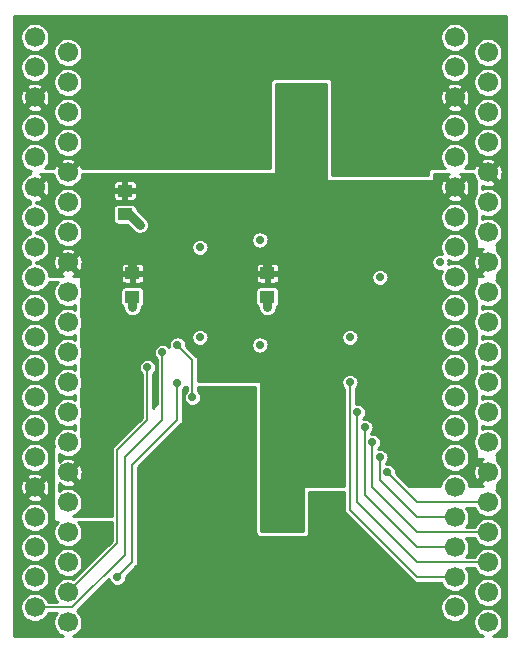
<source format=gbr>
%TF.GenerationSoftware,KiCad,Pcbnew,no-vcs-found-e2505cb~60~ubuntu17.04.1*%
%TF.CreationDate,2017-09-26T21:51:11+03:00*%
%TF.ProjectId,oakram,6F616B72616D2E6B696361645F706362,rev?*%
%TF.SameCoordinates,Original*%
%TF.FileFunction,Copper,L2,Bot,Signal*%
%TF.FilePolarity,Positive*%
%FSLAX46Y46*%
G04 Gerber Fmt 4.6, Leading zero omitted, Abs format (unit mm)*
G04 Created by KiCad (PCBNEW no-vcs-found-e2505cb~60~ubuntu17.04.1) date Tue Sep 26 21:51:11 2017*
%MOMM*%
%LPD*%
G01*
G04 APERTURE LIST*
%TA.AperFunction,ComponentPad*%
%ADD10C,1.700000*%
%TD*%
%TA.AperFunction,SMDPad,CuDef*%
%ADD11R,1.250000X1.000000*%
%TD*%
%TA.AperFunction,ViaPad*%
%ADD12C,0.700000*%
%TD*%
%TA.AperFunction,Conductor*%
%ADD13C,0.200000*%
%TD*%
%TA.AperFunction,Conductor*%
%ADD14C,0.800000*%
%TD*%
%TA.AperFunction,Conductor*%
%ADD15C,0.254000*%
%TD*%
G04 APERTURE END LIST*
D10*
%TO.P,X1,1*%
%TO.N,/D8*%
X121920000Y-76200000D03*
%TO.P,X1,2*%
%TO.N,/D9*%
X124720000Y-77470000D03*
%TO.P,X1,3*%
%TO.N,/D10*%
X121920000Y-78740000D03*
%TO.P,X1,4*%
%TO.N,/D11*%
X124720000Y-80010000D03*
%TO.P,X1,7*%
%TO.N,/D13*%
X121920000Y-83820000D03*
%TO.P,X1,5*%
%TO.N,VSS*%
X121920000Y-81280000D03*
%TO.P,X1,6*%
%TO.N,/D12*%
X124720000Y-82550000D03*
%TO.P,X1,8*%
%TO.N,/D14*%
X124720000Y-85090000D03*
%TO.P,X1,11*%
%TO.N,VCC*%
X121920000Y-88900000D03*
%TO.P,X1,16*%
X124720000Y-95250000D03*
%TO.P,X1,9*%
%TO.N,/D15*%
X121920000Y-86360000D03*
%TO.P,X1,14*%
%TO.N,/D2*%
X124720000Y-92710000D03*
%TO.P,X1,10*%
%TO.N,VSS*%
X124720000Y-87630000D03*
%TO.P,X1,12*%
%TO.N,/D0*%
X124720000Y-90170000D03*
%TO.P,X1,13*%
%TO.N,/D1*%
X121920000Y-91440000D03*
%TO.P,X1,15*%
%TO.N,/D3*%
X121920000Y-93980000D03*
%TO.P,X1,19*%
%TO.N,/D6*%
X121920000Y-99060000D03*
%TO.P,X1,27*%
%TO.N,/A1*%
X121920000Y-109220000D03*
%TO.P,X1,24*%
%TO.N,/~RAS*%
X124720000Y-105410000D03*
%TO.P,X1,17*%
%TO.N,/D4*%
X121920000Y-96520000D03*
%TO.P,X1,28*%
%TO.N,/A2*%
X124720000Y-110490000D03*
%TO.P,X1,25*%
%TO.N,Net-(X1-Pad25)*%
X121920000Y-106680000D03*
%TO.P,X1,22*%
%TO.N,/A9*%
X124720000Y-102870000D03*
%TO.P,X1,32*%
%TO.N,Net-(X1-Pad32)*%
X124720000Y-115570000D03*
%TO.P,X1,18*%
%TO.N,/D5*%
X124720000Y-97790000D03*
%TO.P,X1,20*%
%TO.N,/D7*%
X124720000Y-100330000D03*
%TO.P,X1,21*%
%TO.N,Net-(X1-Pad21)*%
X121920000Y-101600000D03*
%TO.P,X1,23*%
%TO.N,/~WE*%
X121920000Y-104140000D03*
%TO.P,X1,26*%
%TO.N,/A0*%
X124720000Y-107950000D03*
%TO.P,X1,29*%
%TO.N,/A3*%
X121920000Y-111760000D03*
%TO.P,X1,31*%
%TO.N,VSS*%
X121920000Y-114300000D03*
%TO.P,X1,30*%
%TO.N,VCC*%
X124720000Y-113030000D03*
%TO.P,X1,37*%
%TO.N,/~OE*%
X121920000Y-121920000D03*
%TO.P,X1,34*%
%TO.N,Net-(X1-Pad34)*%
X124720000Y-118110000D03*
%TO.P,X1,36*%
%TO.N,Net-(X1-Pad36)*%
X124720000Y-120650000D03*
%TO.P,X1,39*%
%TO.N,/~CAS0*%
X121920000Y-124460000D03*
%TO.P,X1,40*%
%TO.N,Net-(X1-Pad40)*%
X124720000Y-125730000D03*
%TO.P,X1,35*%
%TO.N,Net-(X1-Pad35)*%
X121920000Y-119380000D03*
%TO.P,X1,33*%
%TO.N,Net-(X1-Pad33)*%
X121920000Y-116840000D03*
%TO.P,X1,38*%
%TO.N,/~CAS1*%
X124720000Y-123190000D03*
%TD*%
%TO.P,X2,38*%
%TO.N,/~CAS3*%
X160280000Y-123190000D03*
%TO.P,X2,33*%
%TO.N,/A5*%
X157480000Y-116840000D03*
%TO.P,X2,35*%
%TO.N,/A7*%
X157480000Y-119380000D03*
%TO.P,X2,40*%
%TO.N,Net-(X2-Pad40)*%
X160280000Y-125730000D03*
%TO.P,X2,39*%
%TO.N,/~CAS2*%
X157480000Y-124460000D03*
%TO.P,X2,36*%
%TO.N,/A8*%
X160280000Y-120650000D03*
%TO.P,X2,34*%
%TO.N,/A6*%
X160280000Y-118110000D03*
%TO.P,X2,37*%
%TO.N,/~OE*%
X157480000Y-121920000D03*
%TO.P,X2,30*%
%TO.N,VCC*%
X160280000Y-113030000D03*
%TO.P,X2,31*%
%TO.N,VSS*%
X157480000Y-114300000D03*
%TO.P,X2,29*%
%TO.N,Net-(X2-Pad29)*%
X157480000Y-111760000D03*
%TO.P,X2,26*%
%TO.N,Net-(X2-Pad26)*%
X160280000Y-107950000D03*
%TO.P,X2,23*%
%TO.N,Net-(X2-Pad23)*%
X157480000Y-104140000D03*
%TO.P,X2,21*%
%TO.N,Net-(X2-Pad21)*%
X157480000Y-101600000D03*
%TO.P,X2,20*%
%TO.N,/D23*%
X160280000Y-100330000D03*
%TO.P,X2,18*%
%TO.N,/D21*%
X160280000Y-97790000D03*
%TO.P,X2,32*%
%TO.N,/A4*%
X160280000Y-115570000D03*
%TO.P,X2,22*%
%TO.N,Net-(X2-Pad22)*%
X160280000Y-102870000D03*
%TO.P,X2,25*%
%TO.N,Net-(X2-Pad25)*%
X157480000Y-106680000D03*
%TO.P,X2,28*%
%TO.N,Net-(X2-Pad28)*%
X160280000Y-110490000D03*
%TO.P,X2,17*%
%TO.N,/D20*%
X157480000Y-96520000D03*
%TO.P,X2,24*%
%TO.N,Net-(X2-Pad24)*%
X160280000Y-105410000D03*
%TO.P,X2,27*%
%TO.N,Net-(X2-Pad27)*%
X157480000Y-109220000D03*
%TO.P,X2,19*%
%TO.N,/D22*%
X157480000Y-99060000D03*
%TO.P,X2,15*%
%TO.N,/D19*%
X157480000Y-93980000D03*
%TO.P,X2,13*%
%TO.N,/D17*%
X157480000Y-91440000D03*
%TO.P,X2,12*%
%TO.N,/D16*%
X160280000Y-90170000D03*
%TO.P,X2,10*%
%TO.N,VSS*%
X160280000Y-87630000D03*
%TO.P,X2,14*%
%TO.N,/D18*%
X160280000Y-92710000D03*
%TO.P,X2,9*%
%TO.N,/D31*%
X157480000Y-86360000D03*
%TO.P,X2,16*%
%TO.N,VCC*%
X160280000Y-95250000D03*
%TO.P,X2,11*%
X157480000Y-88900000D03*
%TO.P,X2,8*%
%TO.N,/D30*%
X160280000Y-85090000D03*
%TO.P,X2,6*%
%TO.N,/D28*%
X160280000Y-82550000D03*
%TO.P,X2,5*%
%TO.N,VSS*%
X157480000Y-81280000D03*
%TO.P,X2,7*%
%TO.N,/D29*%
X157480000Y-83820000D03*
%TO.P,X2,4*%
%TO.N,/D27*%
X160280000Y-80010000D03*
%TO.P,X2,3*%
%TO.N,/D26*%
X157480000Y-78740000D03*
%TO.P,X2,2*%
%TO.N,/D25*%
X160280000Y-77470000D03*
%TO.P,X2,1*%
%TO.N,/D24*%
X157480000Y-76200000D03*
%TD*%
D11*
%TO.P,C2,1*%
%TO.N,VCC*%
X130175000Y-96155000D03*
%TO.P,C2,2*%
%TO.N,VSS*%
X130175000Y-98155000D03*
%TD*%
%TO.P,C4,1*%
%TO.N,VCC*%
X141605000Y-96155000D03*
%TO.P,C4,2*%
%TO.N,VSS*%
X141605000Y-98155000D03*
%TD*%
%TO.P,C5,2*%
%TO.N,VSS*%
X129540000Y-91170000D03*
%TO.P,C5,1*%
%TO.N,VCC*%
X129540000Y-89170000D03*
%TD*%
D12*
%TO.N,/A9*%
X135255000Y-106680000D03*
X133985000Y-102235000D03*
%TO.N,/A4*%
X151765000Y-113030000D03*
%TO.N,/~OE*%
X128905000Y-121920000D03*
X148590000Y-105410000D03*
X133985000Y-105425000D03*
%TO.N,/A6*%
X150495000Y-110490000D03*
%TO.N,/A8*%
X149225000Y-107950000D03*
%TO.N,/~CAS0*%
X132715000Y-102870000D03*
%TO.N,/A7*%
X149860000Y-109220000D03*
%TO.N,/A5*%
X151130000Y-111760000D03*
%TO.N,/~CAS1*%
X131445000Y-104140000D03*
%TO.N,VSS*%
X144780000Y-125730000D03*
X139700000Y-125730000D03*
X134620000Y-125730000D03*
X141605000Y-99060000D03*
X140970000Y-93345000D03*
X153670000Y-87630000D03*
X149860000Y-124460000D03*
X130175000Y-99060000D03*
X135890000Y-101600000D03*
X135890000Y-108585000D03*
X129540000Y-124459998D03*
X138430000Y-84455000D03*
X138430000Y-80645000D03*
X136525000Y-82550000D03*
X149860000Y-76200000D03*
X144780000Y-76200000D03*
X139700000Y-76200000D03*
X134620000Y-76200000D03*
X129540000Y-76200000D03*
X140970000Y-102235000D03*
X140970000Y-85090000D03*
X138430000Y-115570000D03*
X148590000Y-101600000D03*
X135890000Y-93980000D03*
X151130000Y-96520000D03*
X156210000Y-95250000D03*
X130810000Y-92075000D03*
X146685000Y-116205000D03*
X131445000Y-116205000D03*
%TO.N,VCC*%
X141605000Y-95250000D03*
X130175000Y-95250000D03*
X143510000Y-80645000D03*
X143510000Y-84455000D03*
X145415000Y-82550000D03*
X140970000Y-89535000D03*
X127635000Y-116205000D03*
X142875000Y-116205000D03*
X128270000Y-88265000D03*
%TD*%
D13*
%TO.N,/A9*%
X133985000Y-102235000D02*
X135255000Y-103505000D01*
X135255000Y-103505000D02*
X135255000Y-106680000D01*
%TO.N,/A4*%
X151765000Y-113030000D02*
X154305000Y-115570000D01*
X154305000Y-115570000D02*
X160655000Y-115570000D01*
%TO.N,/~OE*%
X157480000Y-121920000D02*
X154305000Y-121920000D01*
X154305000Y-121920000D02*
X148590000Y-116205000D01*
X148590000Y-116205000D02*
X148590000Y-105410000D01*
X133985000Y-105425000D02*
X133985000Y-108585000D01*
X133985000Y-108585000D02*
X130175000Y-112395000D01*
X130175000Y-112395000D02*
X130175000Y-120650000D01*
X130175000Y-120650000D02*
X128905000Y-121920000D01*
%TO.N,/A6*%
X150495000Y-110490000D02*
X150495000Y-114300000D01*
X150495000Y-114300000D02*
X154305000Y-118110000D01*
X154305000Y-118110000D02*
X160020000Y-118110000D01*
%TO.N,/A8*%
X149225000Y-107950000D02*
X149225000Y-115570000D01*
X149225000Y-115570000D02*
X154305000Y-120650000D01*
X154305000Y-120650000D02*
X160655000Y-120650000D01*
%TO.N,/~CAS0*%
X132715000Y-102870000D02*
X132715000Y-108585000D01*
X129540000Y-111760000D02*
X129540000Y-120015000D01*
X129540000Y-120015000D02*
X125095000Y-124460000D01*
X132715000Y-108585000D02*
X129540000Y-111760000D01*
X125095000Y-124460000D02*
X121920000Y-124460000D01*
%TO.N,/A7*%
X149860000Y-109220000D02*
X149860000Y-114935000D01*
X149860000Y-114935000D02*
X154305000Y-119380000D01*
X154305000Y-119380000D02*
X157480000Y-119380000D01*
%TO.N,/A5*%
X151130000Y-111760000D02*
X151130000Y-113665000D01*
X151130000Y-113665000D02*
X154305000Y-116840000D01*
X154305000Y-116840000D02*
X157480000Y-116840000D01*
%TO.N,/~CAS1*%
X124720000Y-123190000D02*
X128905000Y-119005000D01*
X128905000Y-119005000D02*
X128905000Y-111125000D01*
X128905000Y-111125000D02*
X131445000Y-108585000D01*
X131445000Y-108585000D02*
X131445000Y-104140000D01*
D14*
%TO.N,VSS*%
X141605000Y-98155000D02*
X141605000Y-99060000D01*
X130175000Y-98155000D02*
X130175000Y-99060000D01*
D13*
X138430000Y-115570000D02*
X138430000Y-111125000D01*
X138430000Y-111125000D02*
X135890000Y-108585000D01*
D14*
X129540000Y-91170000D02*
X129905000Y-91170000D01*
X129905000Y-91170000D02*
X130810000Y-92075000D01*
%TO.N,VCC*%
X141605000Y-96155000D02*
X141605000Y-95250000D01*
X130175000Y-96155000D02*
X130175000Y-95250000D01*
X129540000Y-89170000D02*
X129175000Y-89170000D01*
%TD*%
D15*
%TO.N,VSS*%
G36*
X161798000Y-126873000D02*
X160737398Y-126873000D01*
X160837716Y-126834089D01*
X161041546Y-126704735D01*
X161216370Y-126538253D01*
X161355527Y-126340984D01*
X161453718Y-126120444D01*
X161507202Y-125885032D01*
X161511053Y-125609294D01*
X161464162Y-125372480D01*
X161372167Y-125149284D01*
X161238572Y-124948208D01*
X161068465Y-124776909D01*
X160868326Y-124641913D01*
X160645778Y-124548363D01*
X160409297Y-124499820D01*
X160167891Y-124498135D01*
X159930756Y-124543371D01*
X159706923Y-124633805D01*
X159504919Y-124765993D01*
X159332437Y-124934900D01*
X159196047Y-125134092D01*
X159100945Y-125355982D01*
X159050753Y-125592118D01*
X159047382Y-125833506D01*
X159090962Y-126070951D01*
X159179831Y-126295410D01*
X159310606Y-126498332D01*
X159478304Y-126671989D01*
X159676539Y-126809766D01*
X159821276Y-126873000D01*
X125177398Y-126873000D01*
X125277716Y-126834089D01*
X125481546Y-126704735D01*
X125656370Y-126538253D01*
X125795527Y-126340984D01*
X125893718Y-126120444D01*
X125947202Y-125885032D01*
X125951053Y-125609294D01*
X125904162Y-125372480D01*
X125812167Y-125149284D01*
X125678572Y-124948208D01*
X125508465Y-124776909D01*
X125478523Y-124756713D01*
X125671730Y-124563506D01*
X156247382Y-124563506D01*
X156290962Y-124800951D01*
X156379831Y-125025410D01*
X156510606Y-125228332D01*
X156678304Y-125401989D01*
X156876539Y-125539766D01*
X157097760Y-125636415D01*
X157333540Y-125688255D01*
X157574898Y-125693310D01*
X157812642Y-125651390D01*
X158037716Y-125564089D01*
X158241546Y-125434735D01*
X158416370Y-125268253D01*
X158555527Y-125070984D01*
X158653718Y-124850444D01*
X158707202Y-124615032D01*
X158711053Y-124339294D01*
X158664162Y-124102480D01*
X158572167Y-123879284D01*
X158438572Y-123678208D01*
X158268465Y-123506909D01*
X158068326Y-123371913D01*
X157881802Y-123293506D01*
X159047382Y-123293506D01*
X159090962Y-123530951D01*
X159179831Y-123755410D01*
X159310606Y-123958332D01*
X159478304Y-124131989D01*
X159676539Y-124269766D01*
X159897760Y-124366415D01*
X160133540Y-124418255D01*
X160374898Y-124423310D01*
X160612642Y-124381390D01*
X160837716Y-124294089D01*
X161041546Y-124164735D01*
X161216370Y-123998253D01*
X161355527Y-123800984D01*
X161453718Y-123580444D01*
X161507202Y-123345032D01*
X161511053Y-123069294D01*
X161464162Y-122832480D01*
X161372167Y-122609284D01*
X161238572Y-122408208D01*
X161068465Y-122236909D01*
X160868326Y-122101913D01*
X160645778Y-122008363D01*
X160409297Y-121959820D01*
X160167891Y-121958135D01*
X159930756Y-122003371D01*
X159706923Y-122093805D01*
X159504919Y-122225993D01*
X159332437Y-122394900D01*
X159196047Y-122594092D01*
X159100945Y-122815982D01*
X159050753Y-123052118D01*
X159047382Y-123293506D01*
X157881802Y-123293506D01*
X157845778Y-123278363D01*
X157609297Y-123229820D01*
X157367891Y-123228135D01*
X157130756Y-123273371D01*
X156906923Y-123363805D01*
X156704919Y-123495993D01*
X156532437Y-123664900D01*
X156396047Y-123864092D01*
X156300945Y-124085982D01*
X156250753Y-124322118D01*
X156247382Y-124563506D01*
X125671730Y-124563506D01*
X128185559Y-122049678D01*
X128198918Y-122122466D01*
X128251691Y-122255755D01*
X128329348Y-122376256D01*
X128428932Y-122479378D01*
X128546649Y-122561194D01*
X128678016Y-122618586D01*
X128818028Y-122649370D01*
X128961353Y-122652372D01*
X129102532Y-122627479D01*
X129236186Y-122575637D01*
X129357226Y-122498823D01*
X129461041Y-122399962D01*
X129543676Y-122282819D01*
X129601985Y-122151856D01*
X129633745Y-122012062D01*
X129635735Y-121869501D01*
X130515118Y-120990119D01*
X130543309Y-120955798D01*
X130571880Y-120921749D01*
X130573100Y-120919529D01*
X130574703Y-120917578D01*
X130595680Y-120878457D01*
X130617104Y-120839486D01*
X130617869Y-120837075D01*
X130619064Y-120834846D01*
X130632045Y-120792385D01*
X130645489Y-120750006D01*
X130645771Y-120747489D01*
X130646510Y-120745073D01*
X130650998Y-120700889D01*
X130655953Y-120656716D01*
X130655988Y-120651773D01*
X130655997Y-120651680D01*
X130655989Y-120651594D01*
X130656000Y-120650000D01*
X130656000Y-112594236D01*
X134325119Y-108925118D01*
X134353318Y-108890788D01*
X134381880Y-108856749D01*
X134383100Y-108854530D01*
X134384704Y-108852577D01*
X134405709Y-108813404D01*
X134427104Y-108774486D01*
X134427867Y-108772079D01*
X134429065Y-108769846D01*
X134442060Y-108727339D01*
X134455489Y-108685006D01*
X134455771Y-108682489D01*
X134456510Y-108680073D01*
X134461003Y-108635849D01*
X134465953Y-108591716D01*
X134465988Y-108586782D01*
X134465998Y-108586679D01*
X134465989Y-108586583D01*
X134466000Y-108585000D01*
X134466000Y-105976422D01*
X134541041Y-105904962D01*
X134621432Y-105791000D01*
X134774000Y-105791000D01*
X134774000Y-106127853D01*
X134692312Y-106207849D01*
X134611320Y-106326134D01*
X134554846Y-106457898D01*
X134525041Y-106598122D01*
X134523039Y-106741464D01*
X134548918Y-106882466D01*
X134601691Y-107015755D01*
X134679348Y-107136256D01*
X134778932Y-107239378D01*
X134896649Y-107321194D01*
X135028016Y-107378586D01*
X135168028Y-107409370D01*
X135311353Y-107412372D01*
X135452532Y-107387479D01*
X135586186Y-107335637D01*
X135707226Y-107258823D01*
X135811041Y-107159962D01*
X135893676Y-107042819D01*
X135951985Y-106911856D01*
X135983745Y-106772062D01*
X135986031Y-106608322D01*
X135958187Y-106467695D01*
X135903558Y-106335156D01*
X135824225Y-106215751D01*
X135736000Y-106126908D01*
X135736000Y-105791000D01*
X140589000Y-105791000D01*
X140589000Y-118110000D01*
X140618002Y-118255802D01*
X140700592Y-118379408D01*
X140824198Y-118461998D01*
X140970000Y-118491000D01*
X144780000Y-118491000D01*
X144925802Y-118461998D01*
X145049408Y-118379408D01*
X145131998Y-118255802D01*
X145161000Y-118110000D01*
X145161000Y-114681000D01*
X148109000Y-114681000D01*
X148109000Y-116205000D01*
X148113336Y-116249223D01*
X148117208Y-116293481D01*
X148117914Y-116295913D01*
X148118161Y-116298427D01*
X148130995Y-116340937D01*
X148143398Y-116383628D01*
X148144562Y-116385873D01*
X148145293Y-116388295D01*
X148166144Y-116427509D01*
X148186599Y-116466971D01*
X148188179Y-116468950D01*
X148189365Y-116471181D01*
X148217451Y-116505619D01*
X148245166Y-116540336D01*
X148248632Y-116543850D01*
X148248696Y-116543929D01*
X148248769Y-116543989D01*
X148249882Y-116545118D01*
X153964882Y-122260119D01*
X153999212Y-122288318D01*
X154033251Y-122316880D01*
X154035470Y-122318100D01*
X154037423Y-122319704D01*
X154076596Y-122340709D01*
X154115514Y-122362104D01*
X154117921Y-122362867D01*
X154120154Y-122364065D01*
X154162661Y-122377060D01*
X154204994Y-122390489D01*
X154207511Y-122390771D01*
X154209927Y-122391510D01*
X154254151Y-122396003D01*
X154298284Y-122400953D01*
X154303218Y-122400988D01*
X154303321Y-122400998D01*
X154303417Y-122400989D01*
X154305000Y-122401000D01*
X156346411Y-122401000D01*
X156379831Y-122485410D01*
X156510606Y-122688332D01*
X156678304Y-122861989D01*
X156876539Y-122999766D01*
X157097760Y-123096415D01*
X157333540Y-123148255D01*
X157574898Y-123153310D01*
X157812642Y-123111390D01*
X158037716Y-123024089D01*
X158241546Y-122894735D01*
X158416370Y-122728253D01*
X158555527Y-122530984D01*
X158653718Y-122310444D01*
X158707202Y-122075032D01*
X158711053Y-121799294D01*
X158664162Y-121562480D01*
X158572167Y-121339284D01*
X158438572Y-121138208D01*
X158431414Y-121131000D01*
X159146411Y-121131000D01*
X159179831Y-121215410D01*
X159310606Y-121418332D01*
X159478304Y-121591989D01*
X159676539Y-121729766D01*
X159897760Y-121826415D01*
X160133540Y-121878255D01*
X160374898Y-121883310D01*
X160612642Y-121841390D01*
X160837716Y-121754089D01*
X161041546Y-121624735D01*
X161216370Y-121458253D01*
X161355527Y-121260984D01*
X161453718Y-121040444D01*
X161507202Y-120805032D01*
X161511053Y-120529294D01*
X161464162Y-120292480D01*
X161372167Y-120069284D01*
X161238572Y-119868208D01*
X161068465Y-119696909D01*
X160868326Y-119561913D01*
X160645778Y-119468363D01*
X160409297Y-119419820D01*
X160167891Y-119418135D01*
X159930756Y-119463371D01*
X159706923Y-119553805D01*
X159504919Y-119685993D01*
X159332437Y-119854900D01*
X159196047Y-120054092D01*
X159146797Y-120169000D01*
X158429951Y-120169000D01*
X158555527Y-119990984D01*
X158653718Y-119770444D01*
X158707202Y-119535032D01*
X158711053Y-119259294D01*
X158664162Y-119022480D01*
X158572167Y-118799284D01*
X158438572Y-118598208D01*
X158431414Y-118591000D01*
X159146411Y-118591000D01*
X159179831Y-118675410D01*
X159310606Y-118878332D01*
X159478304Y-119051989D01*
X159676539Y-119189766D01*
X159897760Y-119286415D01*
X160133540Y-119338255D01*
X160374898Y-119343310D01*
X160612642Y-119301390D01*
X160837716Y-119214089D01*
X161041546Y-119084735D01*
X161216370Y-118918253D01*
X161355527Y-118720984D01*
X161453718Y-118500444D01*
X161507202Y-118265032D01*
X161511053Y-117989294D01*
X161464162Y-117752480D01*
X161372167Y-117529284D01*
X161238572Y-117328208D01*
X161068465Y-117156909D01*
X160868326Y-117021913D01*
X160645778Y-116928363D01*
X160409297Y-116879820D01*
X160167891Y-116878135D01*
X159930756Y-116923371D01*
X159706923Y-117013805D01*
X159504919Y-117145993D01*
X159332437Y-117314900D01*
X159196047Y-117514092D01*
X159146797Y-117629000D01*
X158429951Y-117629000D01*
X158555527Y-117450984D01*
X158653718Y-117230444D01*
X158707202Y-116995032D01*
X158711053Y-116719294D01*
X158664162Y-116482480D01*
X158572167Y-116259284D01*
X158438572Y-116058208D01*
X158431414Y-116051000D01*
X159146411Y-116051000D01*
X159179831Y-116135410D01*
X159310606Y-116338332D01*
X159478304Y-116511989D01*
X159676539Y-116649766D01*
X159897760Y-116746415D01*
X160133540Y-116798255D01*
X160374898Y-116803310D01*
X160612642Y-116761390D01*
X160837716Y-116674089D01*
X161041546Y-116544735D01*
X161216370Y-116378253D01*
X161355527Y-116180984D01*
X161453718Y-115960444D01*
X161507202Y-115725032D01*
X161511053Y-115449294D01*
X161464162Y-115212480D01*
X161372167Y-114989284D01*
X161238572Y-114788208D01*
X161068465Y-114616909D01*
X160947284Y-114535171D01*
X161006998Y-114445802D01*
X161036000Y-114300000D01*
X161036000Y-114008255D01*
X161041546Y-114004735D01*
X161216370Y-113838253D01*
X161355527Y-113640984D01*
X161453718Y-113420444D01*
X161507202Y-113185032D01*
X161511053Y-112909294D01*
X161464162Y-112672480D01*
X161372167Y-112449284D01*
X161238572Y-112248208D01*
X161068465Y-112076909D01*
X161036000Y-112055011D01*
X161036000Y-111760000D01*
X161006998Y-111614198D01*
X160947156Y-111524637D01*
X161041546Y-111464735D01*
X161216370Y-111298253D01*
X161355527Y-111100984D01*
X161453718Y-110880444D01*
X161507202Y-110645032D01*
X161511053Y-110369294D01*
X161464162Y-110132480D01*
X161372167Y-109909284D01*
X161238572Y-109708208D01*
X161068465Y-109536909D01*
X160868326Y-109401913D01*
X160645778Y-109308363D01*
X160409297Y-109259820D01*
X160167891Y-109258135D01*
X159930756Y-109303371D01*
X159766000Y-109369936D01*
X159766000Y-109068851D01*
X159897760Y-109126415D01*
X160133540Y-109178255D01*
X160374898Y-109183310D01*
X160612642Y-109141390D01*
X160837716Y-109054089D01*
X161041546Y-108924735D01*
X161216370Y-108758253D01*
X161355527Y-108560984D01*
X161453718Y-108340444D01*
X161507202Y-108105032D01*
X161511053Y-107829294D01*
X161464162Y-107592480D01*
X161372167Y-107369284D01*
X161238572Y-107168208D01*
X161068465Y-106996909D01*
X160868326Y-106861913D01*
X160645778Y-106768363D01*
X160409297Y-106719820D01*
X160167891Y-106718135D01*
X159930756Y-106763371D01*
X159766000Y-106829936D01*
X159766000Y-106528851D01*
X159897760Y-106586415D01*
X160133540Y-106638255D01*
X160374898Y-106643310D01*
X160612642Y-106601390D01*
X160837716Y-106514089D01*
X161041546Y-106384735D01*
X161216370Y-106218253D01*
X161355527Y-106020984D01*
X161453718Y-105800444D01*
X161507202Y-105565032D01*
X161511053Y-105289294D01*
X161464162Y-105052480D01*
X161372167Y-104829284D01*
X161238572Y-104628208D01*
X161068465Y-104456909D01*
X160868326Y-104321913D01*
X160645778Y-104228363D01*
X160409297Y-104179820D01*
X160167891Y-104178135D01*
X159930756Y-104223371D01*
X159766000Y-104289936D01*
X159766000Y-103988851D01*
X159897760Y-104046415D01*
X160133540Y-104098255D01*
X160374898Y-104103310D01*
X160612642Y-104061390D01*
X160837716Y-103974089D01*
X161041546Y-103844735D01*
X161216370Y-103678253D01*
X161355527Y-103480984D01*
X161453718Y-103260444D01*
X161507202Y-103025032D01*
X161511053Y-102749294D01*
X161464162Y-102512480D01*
X161372167Y-102289284D01*
X161238572Y-102088208D01*
X161068465Y-101916909D01*
X160868326Y-101781913D01*
X160645778Y-101688363D01*
X160409297Y-101639820D01*
X160167891Y-101638135D01*
X159930756Y-101683371D01*
X159766000Y-101749936D01*
X159766000Y-101448851D01*
X159897760Y-101506415D01*
X160133540Y-101558255D01*
X160374898Y-101563310D01*
X160612642Y-101521390D01*
X160837716Y-101434089D01*
X161041546Y-101304735D01*
X161216370Y-101138253D01*
X161355527Y-100940984D01*
X161453718Y-100720444D01*
X161507202Y-100485032D01*
X161511053Y-100209294D01*
X161464162Y-99972480D01*
X161372167Y-99749284D01*
X161238572Y-99548208D01*
X161068465Y-99376909D01*
X160868326Y-99241913D01*
X160645778Y-99148363D01*
X160409297Y-99099820D01*
X160167891Y-99098135D01*
X159930756Y-99143371D01*
X159766000Y-99209936D01*
X159766000Y-98908851D01*
X159897760Y-98966415D01*
X160133540Y-99018255D01*
X160374898Y-99023310D01*
X160612642Y-98981390D01*
X160837716Y-98894089D01*
X161041546Y-98764735D01*
X161216370Y-98598253D01*
X161355527Y-98400984D01*
X161453718Y-98180444D01*
X161507202Y-97945032D01*
X161511053Y-97669294D01*
X161464162Y-97432480D01*
X161372167Y-97209284D01*
X161238572Y-97008208D01*
X161068465Y-96836909D01*
X160947284Y-96755171D01*
X161006998Y-96665802D01*
X161036000Y-96520000D01*
X161036000Y-96228255D01*
X161041546Y-96224735D01*
X161216370Y-96058253D01*
X161355527Y-95860984D01*
X161453718Y-95640444D01*
X161507202Y-95405032D01*
X161511053Y-95129294D01*
X161464162Y-94892480D01*
X161372167Y-94669284D01*
X161238572Y-94468208D01*
X161068465Y-94296909D01*
X161036000Y-94275011D01*
X161036000Y-93980000D01*
X161006998Y-93834198D01*
X160947156Y-93744637D01*
X161041546Y-93684735D01*
X161216370Y-93518253D01*
X161355527Y-93320984D01*
X161453718Y-93100444D01*
X161507202Y-92865032D01*
X161511053Y-92589294D01*
X161464162Y-92352480D01*
X161372167Y-92129284D01*
X161238572Y-91928208D01*
X161068465Y-91756909D01*
X160868326Y-91621913D01*
X160645778Y-91528363D01*
X160409297Y-91479820D01*
X160167891Y-91478135D01*
X159930756Y-91523371D01*
X159766000Y-91589936D01*
X159766000Y-91288851D01*
X159897760Y-91346415D01*
X160133540Y-91398255D01*
X160374898Y-91403310D01*
X160612642Y-91361390D01*
X160837716Y-91274089D01*
X161041546Y-91144735D01*
X161216370Y-90978253D01*
X161355527Y-90780984D01*
X161453718Y-90560444D01*
X161507202Y-90325032D01*
X161511053Y-90049294D01*
X161464162Y-89812480D01*
X161372167Y-89589284D01*
X161238572Y-89388208D01*
X161068465Y-89216909D01*
X160868326Y-89081913D01*
X160645778Y-88988363D01*
X160409297Y-88939820D01*
X160167891Y-88938135D01*
X159930756Y-88983371D01*
X159766000Y-89049936D01*
X159766000Y-88748562D01*
X159880207Y-88800566D01*
X160116255Y-88856069D01*
X160358596Y-88864456D01*
X160597917Y-88825402D01*
X160825020Y-88740411D01*
X160900477Y-88700078D01*
X160992495Y-88522100D01*
X160280000Y-87809605D01*
X160265858Y-87823748D01*
X160086253Y-87644143D01*
X160100395Y-87630000D01*
X160459605Y-87630000D01*
X161172100Y-88342495D01*
X161350078Y-88250477D01*
X161450566Y-88029793D01*
X161506069Y-87793745D01*
X161514456Y-87551404D01*
X161475402Y-87312083D01*
X161390411Y-87084980D01*
X161350078Y-87009523D01*
X161172100Y-86917505D01*
X160459605Y-87630000D01*
X160100395Y-87630000D01*
X159387900Y-86917505D01*
X159209922Y-87009523D01*
X159109434Y-87230207D01*
X159105015Y-87249000D01*
X158331577Y-87249000D01*
X158416370Y-87168253D01*
X158555527Y-86970984D01*
X158653718Y-86750444D01*
X158656567Y-86737900D01*
X159567505Y-86737900D01*
X160280000Y-87450395D01*
X160992495Y-86737900D01*
X160900477Y-86559922D01*
X160679793Y-86459434D01*
X160443745Y-86403931D01*
X160201404Y-86395544D01*
X159962083Y-86434598D01*
X159734980Y-86519589D01*
X159659523Y-86559922D01*
X159567505Y-86737900D01*
X158656567Y-86737900D01*
X158707202Y-86515032D01*
X158711053Y-86239294D01*
X158664162Y-86002480D01*
X158572167Y-85779284D01*
X158438572Y-85578208D01*
X158268465Y-85406909D01*
X158068326Y-85271913D01*
X157881802Y-85193506D01*
X159047382Y-85193506D01*
X159090962Y-85430951D01*
X159179831Y-85655410D01*
X159310606Y-85858332D01*
X159478304Y-86031989D01*
X159676539Y-86169766D01*
X159897760Y-86266415D01*
X160133540Y-86318255D01*
X160374898Y-86323310D01*
X160612642Y-86281390D01*
X160837716Y-86194089D01*
X161041546Y-86064735D01*
X161216370Y-85898253D01*
X161355527Y-85700984D01*
X161453718Y-85480444D01*
X161507202Y-85245032D01*
X161511053Y-84969294D01*
X161464162Y-84732480D01*
X161372167Y-84509284D01*
X161238572Y-84308208D01*
X161068465Y-84136909D01*
X160868326Y-84001913D01*
X160645778Y-83908363D01*
X160409297Y-83859820D01*
X160167891Y-83858135D01*
X159930756Y-83903371D01*
X159706923Y-83993805D01*
X159504919Y-84125993D01*
X159332437Y-84294900D01*
X159196047Y-84494092D01*
X159100945Y-84715982D01*
X159050753Y-84952118D01*
X159047382Y-85193506D01*
X157881802Y-85193506D01*
X157845778Y-85178363D01*
X157609297Y-85129820D01*
X157367891Y-85128135D01*
X157130756Y-85173371D01*
X156906923Y-85263805D01*
X156704919Y-85395993D01*
X156532437Y-85564900D01*
X156396047Y-85764092D01*
X156300945Y-85985982D01*
X156250753Y-86222118D01*
X156247382Y-86463506D01*
X156290962Y-86700951D01*
X156379831Y-86925410D01*
X156510606Y-87128332D01*
X156627133Y-87249000D01*
X155575000Y-87249000D01*
X155429198Y-87278002D01*
X155305592Y-87360592D01*
X155223002Y-87484198D01*
X155194000Y-87630000D01*
X155194000Y-87884000D01*
X147066000Y-87884000D01*
X147066000Y-83923506D01*
X156247382Y-83923506D01*
X156290962Y-84160951D01*
X156379831Y-84385410D01*
X156510606Y-84588332D01*
X156678304Y-84761989D01*
X156876539Y-84899766D01*
X157097760Y-84996415D01*
X157333540Y-85048255D01*
X157574898Y-85053310D01*
X157812642Y-85011390D01*
X158037716Y-84924089D01*
X158241546Y-84794735D01*
X158416370Y-84628253D01*
X158555527Y-84430984D01*
X158653718Y-84210444D01*
X158707202Y-83975032D01*
X158711053Y-83699294D01*
X158664162Y-83462480D01*
X158572167Y-83239284D01*
X158438572Y-83038208D01*
X158268465Y-82866909D01*
X158068326Y-82731913D01*
X157881802Y-82653506D01*
X159047382Y-82653506D01*
X159090962Y-82890951D01*
X159179831Y-83115410D01*
X159310606Y-83318332D01*
X159478304Y-83491989D01*
X159676539Y-83629766D01*
X159897760Y-83726415D01*
X160133540Y-83778255D01*
X160374898Y-83783310D01*
X160612642Y-83741390D01*
X160837716Y-83654089D01*
X161041546Y-83524735D01*
X161216370Y-83358253D01*
X161355527Y-83160984D01*
X161453718Y-82940444D01*
X161507202Y-82705032D01*
X161511053Y-82429294D01*
X161464162Y-82192480D01*
X161372167Y-81969284D01*
X161238572Y-81768208D01*
X161068465Y-81596909D01*
X160868326Y-81461913D01*
X160645778Y-81368363D01*
X160409297Y-81319820D01*
X160167891Y-81318135D01*
X159930756Y-81363371D01*
X159706923Y-81453805D01*
X159504919Y-81585993D01*
X159332437Y-81754900D01*
X159196047Y-81954092D01*
X159100945Y-82175982D01*
X159050753Y-82412118D01*
X159047382Y-82653506D01*
X157881802Y-82653506D01*
X157845778Y-82638363D01*
X157609297Y-82589820D01*
X157367891Y-82588135D01*
X157130756Y-82633371D01*
X156906923Y-82723805D01*
X156704919Y-82855993D01*
X156532437Y-83024900D01*
X156396047Y-83224092D01*
X156300945Y-83445982D01*
X156250753Y-83682118D01*
X156247382Y-83923506D01*
X147066000Y-83923506D01*
X147066000Y-82172100D01*
X156767505Y-82172100D01*
X156859523Y-82350078D01*
X157080207Y-82450566D01*
X157316255Y-82506069D01*
X157558596Y-82514456D01*
X157797917Y-82475402D01*
X158025020Y-82390411D01*
X158100477Y-82350078D01*
X158192495Y-82172100D01*
X157480000Y-81459605D01*
X156767505Y-82172100D01*
X147066000Y-82172100D01*
X147066000Y-81358596D01*
X156245544Y-81358596D01*
X156284598Y-81597917D01*
X156369589Y-81825020D01*
X156409922Y-81900477D01*
X156587900Y-81992495D01*
X157300395Y-81280000D01*
X157659605Y-81280000D01*
X158372100Y-81992495D01*
X158550078Y-81900477D01*
X158650566Y-81679793D01*
X158706069Y-81443745D01*
X158714456Y-81201404D01*
X158675402Y-80962083D01*
X158590411Y-80734980D01*
X158550078Y-80659523D01*
X158372100Y-80567505D01*
X157659605Y-81280000D01*
X157300395Y-81280000D01*
X156587900Y-80567505D01*
X156409922Y-80659523D01*
X156309434Y-80880207D01*
X156253931Y-81116255D01*
X156245544Y-81358596D01*
X147066000Y-81358596D01*
X147066000Y-80387900D01*
X156767505Y-80387900D01*
X157480000Y-81100395D01*
X158192495Y-80387900D01*
X158100477Y-80209922D01*
X157888736Y-80113506D01*
X159047382Y-80113506D01*
X159090962Y-80350951D01*
X159179831Y-80575410D01*
X159310606Y-80778332D01*
X159478304Y-80951989D01*
X159676539Y-81089766D01*
X159897760Y-81186415D01*
X160133540Y-81238255D01*
X160374898Y-81243310D01*
X160612642Y-81201390D01*
X160837716Y-81114089D01*
X161041546Y-80984735D01*
X161216370Y-80818253D01*
X161355527Y-80620984D01*
X161453718Y-80400444D01*
X161507202Y-80165032D01*
X161511053Y-79889294D01*
X161464162Y-79652480D01*
X161372167Y-79429284D01*
X161238572Y-79228208D01*
X161068465Y-79056909D01*
X160868326Y-78921913D01*
X160645778Y-78828363D01*
X160409297Y-78779820D01*
X160167891Y-78778135D01*
X159930756Y-78823371D01*
X159706923Y-78913805D01*
X159504919Y-79045993D01*
X159332437Y-79214900D01*
X159196047Y-79414092D01*
X159100945Y-79635982D01*
X159050753Y-79872118D01*
X159047382Y-80113506D01*
X157888736Y-80113506D01*
X157879793Y-80109434D01*
X157643745Y-80053931D01*
X157401404Y-80045544D01*
X157162083Y-80084598D01*
X156934980Y-80169589D01*
X156859523Y-80209922D01*
X156767505Y-80387900D01*
X147066000Y-80387900D01*
X147066000Y-80010000D01*
X147036998Y-79864198D01*
X146954408Y-79740592D01*
X146830802Y-79658002D01*
X146685000Y-79629000D01*
X142240000Y-79629000D01*
X142094198Y-79658002D01*
X141970592Y-79740592D01*
X141888002Y-79864198D01*
X141859000Y-80010000D01*
X141859000Y-87249000D01*
X125891794Y-87249000D01*
X125830411Y-87084980D01*
X125790078Y-87009523D01*
X125612100Y-86917505D01*
X125280605Y-87249000D01*
X124921395Y-87249000D01*
X125432495Y-86737900D01*
X125340477Y-86559922D01*
X125119793Y-86459434D01*
X124883745Y-86403931D01*
X124641404Y-86395544D01*
X124402083Y-86434598D01*
X124174980Y-86519589D01*
X124099523Y-86559922D01*
X124007505Y-86737900D01*
X124518605Y-87249000D01*
X124159395Y-87249000D01*
X123827900Y-86917505D01*
X123649922Y-87009523D01*
X123549434Y-87230207D01*
X123545015Y-87249000D01*
X122771577Y-87249000D01*
X122856370Y-87168253D01*
X122995527Y-86970984D01*
X123093718Y-86750444D01*
X123147202Y-86515032D01*
X123151053Y-86239294D01*
X123104162Y-86002480D01*
X123012167Y-85779284D01*
X122878572Y-85578208D01*
X122708465Y-85406909D01*
X122508326Y-85271913D01*
X122321802Y-85193506D01*
X123487382Y-85193506D01*
X123530962Y-85430951D01*
X123619831Y-85655410D01*
X123750606Y-85858332D01*
X123918304Y-86031989D01*
X124116539Y-86169766D01*
X124337760Y-86266415D01*
X124573540Y-86318255D01*
X124814898Y-86323310D01*
X125052642Y-86281390D01*
X125277716Y-86194089D01*
X125481546Y-86064735D01*
X125656370Y-85898253D01*
X125795527Y-85700984D01*
X125893718Y-85480444D01*
X125947202Y-85245032D01*
X125951053Y-84969294D01*
X125904162Y-84732480D01*
X125812167Y-84509284D01*
X125678572Y-84308208D01*
X125508465Y-84136909D01*
X125308326Y-84001913D01*
X125085778Y-83908363D01*
X124849297Y-83859820D01*
X124607891Y-83858135D01*
X124370756Y-83903371D01*
X124146923Y-83993805D01*
X123944919Y-84125993D01*
X123772437Y-84294900D01*
X123636047Y-84494092D01*
X123540945Y-84715982D01*
X123490753Y-84952118D01*
X123487382Y-85193506D01*
X122321802Y-85193506D01*
X122285778Y-85178363D01*
X122049297Y-85129820D01*
X121807891Y-85128135D01*
X121570756Y-85173371D01*
X121346923Y-85263805D01*
X121144919Y-85395993D01*
X120972437Y-85564900D01*
X120836047Y-85764092D01*
X120740945Y-85985982D01*
X120690753Y-86222118D01*
X120687382Y-86463506D01*
X120730962Y-86700951D01*
X120819831Y-86925410D01*
X120950606Y-87128332D01*
X121118304Y-87301989D01*
X121316539Y-87439766D01*
X121537760Y-87536415D01*
X121556783Y-87540598D01*
X121539000Y-87630000D01*
X121539000Y-87726201D01*
X121346923Y-87803805D01*
X121144919Y-87935993D01*
X120972437Y-88104900D01*
X120836047Y-88304092D01*
X120740945Y-88525982D01*
X120690753Y-88762118D01*
X120687382Y-89003506D01*
X120730962Y-89240951D01*
X120819831Y-89465410D01*
X120950606Y-89668332D01*
X121118304Y-89841989D01*
X121316539Y-89979766D01*
X121537760Y-90076415D01*
X121539000Y-90076688D01*
X121539000Y-90266201D01*
X121346923Y-90343805D01*
X121144919Y-90475993D01*
X120972437Y-90644900D01*
X120836047Y-90844092D01*
X120740945Y-91065982D01*
X120690753Y-91302118D01*
X120687382Y-91543506D01*
X120730962Y-91780951D01*
X120819831Y-92005410D01*
X120950606Y-92208332D01*
X121118304Y-92381989D01*
X121316539Y-92519766D01*
X121537760Y-92616415D01*
X121539000Y-92616688D01*
X121539000Y-92806201D01*
X121346923Y-92883805D01*
X121144919Y-93015993D01*
X120972437Y-93184900D01*
X120836047Y-93384092D01*
X120740945Y-93605982D01*
X120690753Y-93842118D01*
X120687382Y-94083506D01*
X120730962Y-94320951D01*
X120819831Y-94545410D01*
X120950606Y-94748332D01*
X121118304Y-94921989D01*
X121316539Y-95059766D01*
X121537760Y-95156415D01*
X121539000Y-95156688D01*
X121539000Y-95346201D01*
X121346923Y-95423805D01*
X121144919Y-95555993D01*
X120972437Y-95724900D01*
X120836047Y-95924092D01*
X120740945Y-96145982D01*
X120690753Y-96382118D01*
X120687382Y-96623506D01*
X120730962Y-96860951D01*
X120819831Y-97085410D01*
X120950606Y-97288332D01*
X121118304Y-97461989D01*
X121316539Y-97599766D01*
X121537760Y-97696415D01*
X121773540Y-97748255D01*
X122014898Y-97753310D01*
X122252642Y-97711390D01*
X122477716Y-97624089D01*
X122681546Y-97494735D01*
X122856370Y-97328253D01*
X122995527Y-97130984D01*
X123093718Y-96910444D01*
X123095864Y-96901000D01*
X123868324Y-96901000D01*
X123772437Y-96994900D01*
X123636047Y-97194092D01*
X123540945Y-97415982D01*
X123490753Y-97652118D01*
X123487382Y-97893506D01*
X123530962Y-98130951D01*
X123619831Y-98355410D01*
X123750606Y-98558332D01*
X123918304Y-98731989D01*
X124116539Y-98869766D01*
X124337760Y-98966415D01*
X124573540Y-99018255D01*
X124814898Y-99023310D01*
X125052642Y-98981390D01*
X125277716Y-98894089D01*
X125349000Y-98848851D01*
X125349000Y-99269348D01*
X125308326Y-99241913D01*
X125085778Y-99148363D01*
X124849297Y-99099820D01*
X124607891Y-99098135D01*
X124370756Y-99143371D01*
X124146923Y-99233805D01*
X123944919Y-99365993D01*
X123772437Y-99534900D01*
X123636047Y-99734092D01*
X123540945Y-99955982D01*
X123490753Y-100192118D01*
X123487382Y-100433506D01*
X123530962Y-100670951D01*
X123619831Y-100895410D01*
X123750606Y-101098332D01*
X123918304Y-101271989D01*
X124116539Y-101409766D01*
X124337760Y-101506415D01*
X124573540Y-101558255D01*
X124814898Y-101563310D01*
X125052642Y-101521390D01*
X125277716Y-101434089D01*
X125349000Y-101388851D01*
X125349000Y-101809348D01*
X125308326Y-101781913D01*
X125085778Y-101688363D01*
X124849297Y-101639820D01*
X124607891Y-101638135D01*
X124370756Y-101683371D01*
X124146923Y-101773805D01*
X123944919Y-101905993D01*
X123772437Y-102074900D01*
X123636047Y-102274092D01*
X123540945Y-102495982D01*
X123490753Y-102732118D01*
X123487382Y-102973506D01*
X123530962Y-103210951D01*
X123619831Y-103435410D01*
X123750606Y-103638332D01*
X123918304Y-103811989D01*
X124116539Y-103949766D01*
X124337760Y-104046415D01*
X124573540Y-104098255D01*
X124814898Y-104103310D01*
X125052642Y-104061390D01*
X125277716Y-103974089D01*
X125349000Y-103928851D01*
X125349000Y-104349348D01*
X125308326Y-104321913D01*
X125085778Y-104228363D01*
X124849297Y-104179820D01*
X124607891Y-104178135D01*
X124370756Y-104223371D01*
X124146923Y-104313805D01*
X123944919Y-104445993D01*
X123772437Y-104614900D01*
X123636047Y-104814092D01*
X123540945Y-105035982D01*
X123490753Y-105272118D01*
X123487382Y-105513506D01*
X123530962Y-105750951D01*
X123619831Y-105975410D01*
X123750606Y-106178332D01*
X123918304Y-106351989D01*
X124116539Y-106489766D01*
X124337760Y-106586415D01*
X124573540Y-106638255D01*
X124814898Y-106643310D01*
X125052642Y-106601390D01*
X125277716Y-106514089D01*
X125349000Y-106468851D01*
X125349000Y-106889348D01*
X125308326Y-106861913D01*
X125085778Y-106768363D01*
X124849297Y-106719820D01*
X124607891Y-106718135D01*
X124370756Y-106763371D01*
X124146923Y-106853805D01*
X123944919Y-106985993D01*
X123772437Y-107154900D01*
X123636047Y-107354092D01*
X123540945Y-107575982D01*
X123490753Y-107812118D01*
X123487382Y-108053506D01*
X123530962Y-108290951D01*
X123619831Y-108515410D01*
X123750606Y-108718332D01*
X123918304Y-108891989D01*
X124116539Y-109029766D01*
X124337760Y-109126415D01*
X124573540Y-109178255D01*
X124814898Y-109183310D01*
X125052642Y-109141390D01*
X125277716Y-109054089D01*
X125349000Y-109008851D01*
X125349000Y-109429348D01*
X125308326Y-109401913D01*
X125085778Y-109308363D01*
X124849297Y-109259820D01*
X124607891Y-109258135D01*
X124370756Y-109303371D01*
X124146923Y-109393805D01*
X123944919Y-109525993D01*
X123772437Y-109694900D01*
X123636047Y-109894092D01*
X123540945Y-110115982D01*
X123490753Y-110352118D01*
X123487382Y-110593506D01*
X123530962Y-110830951D01*
X123546252Y-110869570D01*
X123473002Y-110979198D01*
X123444000Y-111125000D01*
X123444000Y-116840000D01*
X123473002Y-116985802D01*
X123555592Y-117109408D01*
X123679198Y-117191998D01*
X123825000Y-117221000D01*
X123868324Y-117221000D01*
X123772437Y-117314900D01*
X123636047Y-117514092D01*
X123540945Y-117735982D01*
X123490753Y-117972118D01*
X123487382Y-118213506D01*
X123530962Y-118450951D01*
X123619831Y-118675410D01*
X123750606Y-118878332D01*
X123918304Y-119051989D01*
X124116539Y-119189766D01*
X124337760Y-119286415D01*
X124573540Y-119338255D01*
X124814898Y-119343310D01*
X125052642Y-119301390D01*
X125277716Y-119214089D01*
X125481546Y-119084735D01*
X125656370Y-118918253D01*
X125795527Y-118720984D01*
X125893718Y-118500444D01*
X125947202Y-118265032D01*
X125951053Y-117989294D01*
X125904162Y-117752480D01*
X125812167Y-117529284D01*
X125678572Y-117328208D01*
X125572110Y-117221000D01*
X128424000Y-117221000D01*
X128424000Y-118805763D01*
X125181263Y-122048501D01*
X125085778Y-122008363D01*
X124849297Y-121959820D01*
X124607891Y-121958135D01*
X124370756Y-122003371D01*
X124146923Y-122093805D01*
X123944919Y-122225993D01*
X123772437Y-122394900D01*
X123636047Y-122594092D01*
X123540945Y-122815982D01*
X123490753Y-123052118D01*
X123487382Y-123293506D01*
X123530962Y-123530951D01*
X123619831Y-123755410D01*
X123750606Y-123958332D01*
X123770565Y-123979000D01*
X123053267Y-123979000D01*
X123012167Y-123879284D01*
X122878572Y-123678208D01*
X122708465Y-123506909D01*
X122508326Y-123371913D01*
X122285778Y-123278363D01*
X122049297Y-123229820D01*
X121807891Y-123228135D01*
X121570756Y-123273371D01*
X121346923Y-123363805D01*
X121144919Y-123495993D01*
X120972437Y-123664900D01*
X120836047Y-123864092D01*
X120740945Y-124085982D01*
X120690753Y-124322118D01*
X120687382Y-124563506D01*
X120730962Y-124800951D01*
X120819831Y-125025410D01*
X120950606Y-125228332D01*
X121118304Y-125401989D01*
X121316539Y-125539766D01*
X121537760Y-125636415D01*
X121773540Y-125688255D01*
X122014898Y-125693310D01*
X122252642Y-125651390D01*
X122477716Y-125564089D01*
X122681546Y-125434735D01*
X122856370Y-125268253D01*
X122995527Y-125070984D01*
X123053400Y-124941000D01*
X123768260Y-124941000D01*
X123636047Y-125134092D01*
X123540945Y-125355982D01*
X123490753Y-125592118D01*
X123487382Y-125833506D01*
X123530962Y-126070951D01*
X123619831Y-126295410D01*
X123750606Y-126498332D01*
X123918304Y-126671989D01*
X124116539Y-126809766D01*
X124261276Y-126873000D01*
X120142000Y-126873000D01*
X120142000Y-122023506D01*
X120687382Y-122023506D01*
X120730962Y-122260951D01*
X120819831Y-122485410D01*
X120950606Y-122688332D01*
X121118304Y-122861989D01*
X121316539Y-122999766D01*
X121537760Y-123096415D01*
X121773540Y-123148255D01*
X122014898Y-123153310D01*
X122252642Y-123111390D01*
X122477716Y-123024089D01*
X122681546Y-122894735D01*
X122856370Y-122728253D01*
X122995527Y-122530984D01*
X123093718Y-122310444D01*
X123147202Y-122075032D01*
X123151053Y-121799294D01*
X123104162Y-121562480D01*
X123012167Y-121339284D01*
X122878572Y-121138208D01*
X122708465Y-120966909D01*
X122508326Y-120831913D01*
X122321802Y-120753506D01*
X123487382Y-120753506D01*
X123530962Y-120990951D01*
X123619831Y-121215410D01*
X123750606Y-121418332D01*
X123918304Y-121591989D01*
X124116539Y-121729766D01*
X124337760Y-121826415D01*
X124573540Y-121878255D01*
X124814898Y-121883310D01*
X125052642Y-121841390D01*
X125277716Y-121754089D01*
X125481546Y-121624735D01*
X125656370Y-121458253D01*
X125795527Y-121260984D01*
X125893718Y-121040444D01*
X125947202Y-120805032D01*
X125951053Y-120529294D01*
X125904162Y-120292480D01*
X125812167Y-120069284D01*
X125678572Y-119868208D01*
X125508465Y-119696909D01*
X125308326Y-119561913D01*
X125085778Y-119468363D01*
X124849297Y-119419820D01*
X124607891Y-119418135D01*
X124370756Y-119463371D01*
X124146923Y-119553805D01*
X123944919Y-119685993D01*
X123772437Y-119854900D01*
X123636047Y-120054092D01*
X123540945Y-120275982D01*
X123490753Y-120512118D01*
X123487382Y-120753506D01*
X122321802Y-120753506D01*
X122285778Y-120738363D01*
X122049297Y-120689820D01*
X121807891Y-120688135D01*
X121570756Y-120733371D01*
X121346923Y-120823805D01*
X121144919Y-120955993D01*
X120972437Y-121124900D01*
X120836047Y-121324092D01*
X120740945Y-121545982D01*
X120690753Y-121782118D01*
X120687382Y-122023506D01*
X120142000Y-122023506D01*
X120142000Y-119483506D01*
X120687382Y-119483506D01*
X120730962Y-119720951D01*
X120819831Y-119945410D01*
X120950606Y-120148332D01*
X121118304Y-120321989D01*
X121316539Y-120459766D01*
X121537760Y-120556415D01*
X121773540Y-120608255D01*
X122014898Y-120613310D01*
X122252642Y-120571390D01*
X122477716Y-120484089D01*
X122681546Y-120354735D01*
X122856370Y-120188253D01*
X122995527Y-119990984D01*
X123093718Y-119770444D01*
X123147202Y-119535032D01*
X123151053Y-119259294D01*
X123104162Y-119022480D01*
X123012167Y-118799284D01*
X122878572Y-118598208D01*
X122708465Y-118426909D01*
X122508326Y-118291913D01*
X122285778Y-118198363D01*
X122049297Y-118149820D01*
X121807891Y-118148135D01*
X121570756Y-118193371D01*
X121346923Y-118283805D01*
X121144919Y-118415993D01*
X120972437Y-118584900D01*
X120836047Y-118784092D01*
X120740945Y-119005982D01*
X120690753Y-119242118D01*
X120687382Y-119483506D01*
X120142000Y-119483506D01*
X120142000Y-116943506D01*
X120687382Y-116943506D01*
X120730962Y-117180951D01*
X120819831Y-117405410D01*
X120950606Y-117608332D01*
X121118304Y-117781989D01*
X121316539Y-117919766D01*
X121537760Y-118016415D01*
X121773540Y-118068255D01*
X122014898Y-118073310D01*
X122252642Y-118031390D01*
X122477716Y-117944089D01*
X122681546Y-117814735D01*
X122856370Y-117648253D01*
X122995527Y-117450984D01*
X123093718Y-117230444D01*
X123147202Y-116995032D01*
X123151053Y-116719294D01*
X123104162Y-116482480D01*
X123012167Y-116259284D01*
X122878572Y-116058208D01*
X122708465Y-115886909D01*
X122508326Y-115751913D01*
X122285778Y-115658363D01*
X122049297Y-115609820D01*
X121807891Y-115608135D01*
X121570756Y-115653371D01*
X121346923Y-115743805D01*
X121144919Y-115875993D01*
X120972437Y-116044900D01*
X120836047Y-116244092D01*
X120740945Y-116465982D01*
X120690753Y-116702118D01*
X120687382Y-116943506D01*
X120142000Y-116943506D01*
X120142000Y-115192100D01*
X121207505Y-115192100D01*
X121299523Y-115370078D01*
X121520207Y-115470566D01*
X121756255Y-115526069D01*
X121998596Y-115534456D01*
X122237917Y-115495402D01*
X122465020Y-115410411D01*
X122540477Y-115370078D01*
X122632495Y-115192100D01*
X121920000Y-114479605D01*
X121207505Y-115192100D01*
X120142000Y-115192100D01*
X120142000Y-114378596D01*
X120685544Y-114378596D01*
X120724598Y-114617917D01*
X120809589Y-114845020D01*
X120849922Y-114920477D01*
X121027900Y-115012495D01*
X121740395Y-114300000D01*
X122099605Y-114300000D01*
X122812100Y-115012495D01*
X122990078Y-114920477D01*
X123090566Y-114699793D01*
X123146069Y-114463745D01*
X123154456Y-114221404D01*
X123115402Y-113982083D01*
X123030411Y-113754980D01*
X122990078Y-113679523D01*
X122812100Y-113587505D01*
X122099605Y-114300000D01*
X121740395Y-114300000D01*
X121027900Y-113587505D01*
X120849922Y-113679523D01*
X120749434Y-113900207D01*
X120693931Y-114136255D01*
X120685544Y-114378596D01*
X120142000Y-114378596D01*
X120142000Y-113407900D01*
X121207505Y-113407900D01*
X121920000Y-114120395D01*
X122632495Y-113407900D01*
X122540477Y-113229922D01*
X122319793Y-113129434D01*
X122083745Y-113073931D01*
X121841404Y-113065544D01*
X121602083Y-113104598D01*
X121374980Y-113189589D01*
X121299523Y-113229922D01*
X121207505Y-113407900D01*
X120142000Y-113407900D01*
X120142000Y-111863506D01*
X120687382Y-111863506D01*
X120730962Y-112100951D01*
X120819831Y-112325410D01*
X120950606Y-112528332D01*
X121118304Y-112701989D01*
X121316539Y-112839766D01*
X121537760Y-112936415D01*
X121773540Y-112988255D01*
X122014898Y-112993310D01*
X122252642Y-112951390D01*
X122477716Y-112864089D01*
X122681546Y-112734735D01*
X122856370Y-112568253D01*
X122995527Y-112370984D01*
X123093718Y-112150444D01*
X123147202Y-111915032D01*
X123151053Y-111639294D01*
X123104162Y-111402480D01*
X123012167Y-111179284D01*
X122878572Y-110978208D01*
X122708465Y-110806909D01*
X122508326Y-110671913D01*
X122285778Y-110578363D01*
X122049297Y-110529820D01*
X121807891Y-110528135D01*
X121570756Y-110573371D01*
X121346923Y-110663805D01*
X121144919Y-110795993D01*
X120972437Y-110964900D01*
X120836047Y-111164092D01*
X120740945Y-111385982D01*
X120690753Y-111622118D01*
X120687382Y-111863506D01*
X120142000Y-111863506D01*
X120142000Y-109323506D01*
X120687382Y-109323506D01*
X120730962Y-109560951D01*
X120819831Y-109785410D01*
X120950606Y-109988332D01*
X121118304Y-110161989D01*
X121316539Y-110299766D01*
X121537760Y-110396415D01*
X121773540Y-110448255D01*
X122014898Y-110453310D01*
X122252642Y-110411390D01*
X122477716Y-110324089D01*
X122681546Y-110194735D01*
X122856370Y-110028253D01*
X122995527Y-109830984D01*
X123093718Y-109610444D01*
X123147202Y-109375032D01*
X123151053Y-109099294D01*
X123104162Y-108862480D01*
X123012167Y-108639284D01*
X122878572Y-108438208D01*
X122708465Y-108266909D01*
X122508326Y-108131913D01*
X122285778Y-108038363D01*
X122049297Y-107989820D01*
X121807891Y-107988135D01*
X121570756Y-108033371D01*
X121346923Y-108123805D01*
X121144919Y-108255993D01*
X120972437Y-108424900D01*
X120836047Y-108624092D01*
X120740945Y-108845982D01*
X120690753Y-109082118D01*
X120687382Y-109323506D01*
X120142000Y-109323506D01*
X120142000Y-106783506D01*
X120687382Y-106783506D01*
X120730962Y-107020951D01*
X120819831Y-107245410D01*
X120950606Y-107448332D01*
X121118304Y-107621989D01*
X121316539Y-107759766D01*
X121537760Y-107856415D01*
X121773540Y-107908255D01*
X122014898Y-107913310D01*
X122252642Y-107871390D01*
X122477716Y-107784089D01*
X122681546Y-107654735D01*
X122856370Y-107488253D01*
X122995527Y-107290984D01*
X123093718Y-107070444D01*
X123147202Y-106835032D01*
X123151053Y-106559294D01*
X123104162Y-106322480D01*
X123012167Y-106099284D01*
X122878572Y-105898208D01*
X122708465Y-105726909D01*
X122508326Y-105591913D01*
X122285778Y-105498363D01*
X122049297Y-105449820D01*
X121807891Y-105448135D01*
X121570756Y-105493371D01*
X121346923Y-105583805D01*
X121144919Y-105715993D01*
X120972437Y-105884900D01*
X120836047Y-106084092D01*
X120740945Y-106305982D01*
X120690753Y-106542118D01*
X120687382Y-106783506D01*
X120142000Y-106783506D01*
X120142000Y-104243506D01*
X120687382Y-104243506D01*
X120730962Y-104480951D01*
X120819831Y-104705410D01*
X120950606Y-104908332D01*
X121118304Y-105081989D01*
X121316539Y-105219766D01*
X121537760Y-105316415D01*
X121773540Y-105368255D01*
X122014898Y-105373310D01*
X122252642Y-105331390D01*
X122477716Y-105244089D01*
X122681546Y-105114735D01*
X122856370Y-104948253D01*
X122995527Y-104750984D01*
X123093718Y-104530444D01*
X123147202Y-104295032D01*
X123151053Y-104019294D01*
X123104162Y-103782480D01*
X123012167Y-103559284D01*
X122878572Y-103358208D01*
X122708465Y-103186909D01*
X122508326Y-103051913D01*
X122285778Y-102958363D01*
X122049297Y-102909820D01*
X121807891Y-102908135D01*
X121570756Y-102953371D01*
X121346923Y-103043805D01*
X121144919Y-103175993D01*
X120972437Y-103344900D01*
X120836047Y-103544092D01*
X120740945Y-103765982D01*
X120690753Y-104002118D01*
X120687382Y-104243506D01*
X120142000Y-104243506D01*
X120142000Y-101703506D01*
X120687382Y-101703506D01*
X120730962Y-101940951D01*
X120819831Y-102165410D01*
X120950606Y-102368332D01*
X121118304Y-102541989D01*
X121316539Y-102679766D01*
X121537760Y-102776415D01*
X121773540Y-102828255D01*
X122014898Y-102833310D01*
X122252642Y-102791390D01*
X122477716Y-102704089D01*
X122681546Y-102574735D01*
X122856370Y-102408253D01*
X122995527Y-102210984D01*
X123093718Y-101990444D01*
X123147202Y-101755032D01*
X123151053Y-101479294D01*
X123104162Y-101242480D01*
X123012167Y-101019284D01*
X122878572Y-100818208D01*
X122708465Y-100646909D01*
X122508326Y-100511913D01*
X122285778Y-100418363D01*
X122049297Y-100369820D01*
X121807891Y-100368135D01*
X121570756Y-100413371D01*
X121346923Y-100503805D01*
X121144919Y-100635993D01*
X120972437Y-100804900D01*
X120836047Y-101004092D01*
X120740945Y-101225982D01*
X120690753Y-101462118D01*
X120687382Y-101703506D01*
X120142000Y-101703506D01*
X120142000Y-99163506D01*
X120687382Y-99163506D01*
X120730962Y-99400951D01*
X120819831Y-99625410D01*
X120950606Y-99828332D01*
X121118304Y-100001989D01*
X121316539Y-100139766D01*
X121537760Y-100236415D01*
X121773540Y-100288255D01*
X122014898Y-100293310D01*
X122252642Y-100251390D01*
X122477716Y-100164089D01*
X122681546Y-100034735D01*
X122856370Y-99868253D01*
X122995527Y-99670984D01*
X123093718Y-99450444D01*
X123147202Y-99215032D01*
X123151053Y-98939294D01*
X123104162Y-98702480D01*
X123012167Y-98479284D01*
X122878572Y-98278208D01*
X122708465Y-98106909D01*
X122508326Y-97971913D01*
X122285778Y-97878363D01*
X122049297Y-97829820D01*
X121807891Y-97828135D01*
X121570756Y-97873371D01*
X121346923Y-97963805D01*
X121144919Y-98095993D01*
X120972437Y-98264900D01*
X120836047Y-98464092D01*
X120740945Y-98685982D01*
X120690753Y-98922118D01*
X120687382Y-99163506D01*
X120142000Y-99163506D01*
X120142000Y-83923506D01*
X120687382Y-83923506D01*
X120730962Y-84160951D01*
X120819831Y-84385410D01*
X120950606Y-84588332D01*
X121118304Y-84761989D01*
X121316539Y-84899766D01*
X121537760Y-84996415D01*
X121773540Y-85048255D01*
X122014898Y-85053310D01*
X122252642Y-85011390D01*
X122477716Y-84924089D01*
X122681546Y-84794735D01*
X122856370Y-84628253D01*
X122995527Y-84430984D01*
X123093718Y-84210444D01*
X123147202Y-83975032D01*
X123151053Y-83699294D01*
X123104162Y-83462480D01*
X123012167Y-83239284D01*
X122878572Y-83038208D01*
X122708465Y-82866909D01*
X122508326Y-82731913D01*
X122321802Y-82653506D01*
X123487382Y-82653506D01*
X123530962Y-82890951D01*
X123619831Y-83115410D01*
X123750606Y-83318332D01*
X123918304Y-83491989D01*
X124116539Y-83629766D01*
X124337760Y-83726415D01*
X124573540Y-83778255D01*
X124814898Y-83783310D01*
X125052642Y-83741390D01*
X125277716Y-83654089D01*
X125481546Y-83524735D01*
X125656370Y-83358253D01*
X125795527Y-83160984D01*
X125893718Y-82940444D01*
X125947202Y-82705032D01*
X125951053Y-82429294D01*
X125904162Y-82192480D01*
X125812167Y-81969284D01*
X125678572Y-81768208D01*
X125508465Y-81596909D01*
X125308326Y-81461913D01*
X125085778Y-81368363D01*
X124849297Y-81319820D01*
X124607891Y-81318135D01*
X124370756Y-81363371D01*
X124146923Y-81453805D01*
X123944919Y-81585993D01*
X123772437Y-81754900D01*
X123636047Y-81954092D01*
X123540945Y-82175982D01*
X123490753Y-82412118D01*
X123487382Y-82653506D01*
X122321802Y-82653506D01*
X122285778Y-82638363D01*
X122049297Y-82589820D01*
X121807891Y-82588135D01*
X121570756Y-82633371D01*
X121346923Y-82723805D01*
X121144919Y-82855993D01*
X120972437Y-83024900D01*
X120836047Y-83224092D01*
X120740945Y-83445982D01*
X120690753Y-83682118D01*
X120687382Y-83923506D01*
X120142000Y-83923506D01*
X120142000Y-82172100D01*
X121207505Y-82172100D01*
X121299523Y-82350078D01*
X121520207Y-82450566D01*
X121756255Y-82506069D01*
X121998596Y-82514456D01*
X122237917Y-82475402D01*
X122465020Y-82390411D01*
X122540477Y-82350078D01*
X122632495Y-82172100D01*
X121920000Y-81459605D01*
X121207505Y-82172100D01*
X120142000Y-82172100D01*
X120142000Y-81358596D01*
X120685544Y-81358596D01*
X120724598Y-81597917D01*
X120809589Y-81825020D01*
X120849922Y-81900477D01*
X121027900Y-81992495D01*
X121740395Y-81280000D01*
X122099605Y-81280000D01*
X122812100Y-81992495D01*
X122990078Y-81900477D01*
X123090566Y-81679793D01*
X123146069Y-81443745D01*
X123154456Y-81201404D01*
X123115402Y-80962083D01*
X123030411Y-80734980D01*
X122990078Y-80659523D01*
X122812100Y-80567505D01*
X122099605Y-81280000D01*
X121740395Y-81280000D01*
X121027900Y-80567505D01*
X120849922Y-80659523D01*
X120749434Y-80880207D01*
X120693931Y-81116255D01*
X120685544Y-81358596D01*
X120142000Y-81358596D01*
X120142000Y-80387900D01*
X121207505Y-80387900D01*
X121920000Y-81100395D01*
X122632495Y-80387900D01*
X122540477Y-80209922D01*
X122328736Y-80113506D01*
X123487382Y-80113506D01*
X123530962Y-80350951D01*
X123619831Y-80575410D01*
X123750606Y-80778332D01*
X123918304Y-80951989D01*
X124116539Y-81089766D01*
X124337760Y-81186415D01*
X124573540Y-81238255D01*
X124814898Y-81243310D01*
X125052642Y-81201390D01*
X125277716Y-81114089D01*
X125481546Y-80984735D01*
X125656370Y-80818253D01*
X125795527Y-80620984D01*
X125893718Y-80400444D01*
X125947202Y-80165032D01*
X125951053Y-79889294D01*
X125904162Y-79652480D01*
X125812167Y-79429284D01*
X125678572Y-79228208D01*
X125508465Y-79056909D01*
X125308326Y-78921913D01*
X125121802Y-78843506D01*
X156247382Y-78843506D01*
X156290962Y-79080951D01*
X156379831Y-79305410D01*
X156510606Y-79508332D01*
X156678304Y-79681989D01*
X156876539Y-79819766D01*
X157097760Y-79916415D01*
X157333540Y-79968255D01*
X157574898Y-79973310D01*
X157812642Y-79931390D01*
X158037716Y-79844089D01*
X158241546Y-79714735D01*
X158416370Y-79548253D01*
X158555527Y-79350984D01*
X158653718Y-79130444D01*
X158707202Y-78895032D01*
X158711053Y-78619294D01*
X158664162Y-78382480D01*
X158572167Y-78159284D01*
X158438572Y-77958208D01*
X158268465Y-77786909D01*
X158068326Y-77651913D01*
X157881802Y-77573506D01*
X159047382Y-77573506D01*
X159090962Y-77810951D01*
X159179831Y-78035410D01*
X159310606Y-78238332D01*
X159478304Y-78411989D01*
X159676539Y-78549766D01*
X159897760Y-78646415D01*
X160133540Y-78698255D01*
X160374898Y-78703310D01*
X160612642Y-78661390D01*
X160837716Y-78574089D01*
X161041546Y-78444735D01*
X161216370Y-78278253D01*
X161355527Y-78080984D01*
X161453718Y-77860444D01*
X161507202Y-77625032D01*
X161511053Y-77349294D01*
X161464162Y-77112480D01*
X161372167Y-76889284D01*
X161238572Y-76688208D01*
X161068465Y-76516909D01*
X160868326Y-76381913D01*
X160645778Y-76288363D01*
X160409297Y-76239820D01*
X160167891Y-76238135D01*
X159930756Y-76283371D01*
X159706923Y-76373805D01*
X159504919Y-76505993D01*
X159332437Y-76674900D01*
X159196047Y-76874092D01*
X159100945Y-77095982D01*
X159050753Y-77332118D01*
X159047382Y-77573506D01*
X157881802Y-77573506D01*
X157845778Y-77558363D01*
X157609297Y-77509820D01*
X157367891Y-77508135D01*
X157130756Y-77553371D01*
X156906923Y-77643805D01*
X156704919Y-77775993D01*
X156532437Y-77944900D01*
X156396047Y-78144092D01*
X156300945Y-78365982D01*
X156250753Y-78602118D01*
X156247382Y-78843506D01*
X125121802Y-78843506D01*
X125085778Y-78828363D01*
X124849297Y-78779820D01*
X124607891Y-78778135D01*
X124370756Y-78823371D01*
X124146923Y-78913805D01*
X123944919Y-79045993D01*
X123772437Y-79214900D01*
X123636047Y-79414092D01*
X123540945Y-79635982D01*
X123490753Y-79872118D01*
X123487382Y-80113506D01*
X122328736Y-80113506D01*
X122319793Y-80109434D01*
X122083745Y-80053931D01*
X121841404Y-80045544D01*
X121602083Y-80084598D01*
X121374980Y-80169589D01*
X121299523Y-80209922D01*
X121207505Y-80387900D01*
X120142000Y-80387900D01*
X120142000Y-78843506D01*
X120687382Y-78843506D01*
X120730962Y-79080951D01*
X120819831Y-79305410D01*
X120950606Y-79508332D01*
X121118304Y-79681989D01*
X121316539Y-79819766D01*
X121537760Y-79916415D01*
X121773540Y-79968255D01*
X122014898Y-79973310D01*
X122252642Y-79931390D01*
X122477716Y-79844089D01*
X122681546Y-79714735D01*
X122856370Y-79548253D01*
X122995527Y-79350984D01*
X123093718Y-79130444D01*
X123147202Y-78895032D01*
X123151053Y-78619294D01*
X123104162Y-78382480D01*
X123012167Y-78159284D01*
X122878572Y-77958208D01*
X122708465Y-77786909D01*
X122508326Y-77651913D01*
X122321802Y-77573506D01*
X123487382Y-77573506D01*
X123530962Y-77810951D01*
X123619831Y-78035410D01*
X123750606Y-78238332D01*
X123918304Y-78411989D01*
X124116539Y-78549766D01*
X124337760Y-78646415D01*
X124573540Y-78698255D01*
X124814898Y-78703310D01*
X125052642Y-78661390D01*
X125277716Y-78574089D01*
X125481546Y-78444735D01*
X125656370Y-78278253D01*
X125795527Y-78080984D01*
X125893718Y-77860444D01*
X125947202Y-77625032D01*
X125951053Y-77349294D01*
X125904162Y-77112480D01*
X125812167Y-76889284D01*
X125678572Y-76688208D01*
X125508465Y-76516909D01*
X125308326Y-76381913D01*
X125121802Y-76303506D01*
X156247382Y-76303506D01*
X156290962Y-76540951D01*
X156379831Y-76765410D01*
X156510606Y-76968332D01*
X156678304Y-77141989D01*
X156876539Y-77279766D01*
X157097760Y-77376415D01*
X157333540Y-77428255D01*
X157574898Y-77433310D01*
X157812642Y-77391390D01*
X158037716Y-77304089D01*
X158241546Y-77174735D01*
X158416370Y-77008253D01*
X158555527Y-76810984D01*
X158653718Y-76590444D01*
X158707202Y-76355032D01*
X158711053Y-76079294D01*
X158664162Y-75842480D01*
X158572167Y-75619284D01*
X158438572Y-75418208D01*
X158268465Y-75246909D01*
X158068326Y-75111913D01*
X157845778Y-75018363D01*
X157609297Y-74969820D01*
X157367891Y-74968135D01*
X157130756Y-75013371D01*
X156906923Y-75103805D01*
X156704919Y-75235993D01*
X156532437Y-75404900D01*
X156396047Y-75604092D01*
X156300945Y-75825982D01*
X156250753Y-76062118D01*
X156247382Y-76303506D01*
X125121802Y-76303506D01*
X125085778Y-76288363D01*
X124849297Y-76239820D01*
X124607891Y-76238135D01*
X124370756Y-76283371D01*
X124146923Y-76373805D01*
X123944919Y-76505993D01*
X123772437Y-76674900D01*
X123636047Y-76874092D01*
X123540945Y-77095982D01*
X123490753Y-77332118D01*
X123487382Y-77573506D01*
X122321802Y-77573506D01*
X122285778Y-77558363D01*
X122049297Y-77509820D01*
X121807891Y-77508135D01*
X121570756Y-77553371D01*
X121346923Y-77643805D01*
X121144919Y-77775993D01*
X120972437Y-77944900D01*
X120836047Y-78144092D01*
X120740945Y-78365982D01*
X120690753Y-78602118D01*
X120687382Y-78843506D01*
X120142000Y-78843506D01*
X120142000Y-76303506D01*
X120687382Y-76303506D01*
X120730962Y-76540951D01*
X120819831Y-76765410D01*
X120950606Y-76968332D01*
X121118304Y-77141989D01*
X121316539Y-77279766D01*
X121537760Y-77376415D01*
X121773540Y-77428255D01*
X122014898Y-77433310D01*
X122252642Y-77391390D01*
X122477716Y-77304089D01*
X122681546Y-77174735D01*
X122856370Y-77008253D01*
X122995527Y-76810984D01*
X123093718Y-76590444D01*
X123147202Y-76355032D01*
X123151053Y-76079294D01*
X123104162Y-75842480D01*
X123012167Y-75619284D01*
X122878572Y-75418208D01*
X122708465Y-75246909D01*
X122508326Y-75111913D01*
X122285778Y-75018363D01*
X122049297Y-74969820D01*
X121807891Y-74968135D01*
X121570756Y-75013371D01*
X121346923Y-75103805D01*
X121144919Y-75235993D01*
X120972437Y-75404900D01*
X120836047Y-75604092D01*
X120740945Y-75825982D01*
X120690753Y-76062118D01*
X120687382Y-76303506D01*
X120142000Y-76303506D01*
X120142000Y-74422000D01*
X161798000Y-74422000D01*
X161798000Y-126873000D01*
X161798000Y-126873000D01*
G37*
X161798000Y-126873000D02*
X160737398Y-126873000D01*
X160837716Y-126834089D01*
X161041546Y-126704735D01*
X161216370Y-126538253D01*
X161355527Y-126340984D01*
X161453718Y-126120444D01*
X161507202Y-125885032D01*
X161511053Y-125609294D01*
X161464162Y-125372480D01*
X161372167Y-125149284D01*
X161238572Y-124948208D01*
X161068465Y-124776909D01*
X160868326Y-124641913D01*
X160645778Y-124548363D01*
X160409297Y-124499820D01*
X160167891Y-124498135D01*
X159930756Y-124543371D01*
X159706923Y-124633805D01*
X159504919Y-124765993D01*
X159332437Y-124934900D01*
X159196047Y-125134092D01*
X159100945Y-125355982D01*
X159050753Y-125592118D01*
X159047382Y-125833506D01*
X159090962Y-126070951D01*
X159179831Y-126295410D01*
X159310606Y-126498332D01*
X159478304Y-126671989D01*
X159676539Y-126809766D01*
X159821276Y-126873000D01*
X125177398Y-126873000D01*
X125277716Y-126834089D01*
X125481546Y-126704735D01*
X125656370Y-126538253D01*
X125795527Y-126340984D01*
X125893718Y-126120444D01*
X125947202Y-125885032D01*
X125951053Y-125609294D01*
X125904162Y-125372480D01*
X125812167Y-125149284D01*
X125678572Y-124948208D01*
X125508465Y-124776909D01*
X125478523Y-124756713D01*
X125671730Y-124563506D01*
X156247382Y-124563506D01*
X156290962Y-124800951D01*
X156379831Y-125025410D01*
X156510606Y-125228332D01*
X156678304Y-125401989D01*
X156876539Y-125539766D01*
X157097760Y-125636415D01*
X157333540Y-125688255D01*
X157574898Y-125693310D01*
X157812642Y-125651390D01*
X158037716Y-125564089D01*
X158241546Y-125434735D01*
X158416370Y-125268253D01*
X158555527Y-125070984D01*
X158653718Y-124850444D01*
X158707202Y-124615032D01*
X158711053Y-124339294D01*
X158664162Y-124102480D01*
X158572167Y-123879284D01*
X158438572Y-123678208D01*
X158268465Y-123506909D01*
X158068326Y-123371913D01*
X157881802Y-123293506D01*
X159047382Y-123293506D01*
X159090962Y-123530951D01*
X159179831Y-123755410D01*
X159310606Y-123958332D01*
X159478304Y-124131989D01*
X159676539Y-124269766D01*
X159897760Y-124366415D01*
X160133540Y-124418255D01*
X160374898Y-124423310D01*
X160612642Y-124381390D01*
X160837716Y-124294089D01*
X161041546Y-124164735D01*
X161216370Y-123998253D01*
X161355527Y-123800984D01*
X161453718Y-123580444D01*
X161507202Y-123345032D01*
X161511053Y-123069294D01*
X161464162Y-122832480D01*
X161372167Y-122609284D01*
X161238572Y-122408208D01*
X161068465Y-122236909D01*
X160868326Y-122101913D01*
X160645778Y-122008363D01*
X160409297Y-121959820D01*
X160167891Y-121958135D01*
X159930756Y-122003371D01*
X159706923Y-122093805D01*
X159504919Y-122225993D01*
X159332437Y-122394900D01*
X159196047Y-122594092D01*
X159100945Y-122815982D01*
X159050753Y-123052118D01*
X159047382Y-123293506D01*
X157881802Y-123293506D01*
X157845778Y-123278363D01*
X157609297Y-123229820D01*
X157367891Y-123228135D01*
X157130756Y-123273371D01*
X156906923Y-123363805D01*
X156704919Y-123495993D01*
X156532437Y-123664900D01*
X156396047Y-123864092D01*
X156300945Y-124085982D01*
X156250753Y-124322118D01*
X156247382Y-124563506D01*
X125671730Y-124563506D01*
X128185559Y-122049678D01*
X128198918Y-122122466D01*
X128251691Y-122255755D01*
X128329348Y-122376256D01*
X128428932Y-122479378D01*
X128546649Y-122561194D01*
X128678016Y-122618586D01*
X128818028Y-122649370D01*
X128961353Y-122652372D01*
X129102532Y-122627479D01*
X129236186Y-122575637D01*
X129357226Y-122498823D01*
X129461041Y-122399962D01*
X129543676Y-122282819D01*
X129601985Y-122151856D01*
X129633745Y-122012062D01*
X129635735Y-121869501D01*
X130515118Y-120990119D01*
X130543309Y-120955798D01*
X130571880Y-120921749D01*
X130573100Y-120919529D01*
X130574703Y-120917578D01*
X130595680Y-120878457D01*
X130617104Y-120839486D01*
X130617869Y-120837075D01*
X130619064Y-120834846D01*
X130632045Y-120792385D01*
X130645489Y-120750006D01*
X130645771Y-120747489D01*
X130646510Y-120745073D01*
X130650998Y-120700889D01*
X130655953Y-120656716D01*
X130655988Y-120651773D01*
X130655997Y-120651680D01*
X130655989Y-120651594D01*
X130656000Y-120650000D01*
X130656000Y-112594236D01*
X134325119Y-108925118D01*
X134353318Y-108890788D01*
X134381880Y-108856749D01*
X134383100Y-108854530D01*
X134384704Y-108852577D01*
X134405709Y-108813404D01*
X134427104Y-108774486D01*
X134427867Y-108772079D01*
X134429065Y-108769846D01*
X134442060Y-108727339D01*
X134455489Y-108685006D01*
X134455771Y-108682489D01*
X134456510Y-108680073D01*
X134461003Y-108635849D01*
X134465953Y-108591716D01*
X134465988Y-108586782D01*
X134465998Y-108586679D01*
X134465989Y-108586583D01*
X134466000Y-108585000D01*
X134466000Y-105976422D01*
X134541041Y-105904962D01*
X134621432Y-105791000D01*
X134774000Y-105791000D01*
X134774000Y-106127853D01*
X134692312Y-106207849D01*
X134611320Y-106326134D01*
X134554846Y-106457898D01*
X134525041Y-106598122D01*
X134523039Y-106741464D01*
X134548918Y-106882466D01*
X134601691Y-107015755D01*
X134679348Y-107136256D01*
X134778932Y-107239378D01*
X134896649Y-107321194D01*
X135028016Y-107378586D01*
X135168028Y-107409370D01*
X135311353Y-107412372D01*
X135452532Y-107387479D01*
X135586186Y-107335637D01*
X135707226Y-107258823D01*
X135811041Y-107159962D01*
X135893676Y-107042819D01*
X135951985Y-106911856D01*
X135983745Y-106772062D01*
X135986031Y-106608322D01*
X135958187Y-106467695D01*
X135903558Y-106335156D01*
X135824225Y-106215751D01*
X135736000Y-106126908D01*
X135736000Y-105791000D01*
X140589000Y-105791000D01*
X140589000Y-118110000D01*
X140618002Y-118255802D01*
X140700592Y-118379408D01*
X140824198Y-118461998D01*
X140970000Y-118491000D01*
X144780000Y-118491000D01*
X144925802Y-118461998D01*
X145049408Y-118379408D01*
X145131998Y-118255802D01*
X145161000Y-118110000D01*
X145161000Y-114681000D01*
X148109000Y-114681000D01*
X148109000Y-116205000D01*
X148113336Y-116249223D01*
X148117208Y-116293481D01*
X148117914Y-116295913D01*
X148118161Y-116298427D01*
X148130995Y-116340937D01*
X148143398Y-116383628D01*
X148144562Y-116385873D01*
X148145293Y-116388295D01*
X148166144Y-116427509D01*
X148186599Y-116466971D01*
X148188179Y-116468950D01*
X148189365Y-116471181D01*
X148217451Y-116505619D01*
X148245166Y-116540336D01*
X148248632Y-116543850D01*
X148248696Y-116543929D01*
X148248769Y-116543989D01*
X148249882Y-116545118D01*
X153964882Y-122260119D01*
X153999212Y-122288318D01*
X154033251Y-122316880D01*
X154035470Y-122318100D01*
X154037423Y-122319704D01*
X154076596Y-122340709D01*
X154115514Y-122362104D01*
X154117921Y-122362867D01*
X154120154Y-122364065D01*
X154162661Y-122377060D01*
X154204994Y-122390489D01*
X154207511Y-122390771D01*
X154209927Y-122391510D01*
X154254151Y-122396003D01*
X154298284Y-122400953D01*
X154303218Y-122400988D01*
X154303321Y-122400998D01*
X154303417Y-122400989D01*
X154305000Y-122401000D01*
X156346411Y-122401000D01*
X156379831Y-122485410D01*
X156510606Y-122688332D01*
X156678304Y-122861989D01*
X156876539Y-122999766D01*
X157097760Y-123096415D01*
X157333540Y-123148255D01*
X157574898Y-123153310D01*
X157812642Y-123111390D01*
X158037716Y-123024089D01*
X158241546Y-122894735D01*
X158416370Y-122728253D01*
X158555527Y-122530984D01*
X158653718Y-122310444D01*
X158707202Y-122075032D01*
X158711053Y-121799294D01*
X158664162Y-121562480D01*
X158572167Y-121339284D01*
X158438572Y-121138208D01*
X158431414Y-121131000D01*
X159146411Y-121131000D01*
X159179831Y-121215410D01*
X159310606Y-121418332D01*
X159478304Y-121591989D01*
X159676539Y-121729766D01*
X159897760Y-121826415D01*
X160133540Y-121878255D01*
X160374898Y-121883310D01*
X160612642Y-121841390D01*
X160837716Y-121754089D01*
X161041546Y-121624735D01*
X161216370Y-121458253D01*
X161355527Y-121260984D01*
X161453718Y-121040444D01*
X161507202Y-120805032D01*
X161511053Y-120529294D01*
X161464162Y-120292480D01*
X161372167Y-120069284D01*
X161238572Y-119868208D01*
X161068465Y-119696909D01*
X160868326Y-119561913D01*
X160645778Y-119468363D01*
X160409297Y-119419820D01*
X160167891Y-119418135D01*
X159930756Y-119463371D01*
X159706923Y-119553805D01*
X159504919Y-119685993D01*
X159332437Y-119854900D01*
X159196047Y-120054092D01*
X159146797Y-120169000D01*
X158429951Y-120169000D01*
X158555527Y-119990984D01*
X158653718Y-119770444D01*
X158707202Y-119535032D01*
X158711053Y-119259294D01*
X158664162Y-119022480D01*
X158572167Y-118799284D01*
X158438572Y-118598208D01*
X158431414Y-118591000D01*
X159146411Y-118591000D01*
X159179831Y-118675410D01*
X159310606Y-118878332D01*
X159478304Y-119051989D01*
X159676539Y-119189766D01*
X159897760Y-119286415D01*
X160133540Y-119338255D01*
X160374898Y-119343310D01*
X160612642Y-119301390D01*
X160837716Y-119214089D01*
X161041546Y-119084735D01*
X161216370Y-118918253D01*
X161355527Y-118720984D01*
X161453718Y-118500444D01*
X161507202Y-118265032D01*
X161511053Y-117989294D01*
X161464162Y-117752480D01*
X161372167Y-117529284D01*
X161238572Y-117328208D01*
X161068465Y-117156909D01*
X160868326Y-117021913D01*
X160645778Y-116928363D01*
X160409297Y-116879820D01*
X160167891Y-116878135D01*
X159930756Y-116923371D01*
X159706923Y-117013805D01*
X159504919Y-117145993D01*
X159332437Y-117314900D01*
X159196047Y-117514092D01*
X159146797Y-117629000D01*
X158429951Y-117629000D01*
X158555527Y-117450984D01*
X158653718Y-117230444D01*
X158707202Y-116995032D01*
X158711053Y-116719294D01*
X158664162Y-116482480D01*
X158572167Y-116259284D01*
X158438572Y-116058208D01*
X158431414Y-116051000D01*
X159146411Y-116051000D01*
X159179831Y-116135410D01*
X159310606Y-116338332D01*
X159478304Y-116511989D01*
X159676539Y-116649766D01*
X159897760Y-116746415D01*
X160133540Y-116798255D01*
X160374898Y-116803310D01*
X160612642Y-116761390D01*
X160837716Y-116674089D01*
X161041546Y-116544735D01*
X161216370Y-116378253D01*
X161355527Y-116180984D01*
X161453718Y-115960444D01*
X161507202Y-115725032D01*
X161511053Y-115449294D01*
X161464162Y-115212480D01*
X161372167Y-114989284D01*
X161238572Y-114788208D01*
X161068465Y-114616909D01*
X160947284Y-114535171D01*
X161006998Y-114445802D01*
X161036000Y-114300000D01*
X161036000Y-114008255D01*
X161041546Y-114004735D01*
X161216370Y-113838253D01*
X161355527Y-113640984D01*
X161453718Y-113420444D01*
X161507202Y-113185032D01*
X161511053Y-112909294D01*
X161464162Y-112672480D01*
X161372167Y-112449284D01*
X161238572Y-112248208D01*
X161068465Y-112076909D01*
X161036000Y-112055011D01*
X161036000Y-111760000D01*
X161006998Y-111614198D01*
X160947156Y-111524637D01*
X161041546Y-111464735D01*
X161216370Y-111298253D01*
X161355527Y-111100984D01*
X161453718Y-110880444D01*
X161507202Y-110645032D01*
X161511053Y-110369294D01*
X161464162Y-110132480D01*
X161372167Y-109909284D01*
X161238572Y-109708208D01*
X161068465Y-109536909D01*
X160868326Y-109401913D01*
X160645778Y-109308363D01*
X160409297Y-109259820D01*
X160167891Y-109258135D01*
X159930756Y-109303371D01*
X159766000Y-109369936D01*
X159766000Y-109068851D01*
X159897760Y-109126415D01*
X160133540Y-109178255D01*
X160374898Y-109183310D01*
X160612642Y-109141390D01*
X160837716Y-109054089D01*
X161041546Y-108924735D01*
X161216370Y-108758253D01*
X161355527Y-108560984D01*
X161453718Y-108340444D01*
X161507202Y-108105032D01*
X161511053Y-107829294D01*
X161464162Y-107592480D01*
X161372167Y-107369284D01*
X161238572Y-107168208D01*
X161068465Y-106996909D01*
X160868326Y-106861913D01*
X160645778Y-106768363D01*
X160409297Y-106719820D01*
X160167891Y-106718135D01*
X159930756Y-106763371D01*
X159766000Y-106829936D01*
X159766000Y-106528851D01*
X159897760Y-106586415D01*
X160133540Y-106638255D01*
X160374898Y-106643310D01*
X160612642Y-106601390D01*
X160837716Y-106514089D01*
X161041546Y-106384735D01*
X161216370Y-106218253D01*
X161355527Y-106020984D01*
X161453718Y-105800444D01*
X161507202Y-105565032D01*
X161511053Y-105289294D01*
X161464162Y-105052480D01*
X161372167Y-104829284D01*
X161238572Y-104628208D01*
X161068465Y-104456909D01*
X160868326Y-104321913D01*
X160645778Y-104228363D01*
X160409297Y-104179820D01*
X160167891Y-104178135D01*
X159930756Y-104223371D01*
X159766000Y-104289936D01*
X159766000Y-103988851D01*
X159897760Y-104046415D01*
X160133540Y-104098255D01*
X160374898Y-104103310D01*
X160612642Y-104061390D01*
X160837716Y-103974089D01*
X161041546Y-103844735D01*
X161216370Y-103678253D01*
X161355527Y-103480984D01*
X161453718Y-103260444D01*
X161507202Y-103025032D01*
X161511053Y-102749294D01*
X161464162Y-102512480D01*
X161372167Y-102289284D01*
X161238572Y-102088208D01*
X161068465Y-101916909D01*
X160868326Y-101781913D01*
X160645778Y-101688363D01*
X160409297Y-101639820D01*
X160167891Y-101638135D01*
X159930756Y-101683371D01*
X159766000Y-101749936D01*
X159766000Y-101448851D01*
X159897760Y-101506415D01*
X160133540Y-101558255D01*
X160374898Y-101563310D01*
X160612642Y-101521390D01*
X160837716Y-101434089D01*
X161041546Y-101304735D01*
X161216370Y-101138253D01*
X161355527Y-100940984D01*
X161453718Y-100720444D01*
X161507202Y-100485032D01*
X161511053Y-100209294D01*
X161464162Y-99972480D01*
X161372167Y-99749284D01*
X161238572Y-99548208D01*
X161068465Y-99376909D01*
X160868326Y-99241913D01*
X160645778Y-99148363D01*
X160409297Y-99099820D01*
X160167891Y-99098135D01*
X159930756Y-99143371D01*
X159766000Y-99209936D01*
X159766000Y-98908851D01*
X159897760Y-98966415D01*
X160133540Y-99018255D01*
X160374898Y-99023310D01*
X160612642Y-98981390D01*
X160837716Y-98894089D01*
X161041546Y-98764735D01*
X161216370Y-98598253D01*
X161355527Y-98400984D01*
X161453718Y-98180444D01*
X161507202Y-97945032D01*
X161511053Y-97669294D01*
X161464162Y-97432480D01*
X161372167Y-97209284D01*
X161238572Y-97008208D01*
X161068465Y-96836909D01*
X160947284Y-96755171D01*
X161006998Y-96665802D01*
X161036000Y-96520000D01*
X161036000Y-96228255D01*
X161041546Y-96224735D01*
X161216370Y-96058253D01*
X161355527Y-95860984D01*
X161453718Y-95640444D01*
X161507202Y-95405032D01*
X161511053Y-95129294D01*
X161464162Y-94892480D01*
X161372167Y-94669284D01*
X161238572Y-94468208D01*
X161068465Y-94296909D01*
X161036000Y-94275011D01*
X161036000Y-93980000D01*
X161006998Y-93834198D01*
X160947156Y-93744637D01*
X161041546Y-93684735D01*
X161216370Y-93518253D01*
X161355527Y-93320984D01*
X161453718Y-93100444D01*
X161507202Y-92865032D01*
X161511053Y-92589294D01*
X161464162Y-92352480D01*
X161372167Y-92129284D01*
X161238572Y-91928208D01*
X161068465Y-91756909D01*
X160868326Y-91621913D01*
X160645778Y-91528363D01*
X160409297Y-91479820D01*
X160167891Y-91478135D01*
X159930756Y-91523371D01*
X159766000Y-91589936D01*
X159766000Y-91288851D01*
X159897760Y-91346415D01*
X160133540Y-91398255D01*
X160374898Y-91403310D01*
X160612642Y-91361390D01*
X160837716Y-91274089D01*
X161041546Y-91144735D01*
X161216370Y-90978253D01*
X161355527Y-90780984D01*
X161453718Y-90560444D01*
X161507202Y-90325032D01*
X161511053Y-90049294D01*
X161464162Y-89812480D01*
X161372167Y-89589284D01*
X161238572Y-89388208D01*
X161068465Y-89216909D01*
X160868326Y-89081913D01*
X160645778Y-88988363D01*
X160409297Y-88939820D01*
X160167891Y-88938135D01*
X159930756Y-88983371D01*
X159766000Y-89049936D01*
X159766000Y-88748562D01*
X159880207Y-88800566D01*
X160116255Y-88856069D01*
X160358596Y-88864456D01*
X160597917Y-88825402D01*
X160825020Y-88740411D01*
X160900477Y-88700078D01*
X160992495Y-88522100D01*
X160280000Y-87809605D01*
X160265858Y-87823748D01*
X160086253Y-87644143D01*
X160100395Y-87630000D01*
X160459605Y-87630000D01*
X161172100Y-88342495D01*
X161350078Y-88250477D01*
X161450566Y-88029793D01*
X161506069Y-87793745D01*
X161514456Y-87551404D01*
X161475402Y-87312083D01*
X161390411Y-87084980D01*
X161350078Y-87009523D01*
X161172100Y-86917505D01*
X160459605Y-87630000D01*
X160100395Y-87630000D01*
X159387900Y-86917505D01*
X159209922Y-87009523D01*
X159109434Y-87230207D01*
X159105015Y-87249000D01*
X158331577Y-87249000D01*
X158416370Y-87168253D01*
X158555527Y-86970984D01*
X158653718Y-86750444D01*
X158656567Y-86737900D01*
X159567505Y-86737900D01*
X160280000Y-87450395D01*
X160992495Y-86737900D01*
X160900477Y-86559922D01*
X160679793Y-86459434D01*
X160443745Y-86403931D01*
X160201404Y-86395544D01*
X159962083Y-86434598D01*
X159734980Y-86519589D01*
X159659523Y-86559922D01*
X159567505Y-86737900D01*
X158656567Y-86737900D01*
X158707202Y-86515032D01*
X158711053Y-86239294D01*
X158664162Y-86002480D01*
X158572167Y-85779284D01*
X158438572Y-85578208D01*
X158268465Y-85406909D01*
X158068326Y-85271913D01*
X157881802Y-85193506D01*
X159047382Y-85193506D01*
X159090962Y-85430951D01*
X159179831Y-85655410D01*
X159310606Y-85858332D01*
X159478304Y-86031989D01*
X159676539Y-86169766D01*
X159897760Y-86266415D01*
X160133540Y-86318255D01*
X160374898Y-86323310D01*
X160612642Y-86281390D01*
X160837716Y-86194089D01*
X161041546Y-86064735D01*
X161216370Y-85898253D01*
X161355527Y-85700984D01*
X161453718Y-85480444D01*
X161507202Y-85245032D01*
X161511053Y-84969294D01*
X161464162Y-84732480D01*
X161372167Y-84509284D01*
X161238572Y-84308208D01*
X161068465Y-84136909D01*
X160868326Y-84001913D01*
X160645778Y-83908363D01*
X160409297Y-83859820D01*
X160167891Y-83858135D01*
X159930756Y-83903371D01*
X159706923Y-83993805D01*
X159504919Y-84125993D01*
X159332437Y-84294900D01*
X159196047Y-84494092D01*
X159100945Y-84715982D01*
X159050753Y-84952118D01*
X159047382Y-85193506D01*
X157881802Y-85193506D01*
X157845778Y-85178363D01*
X157609297Y-85129820D01*
X157367891Y-85128135D01*
X157130756Y-85173371D01*
X156906923Y-85263805D01*
X156704919Y-85395993D01*
X156532437Y-85564900D01*
X156396047Y-85764092D01*
X156300945Y-85985982D01*
X156250753Y-86222118D01*
X156247382Y-86463506D01*
X156290962Y-86700951D01*
X156379831Y-86925410D01*
X156510606Y-87128332D01*
X156627133Y-87249000D01*
X155575000Y-87249000D01*
X155429198Y-87278002D01*
X155305592Y-87360592D01*
X155223002Y-87484198D01*
X155194000Y-87630000D01*
X155194000Y-87884000D01*
X147066000Y-87884000D01*
X147066000Y-83923506D01*
X156247382Y-83923506D01*
X156290962Y-84160951D01*
X156379831Y-84385410D01*
X156510606Y-84588332D01*
X156678304Y-84761989D01*
X156876539Y-84899766D01*
X157097760Y-84996415D01*
X157333540Y-85048255D01*
X157574898Y-85053310D01*
X157812642Y-85011390D01*
X158037716Y-84924089D01*
X158241546Y-84794735D01*
X158416370Y-84628253D01*
X158555527Y-84430984D01*
X158653718Y-84210444D01*
X158707202Y-83975032D01*
X158711053Y-83699294D01*
X158664162Y-83462480D01*
X158572167Y-83239284D01*
X158438572Y-83038208D01*
X158268465Y-82866909D01*
X158068326Y-82731913D01*
X157881802Y-82653506D01*
X159047382Y-82653506D01*
X159090962Y-82890951D01*
X159179831Y-83115410D01*
X159310606Y-83318332D01*
X159478304Y-83491989D01*
X159676539Y-83629766D01*
X159897760Y-83726415D01*
X160133540Y-83778255D01*
X160374898Y-83783310D01*
X160612642Y-83741390D01*
X160837716Y-83654089D01*
X161041546Y-83524735D01*
X161216370Y-83358253D01*
X161355527Y-83160984D01*
X161453718Y-82940444D01*
X161507202Y-82705032D01*
X161511053Y-82429294D01*
X161464162Y-82192480D01*
X161372167Y-81969284D01*
X161238572Y-81768208D01*
X161068465Y-81596909D01*
X160868326Y-81461913D01*
X160645778Y-81368363D01*
X160409297Y-81319820D01*
X160167891Y-81318135D01*
X159930756Y-81363371D01*
X159706923Y-81453805D01*
X159504919Y-81585993D01*
X159332437Y-81754900D01*
X159196047Y-81954092D01*
X159100945Y-82175982D01*
X159050753Y-82412118D01*
X159047382Y-82653506D01*
X157881802Y-82653506D01*
X157845778Y-82638363D01*
X157609297Y-82589820D01*
X157367891Y-82588135D01*
X157130756Y-82633371D01*
X156906923Y-82723805D01*
X156704919Y-82855993D01*
X156532437Y-83024900D01*
X156396047Y-83224092D01*
X156300945Y-83445982D01*
X156250753Y-83682118D01*
X156247382Y-83923506D01*
X147066000Y-83923506D01*
X147066000Y-82172100D01*
X156767505Y-82172100D01*
X156859523Y-82350078D01*
X157080207Y-82450566D01*
X157316255Y-82506069D01*
X157558596Y-82514456D01*
X157797917Y-82475402D01*
X158025020Y-82390411D01*
X158100477Y-82350078D01*
X158192495Y-82172100D01*
X157480000Y-81459605D01*
X156767505Y-82172100D01*
X147066000Y-82172100D01*
X147066000Y-81358596D01*
X156245544Y-81358596D01*
X156284598Y-81597917D01*
X156369589Y-81825020D01*
X156409922Y-81900477D01*
X156587900Y-81992495D01*
X157300395Y-81280000D01*
X157659605Y-81280000D01*
X158372100Y-81992495D01*
X158550078Y-81900477D01*
X158650566Y-81679793D01*
X158706069Y-81443745D01*
X158714456Y-81201404D01*
X158675402Y-80962083D01*
X158590411Y-80734980D01*
X158550078Y-80659523D01*
X158372100Y-80567505D01*
X157659605Y-81280000D01*
X157300395Y-81280000D01*
X156587900Y-80567505D01*
X156409922Y-80659523D01*
X156309434Y-80880207D01*
X156253931Y-81116255D01*
X156245544Y-81358596D01*
X147066000Y-81358596D01*
X147066000Y-80387900D01*
X156767505Y-80387900D01*
X157480000Y-81100395D01*
X158192495Y-80387900D01*
X158100477Y-80209922D01*
X157888736Y-80113506D01*
X159047382Y-80113506D01*
X159090962Y-80350951D01*
X159179831Y-80575410D01*
X159310606Y-80778332D01*
X159478304Y-80951989D01*
X159676539Y-81089766D01*
X159897760Y-81186415D01*
X160133540Y-81238255D01*
X160374898Y-81243310D01*
X160612642Y-81201390D01*
X160837716Y-81114089D01*
X161041546Y-80984735D01*
X161216370Y-80818253D01*
X161355527Y-80620984D01*
X161453718Y-80400444D01*
X161507202Y-80165032D01*
X161511053Y-79889294D01*
X161464162Y-79652480D01*
X161372167Y-79429284D01*
X161238572Y-79228208D01*
X161068465Y-79056909D01*
X160868326Y-78921913D01*
X160645778Y-78828363D01*
X160409297Y-78779820D01*
X160167891Y-78778135D01*
X159930756Y-78823371D01*
X159706923Y-78913805D01*
X159504919Y-79045993D01*
X159332437Y-79214900D01*
X159196047Y-79414092D01*
X159100945Y-79635982D01*
X159050753Y-79872118D01*
X159047382Y-80113506D01*
X157888736Y-80113506D01*
X157879793Y-80109434D01*
X157643745Y-80053931D01*
X157401404Y-80045544D01*
X157162083Y-80084598D01*
X156934980Y-80169589D01*
X156859523Y-80209922D01*
X156767505Y-80387900D01*
X147066000Y-80387900D01*
X147066000Y-80010000D01*
X147036998Y-79864198D01*
X146954408Y-79740592D01*
X146830802Y-79658002D01*
X146685000Y-79629000D01*
X142240000Y-79629000D01*
X142094198Y-79658002D01*
X141970592Y-79740592D01*
X141888002Y-79864198D01*
X141859000Y-80010000D01*
X141859000Y-87249000D01*
X125891794Y-87249000D01*
X125830411Y-87084980D01*
X125790078Y-87009523D01*
X125612100Y-86917505D01*
X125280605Y-87249000D01*
X124921395Y-87249000D01*
X125432495Y-86737900D01*
X125340477Y-86559922D01*
X125119793Y-86459434D01*
X124883745Y-86403931D01*
X124641404Y-86395544D01*
X124402083Y-86434598D01*
X124174980Y-86519589D01*
X124099523Y-86559922D01*
X124007505Y-86737900D01*
X124518605Y-87249000D01*
X124159395Y-87249000D01*
X123827900Y-86917505D01*
X123649922Y-87009523D01*
X123549434Y-87230207D01*
X123545015Y-87249000D01*
X122771577Y-87249000D01*
X122856370Y-87168253D01*
X122995527Y-86970984D01*
X123093718Y-86750444D01*
X123147202Y-86515032D01*
X123151053Y-86239294D01*
X123104162Y-86002480D01*
X123012167Y-85779284D01*
X122878572Y-85578208D01*
X122708465Y-85406909D01*
X122508326Y-85271913D01*
X122321802Y-85193506D01*
X123487382Y-85193506D01*
X123530962Y-85430951D01*
X123619831Y-85655410D01*
X123750606Y-85858332D01*
X123918304Y-86031989D01*
X124116539Y-86169766D01*
X124337760Y-86266415D01*
X124573540Y-86318255D01*
X124814898Y-86323310D01*
X125052642Y-86281390D01*
X125277716Y-86194089D01*
X125481546Y-86064735D01*
X125656370Y-85898253D01*
X125795527Y-85700984D01*
X125893718Y-85480444D01*
X125947202Y-85245032D01*
X125951053Y-84969294D01*
X125904162Y-84732480D01*
X125812167Y-84509284D01*
X125678572Y-84308208D01*
X125508465Y-84136909D01*
X125308326Y-84001913D01*
X125085778Y-83908363D01*
X124849297Y-83859820D01*
X124607891Y-83858135D01*
X124370756Y-83903371D01*
X124146923Y-83993805D01*
X123944919Y-84125993D01*
X123772437Y-84294900D01*
X123636047Y-84494092D01*
X123540945Y-84715982D01*
X123490753Y-84952118D01*
X123487382Y-85193506D01*
X122321802Y-85193506D01*
X122285778Y-85178363D01*
X122049297Y-85129820D01*
X121807891Y-85128135D01*
X121570756Y-85173371D01*
X121346923Y-85263805D01*
X121144919Y-85395993D01*
X120972437Y-85564900D01*
X120836047Y-85764092D01*
X120740945Y-85985982D01*
X120690753Y-86222118D01*
X120687382Y-86463506D01*
X120730962Y-86700951D01*
X120819831Y-86925410D01*
X120950606Y-87128332D01*
X121118304Y-87301989D01*
X121316539Y-87439766D01*
X121537760Y-87536415D01*
X121556783Y-87540598D01*
X121539000Y-87630000D01*
X121539000Y-87726201D01*
X121346923Y-87803805D01*
X121144919Y-87935993D01*
X120972437Y-88104900D01*
X120836047Y-88304092D01*
X120740945Y-88525982D01*
X120690753Y-88762118D01*
X120687382Y-89003506D01*
X120730962Y-89240951D01*
X120819831Y-89465410D01*
X120950606Y-89668332D01*
X121118304Y-89841989D01*
X121316539Y-89979766D01*
X121537760Y-90076415D01*
X121539000Y-90076688D01*
X121539000Y-90266201D01*
X121346923Y-90343805D01*
X121144919Y-90475993D01*
X120972437Y-90644900D01*
X120836047Y-90844092D01*
X120740945Y-91065982D01*
X120690753Y-91302118D01*
X120687382Y-91543506D01*
X120730962Y-91780951D01*
X120819831Y-92005410D01*
X120950606Y-92208332D01*
X121118304Y-92381989D01*
X121316539Y-92519766D01*
X121537760Y-92616415D01*
X121539000Y-92616688D01*
X121539000Y-92806201D01*
X121346923Y-92883805D01*
X121144919Y-93015993D01*
X120972437Y-93184900D01*
X120836047Y-93384092D01*
X120740945Y-93605982D01*
X120690753Y-93842118D01*
X120687382Y-94083506D01*
X120730962Y-94320951D01*
X120819831Y-94545410D01*
X120950606Y-94748332D01*
X121118304Y-94921989D01*
X121316539Y-95059766D01*
X121537760Y-95156415D01*
X121539000Y-95156688D01*
X121539000Y-95346201D01*
X121346923Y-95423805D01*
X121144919Y-95555993D01*
X120972437Y-95724900D01*
X120836047Y-95924092D01*
X120740945Y-96145982D01*
X120690753Y-96382118D01*
X120687382Y-96623506D01*
X120730962Y-96860951D01*
X120819831Y-97085410D01*
X120950606Y-97288332D01*
X121118304Y-97461989D01*
X121316539Y-97599766D01*
X121537760Y-97696415D01*
X121773540Y-97748255D01*
X122014898Y-97753310D01*
X122252642Y-97711390D01*
X122477716Y-97624089D01*
X122681546Y-97494735D01*
X122856370Y-97328253D01*
X122995527Y-97130984D01*
X123093718Y-96910444D01*
X123095864Y-96901000D01*
X123868324Y-96901000D01*
X123772437Y-96994900D01*
X123636047Y-97194092D01*
X123540945Y-97415982D01*
X123490753Y-97652118D01*
X123487382Y-97893506D01*
X123530962Y-98130951D01*
X123619831Y-98355410D01*
X123750606Y-98558332D01*
X123918304Y-98731989D01*
X124116539Y-98869766D01*
X124337760Y-98966415D01*
X124573540Y-99018255D01*
X124814898Y-99023310D01*
X125052642Y-98981390D01*
X125277716Y-98894089D01*
X125349000Y-98848851D01*
X125349000Y-99269348D01*
X125308326Y-99241913D01*
X125085778Y-99148363D01*
X124849297Y-99099820D01*
X124607891Y-99098135D01*
X124370756Y-99143371D01*
X124146923Y-99233805D01*
X123944919Y-99365993D01*
X123772437Y-99534900D01*
X123636047Y-99734092D01*
X123540945Y-99955982D01*
X123490753Y-100192118D01*
X123487382Y-100433506D01*
X123530962Y-100670951D01*
X123619831Y-100895410D01*
X123750606Y-101098332D01*
X123918304Y-101271989D01*
X124116539Y-101409766D01*
X124337760Y-101506415D01*
X124573540Y-101558255D01*
X124814898Y-101563310D01*
X125052642Y-101521390D01*
X125277716Y-101434089D01*
X125349000Y-101388851D01*
X125349000Y-101809348D01*
X125308326Y-101781913D01*
X125085778Y-101688363D01*
X124849297Y-101639820D01*
X124607891Y-101638135D01*
X124370756Y-101683371D01*
X124146923Y-101773805D01*
X123944919Y-101905993D01*
X123772437Y-102074900D01*
X123636047Y-102274092D01*
X123540945Y-102495982D01*
X123490753Y-102732118D01*
X123487382Y-102973506D01*
X123530962Y-103210951D01*
X123619831Y-103435410D01*
X123750606Y-103638332D01*
X123918304Y-103811989D01*
X124116539Y-103949766D01*
X124337760Y-104046415D01*
X124573540Y-104098255D01*
X124814898Y-104103310D01*
X125052642Y-104061390D01*
X125277716Y-103974089D01*
X125349000Y-103928851D01*
X125349000Y-104349348D01*
X125308326Y-104321913D01*
X125085778Y-104228363D01*
X124849297Y-104179820D01*
X124607891Y-104178135D01*
X124370756Y-104223371D01*
X124146923Y-104313805D01*
X123944919Y-104445993D01*
X123772437Y-104614900D01*
X123636047Y-104814092D01*
X123540945Y-105035982D01*
X123490753Y-105272118D01*
X123487382Y-105513506D01*
X123530962Y-105750951D01*
X123619831Y-105975410D01*
X123750606Y-106178332D01*
X123918304Y-106351989D01*
X124116539Y-106489766D01*
X124337760Y-106586415D01*
X124573540Y-106638255D01*
X124814898Y-106643310D01*
X125052642Y-106601390D01*
X125277716Y-106514089D01*
X125349000Y-106468851D01*
X125349000Y-106889348D01*
X125308326Y-106861913D01*
X125085778Y-106768363D01*
X124849297Y-106719820D01*
X124607891Y-106718135D01*
X124370756Y-106763371D01*
X124146923Y-106853805D01*
X123944919Y-106985993D01*
X123772437Y-107154900D01*
X123636047Y-107354092D01*
X123540945Y-107575982D01*
X123490753Y-107812118D01*
X123487382Y-108053506D01*
X123530962Y-108290951D01*
X123619831Y-108515410D01*
X123750606Y-108718332D01*
X123918304Y-108891989D01*
X124116539Y-109029766D01*
X124337760Y-109126415D01*
X124573540Y-109178255D01*
X124814898Y-109183310D01*
X125052642Y-109141390D01*
X125277716Y-109054089D01*
X125349000Y-109008851D01*
X125349000Y-109429348D01*
X125308326Y-109401913D01*
X125085778Y-109308363D01*
X124849297Y-109259820D01*
X124607891Y-109258135D01*
X124370756Y-109303371D01*
X124146923Y-109393805D01*
X123944919Y-109525993D01*
X123772437Y-109694900D01*
X123636047Y-109894092D01*
X123540945Y-110115982D01*
X123490753Y-110352118D01*
X123487382Y-110593506D01*
X123530962Y-110830951D01*
X123546252Y-110869570D01*
X123473002Y-110979198D01*
X123444000Y-111125000D01*
X123444000Y-116840000D01*
X123473002Y-116985802D01*
X123555592Y-117109408D01*
X123679198Y-117191998D01*
X123825000Y-117221000D01*
X123868324Y-117221000D01*
X123772437Y-117314900D01*
X123636047Y-117514092D01*
X123540945Y-117735982D01*
X123490753Y-117972118D01*
X123487382Y-118213506D01*
X123530962Y-118450951D01*
X123619831Y-118675410D01*
X123750606Y-118878332D01*
X123918304Y-119051989D01*
X124116539Y-119189766D01*
X124337760Y-119286415D01*
X124573540Y-119338255D01*
X124814898Y-119343310D01*
X125052642Y-119301390D01*
X125277716Y-119214089D01*
X125481546Y-119084735D01*
X125656370Y-118918253D01*
X125795527Y-118720984D01*
X125893718Y-118500444D01*
X125947202Y-118265032D01*
X125951053Y-117989294D01*
X125904162Y-117752480D01*
X125812167Y-117529284D01*
X125678572Y-117328208D01*
X125572110Y-117221000D01*
X128424000Y-117221000D01*
X128424000Y-118805763D01*
X125181263Y-122048501D01*
X125085778Y-122008363D01*
X124849297Y-121959820D01*
X124607891Y-121958135D01*
X124370756Y-122003371D01*
X124146923Y-122093805D01*
X123944919Y-122225993D01*
X123772437Y-122394900D01*
X123636047Y-122594092D01*
X123540945Y-122815982D01*
X123490753Y-123052118D01*
X123487382Y-123293506D01*
X123530962Y-123530951D01*
X123619831Y-123755410D01*
X123750606Y-123958332D01*
X123770565Y-123979000D01*
X123053267Y-123979000D01*
X123012167Y-123879284D01*
X122878572Y-123678208D01*
X122708465Y-123506909D01*
X122508326Y-123371913D01*
X122285778Y-123278363D01*
X122049297Y-123229820D01*
X121807891Y-123228135D01*
X121570756Y-123273371D01*
X121346923Y-123363805D01*
X121144919Y-123495993D01*
X120972437Y-123664900D01*
X120836047Y-123864092D01*
X120740945Y-124085982D01*
X120690753Y-124322118D01*
X120687382Y-124563506D01*
X120730962Y-124800951D01*
X120819831Y-125025410D01*
X120950606Y-125228332D01*
X121118304Y-125401989D01*
X121316539Y-125539766D01*
X121537760Y-125636415D01*
X121773540Y-125688255D01*
X122014898Y-125693310D01*
X122252642Y-125651390D01*
X122477716Y-125564089D01*
X122681546Y-125434735D01*
X122856370Y-125268253D01*
X122995527Y-125070984D01*
X123053400Y-124941000D01*
X123768260Y-124941000D01*
X123636047Y-125134092D01*
X123540945Y-125355982D01*
X123490753Y-125592118D01*
X123487382Y-125833506D01*
X123530962Y-126070951D01*
X123619831Y-126295410D01*
X123750606Y-126498332D01*
X123918304Y-126671989D01*
X124116539Y-126809766D01*
X124261276Y-126873000D01*
X120142000Y-126873000D01*
X120142000Y-122023506D01*
X120687382Y-122023506D01*
X120730962Y-122260951D01*
X120819831Y-122485410D01*
X120950606Y-122688332D01*
X121118304Y-122861989D01*
X121316539Y-122999766D01*
X121537760Y-123096415D01*
X121773540Y-123148255D01*
X122014898Y-123153310D01*
X122252642Y-123111390D01*
X122477716Y-123024089D01*
X122681546Y-122894735D01*
X122856370Y-122728253D01*
X122995527Y-122530984D01*
X123093718Y-122310444D01*
X123147202Y-122075032D01*
X123151053Y-121799294D01*
X123104162Y-121562480D01*
X123012167Y-121339284D01*
X122878572Y-121138208D01*
X122708465Y-120966909D01*
X122508326Y-120831913D01*
X122321802Y-120753506D01*
X123487382Y-120753506D01*
X123530962Y-120990951D01*
X123619831Y-121215410D01*
X123750606Y-121418332D01*
X123918304Y-121591989D01*
X124116539Y-121729766D01*
X124337760Y-121826415D01*
X124573540Y-121878255D01*
X124814898Y-121883310D01*
X125052642Y-121841390D01*
X125277716Y-121754089D01*
X125481546Y-121624735D01*
X125656370Y-121458253D01*
X125795527Y-121260984D01*
X125893718Y-121040444D01*
X125947202Y-120805032D01*
X125951053Y-120529294D01*
X125904162Y-120292480D01*
X125812167Y-120069284D01*
X125678572Y-119868208D01*
X125508465Y-119696909D01*
X125308326Y-119561913D01*
X125085778Y-119468363D01*
X124849297Y-119419820D01*
X124607891Y-119418135D01*
X124370756Y-119463371D01*
X124146923Y-119553805D01*
X123944919Y-119685993D01*
X123772437Y-119854900D01*
X123636047Y-120054092D01*
X123540945Y-120275982D01*
X123490753Y-120512118D01*
X123487382Y-120753506D01*
X122321802Y-120753506D01*
X122285778Y-120738363D01*
X122049297Y-120689820D01*
X121807891Y-120688135D01*
X121570756Y-120733371D01*
X121346923Y-120823805D01*
X121144919Y-120955993D01*
X120972437Y-121124900D01*
X120836047Y-121324092D01*
X120740945Y-121545982D01*
X120690753Y-121782118D01*
X120687382Y-122023506D01*
X120142000Y-122023506D01*
X120142000Y-119483506D01*
X120687382Y-119483506D01*
X120730962Y-119720951D01*
X120819831Y-119945410D01*
X120950606Y-120148332D01*
X121118304Y-120321989D01*
X121316539Y-120459766D01*
X121537760Y-120556415D01*
X121773540Y-120608255D01*
X122014898Y-120613310D01*
X122252642Y-120571390D01*
X122477716Y-120484089D01*
X122681546Y-120354735D01*
X122856370Y-120188253D01*
X122995527Y-119990984D01*
X123093718Y-119770444D01*
X123147202Y-119535032D01*
X123151053Y-119259294D01*
X123104162Y-119022480D01*
X123012167Y-118799284D01*
X122878572Y-118598208D01*
X122708465Y-118426909D01*
X122508326Y-118291913D01*
X122285778Y-118198363D01*
X122049297Y-118149820D01*
X121807891Y-118148135D01*
X121570756Y-118193371D01*
X121346923Y-118283805D01*
X121144919Y-118415993D01*
X120972437Y-118584900D01*
X120836047Y-118784092D01*
X120740945Y-119005982D01*
X120690753Y-119242118D01*
X120687382Y-119483506D01*
X120142000Y-119483506D01*
X120142000Y-116943506D01*
X120687382Y-116943506D01*
X120730962Y-117180951D01*
X120819831Y-117405410D01*
X120950606Y-117608332D01*
X121118304Y-117781989D01*
X121316539Y-117919766D01*
X121537760Y-118016415D01*
X121773540Y-118068255D01*
X122014898Y-118073310D01*
X122252642Y-118031390D01*
X122477716Y-117944089D01*
X122681546Y-117814735D01*
X122856370Y-117648253D01*
X122995527Y-117450984D01*
X123093718Y-117230444D01*
X123147202Y-116995032D01*
X123151053Y-116719294D01*
X123104162Y-116482480D01*
X123012167Y-116259284D01*
X122878572Y-116058208D01*
X122708465Y-115886909D01*
X122508326Y-115751913D01*
X122285778Y-115658363D01*
X122049297Y-115609820D01*
X121807891Y-115608135D01*
X121570756Y-115653371D01*
X121346923Y-115743805D01*
X121144919Y-115875993D01*
X120972437Y-116044900D01*
X120836047Y-116244092D01*
X120740945Y-116465982D01*
X120690753Y-116702118D01*
X120687382Y-116943506D01*
X120142000Y-116943506D01*
X120142000Y-115192100D01*
X121207505Y-115192100D01*
X121299523Y-115370078D01*
X121520207Y-115470566D01*
X121756255Y-115526069D01*
X121998596Y-115534456D01*
X122237917Y-115495402D01*
X122465020Y-115410411D01*
X122540477Y-115370078D01*
X122632495Y-115192100D01*
X121920000Y-114479605D01*
X121207505Y-115192100D01*
X120142000Y-115192100D01*
X120142000Y-114378596D01*
X120685544Y-114378596D01*
X120724598Y-114617917D01*
X120809589Y-114845020D01*
X120849922Y-114920477D01*
X121027900Y-115012495D01*
X121740395Y-114300000D01*
X122099605Y-114300000D01*
X122812100Y-115012495D01*
X122990078Y-114920477D01*
X123090566Y-114699793D01*
X123146069Y-114463745D01*
X123154456Y-114221404D01*
X123115402Y-113982083D01*
X123030411Y-113754980D01*
X122990078Y-113679523D01*
X122812100Y-113587505D01*
X122099605Y-114300000D01*
X121740395Y-114300000D01*
X121027900Y-113587505D01*
X120849922Y-113679523D01*
X120749434Y-113900207D01*
X120693931Y-114136255D01*
X120685544Y-114378596D01*
X120142000Y-114378596D01*
X120142000Y-113407900D01*
X121207505Y-113407900D01*
X121920000Y-114120395D01*
X122632495Y-113407900D01*
X122540477Y-113229922D01*
X122319793Y-113129434D01*
X122083745Y-113073931D01*
X121841404Y-113065544D01*
X121602083Y-113104598D01*
X121374980Y-113189589D01*
X121299523Y-113229922D01*
X121207505Y-113407900D01*
X120142000Y-113407900D01*
X120142000Y-111863506D01*
X120687382Y-111863506D01*
X120730962Y-112100951D01*
X120819831Y-112325410D01*
X120950606Y-112528332D01*
X121118304Y-112701989D01*
X121316539Y-112839766D01*
X121537760Y-112936415D01*
X121773540Y-112988255D01*
X122014898Y-112993310D01*
X122252642Y-112951390D01*
X122477716Y-112864089D01*
X122681546Y-112734735D01*
X122856370Y-112568253D01*
X122995527Y-112370984D01*
X123093718Y-112150444D01*
X123147202Y-111915032D01*
X123151053Y-111639294D01*
X123104162Y-111402480D01*
X123012167Y-111179284D01*
X122878572Y-110978208D01*
X122708465Y-110806909D01*
X122508326Y-110671913D01*
X122285778Y-110578363D01*
X122049297Y-110529820D01*
X121807891Y-110528135D01*
X121570756Y-110573371D01*
X121346923Y-110663805D01*
X121144919Y-110795993D01*
X120972437Y-110964900D01*
X120836047Y-111164092D01*
X120740945Y-111385982D01*
X120690753Y-111622118D01*
X120687382Y-111863506D01*
X120142000Y-111863506D01*
X120142000Y-109323506D01*
X120687382Y-109323506D01*
X120730962Y-109560951D01*
X120819831Y-109785410D01*
X120950606Y-109988332D01*
X121118304Y-110161989D01*
X121316539Y-110299766D01*
X121537760Y-110396415D01*
X121773540Y-110448255D01*
X122014898Y-110453310D01*
X122252642Y-110411390D01*
X122477716Y-110324089D01*
X122681546Y-110194735D01*
X122856370Y-110028253D01*
X122995527Y-109830984D01*
X123093718Y-109610444D01*
X123147202Y-109375032D01*
X123151053Y-109099294D01*
X123104162Y-108862480D01*
X123012167Y-108639284D01*
X122878572Y-108438208D01*
X122708465Y-108266909D01*
X122508326Y-108131913D01*
X122285778Y-108038363D01*
X122049297Y-107989820D01*
X121807891Y-107988135D01*
X121570756Y-108033371D01*
X121346923Y-108123805D01*
X121144919Y-108255993D01*
X120972437Y-108424900D01*
X120836047Y-108624092D01*
X120740945Y-108845982D01*
X120690753Y-109082118D01*
X120687382Y-109323506D01*
X120142000Y-109323506D01*
X120142000Y-106783506D01*
X120687382Y-106783506D01*
X120730962Y-107020951D01*
X120819831Y-107245410D01*
X120950606Y-107448332D01*
X121118304Y-107621989D01*
X121316539Y-107759766D01*
X121537760Y-107856415D01*
X121773540Y-107908255D01*
X122014898Y-107913310D01*
X122252642Y-107871390D01*
X122477716Y-107784089D01*
X122681546Y-107654735D01*
X122856370Y-107488253D01*
X122995527Y-107290984D01*
X123093718Y-107070444D01*
X123147202Y-106835032D01*
X123151053Y-106559294D01*
X123104162Y-106322480D01*
X123012167Y-106099284D01*
X122878572Y-105898208D01*
X122708465Y-105726909D01*
X122508326Y-105591913D01*
X122285778Y-105498363D01*
X122049297Y-105449820D01*
X121807891Y-105448135D01*
X121570756Y-105493371D01*
X121346923Y-105583805D01*
X121144919Y-105715993D01*
X120972437Y-105884900D01*
X120836047Y-106084092D01*
X120740945Y-106305982D01*
X120690753Y-106542118D01*
X120687382Y-106783506D01*
X120142000Y-106783506D01*
X120142000Y-104243506D01*
X120687382Y-104243506D01*
X120730962Y-104480951D01*
X120819831Y-104705410D01*
X120950606Y-104908332D01*
X121118304Y-105081989D01*
X121316539Y-105219766D01*
X121537760Y-105316415D01*
X121773540Y-105368255D01*
X122014898Y-105373310D01*
X122252642Y-105331390D01*
X122477716Y-105244089D01*
X122681546Y-105114735D01*
X122856370Y-104948253D01*
X122995527Y-104750984D01*
X123093718Y-104530444D01*
X123147202Y-104295032D01*
X123151053Y-104019294D01*
X123104162Y-103782480D01*
X123012167Y-103559284D01*
X122878572Y-103358208D01*
X122708465Y-103186909D01*
X122508326Y-103051913D01*
X122285778Y-102958363D01*
X122049297Y-102909820D01*
X121807891Y-102908135D01*
X121570756Y-102953371D01*
X121346923Y-103043805D01*
X121144919Y-103175993D01*
X120972437Y-103344900D01*
X120836047Y-103544092D01*
X120740945Y-103765982D01*
X120690753Y-104002118D01*
X120687382Y-104243506D01*
X120142000Y-104243506D01*
X120142000Y-101703506D01*
X120687382Y-101703506D01*
X120730962Y-101940951D01*
X120819831Y-102165410D01*
X120950606Y-102368332D01*
X121118304Y-102541989D01*
X121316539Y-102679766D01*
X121537760Y-102776415D01*
X121773540Y-102828255D01*
X122014898Y-102833310D01*
X122252642Y-102791390D01*
X122477716Y-102704089D01*
X122681546Y-102574735D01*
X122856370Y-102408253D01*
X122995527Y-102210984D01*
X123093718Y-101990444D01*
X123147202Y-101755032D01*
X123151053Y-101479294D01*
X123104162Y-101242480D01*
X123012167Y-101019284D01*
X122878572Y-100818208D01*
X122708465Y-100646909D01*
X122508326Y-100511913D01*
X122285778Y-100418363D01*
X122049297Y-100369820D01*
X121807891Y-100368135D01*
X121570756Y-100413371D01*
X121346923Y-100503805D01*
X121144919Y-100635993D01*
X120972437Y-100804900D01*
X120836047Y-101004092D01*
X120740945Y-101225982D01*
X120690753Y-101462118D01*
X120687382Y-101703506D01*
X120142000Y-101703506D01*
X120142000Y-99163506D01*
X120687382Y-99163506D01*
X120730962Y-99400951D01*
X120819831Y-99625410D01*
X120950606Y-99828332D01*
X121118304Y-100001989D01*
X121316539Y-100139766D01*
X121537760Y-100236415D01*
X121773540Y-100288255D01*
X122014898Y-100293310D01*
X122252642Y-100251390D01*
X122477716Y-100164089D01*
X122681546Y-100034735D01*
X122856370Y-99868253D01*
X122995527Y-99670984D01*
X123093718Y-99450444D01*
X123147202Y-99215032D01*
X123151053Y-98939294D01*
X123104162Y-98702480D01*
X123012167Y-98479284D01*
X122878572Y-98278208D01*
X122708465Y-98106909D01*
X122508326Y-97971913D01*
X122285778Y-97878363D01*
X122049297Y-97829820D01*
X121807891Y-97828135D01*
X121570756Y-97873371D01*
X121346923Y-97963805D01*
X121144919Y-98095993D01*
X120972437Y-98264900D01*
X120836047Y-98464092D01*
X120740945Y-98685982D01*
X120690753Y-98922118D01*
X120687382Y-99163506D01*
X120142000Y-99163506D01*
X120142000Y-83923506D01*
X120687382Y-83923506D01*
X120730962Y-84160951D01*
X120819831Y-84385410D01*
X120950606Y-84588332D01*
X121118304Y-84761989D01*
X121316539Y-84899766D01*
X121537760Y-84996415D01*
X121773540Y-85048255D01*
X122014898Y-85053310D01*
X122252642Y-85011390D01*
X122477716Y-84924089D01*
X122681546Y-84794735D01*
X122856370Y-84628253D01*
X122995527Y-84430984D01*
X123093718Y-84210444D01*
X123147202Y-83975032D01*
X123151053Y-83699294D01*
X123104162Y-83462480D01*
X123012167Y-83239284D01*
X122878572Y-83038208D01*
X122708465Y-82866909D01*
X122508326Y-82731913D01*
X122321802Y-82653506D01*
X123487382Y-82653506D01*
X123530962Y-82890951D01*
X123619831Y-83115410D01*
X123750606Y-83318332D01*
X123918304Y-83491989D01*
X124116539Y-83629766D01*
X124337760Y-83726415D01*
X124573540Y-83778255D01*
X124814898Y-83783310D01*
X125052642Y-83741390D01*
X125277716Y-83654089D01*
X125481546Y-83524735D01*
X125656370Y-83358253D01*
X125795527Y-83160984D01*
X125893718Y-82940444D01*
X125947202Y-82705032D01*
X125951053Y-82429294D01*
X125904162Y-82192480D01*
X125812167Y-81969284D01*
X125678572Y-81768208D01*
X125508465Y-81596909D01*
X125308326Y-81461913D01*
X125085778Y-81368363D01*
X124849297Y-81319820D01*
X124607891Y-81318135D01*
X124370756Y-81363371D01*
X124146923Y-81453805D01*
X123944919Y-81585993D01*
X123772437Y-81754900D01*
X123636047Y-81954092D01*
X123540945Y-82175982D01*
X123490753Y-82412118D01*
X123487382Y-82653506D01*
X122321802Y-82653506D01*
X122285778Y-82638363D01*
X122049297Y-82589820D01*
X121807891Y-82588135D01*
X121570756Y-82633371D01*
X121346923Y-82723805D01*
X121144919Y-82855993D01*
X120972437Y-83024900D01*
X120836047Y-83224092D01*
X120740945Y-83445982D01*
X120690753Y-83682118D01*
X120687382Y-83923506D01*
X120142000Y-83923506D01*
X120142000Y-82172100D01*
X121207505Y-82172100D01*
X121299523Y-82350078D01*
X121520207Y-82450566D01*
X121756255Y-82506069D01*
X121998596Y-82514456D01*
X122237917Y-82475402D01*
X122465020Y-82390411D01*
X122540477Y-82350078D01*
X122632495Y-82172100D01*
X121920000Y-81459605D01*
X121207505Y-82172100D01*
X120142000Y-82172100D01*
X120142000Y-81358596D01*
X120685544Y-81358596D01*
X120724598Y-81597917D01*
X120809589Y-81825020D01*
X120849922Y-81900477D01*
X121027900Y-81992495D01*
X121740395Y-81280000D01*
X122099605Y-81280000D01*
X122812100Y-81992495D01*
X122990078Y-81900477D01*
X123090566Y-81679793D01*
X123146069Y-81443745D01*
X123154456Y-81201404D01*
X123115402Y-80962083D01*
X123030411Y-80734980D01*
X122990078Y-80659523D01*
X122812100Y-80567505D01*
X122099605Y-81280000D01*
X121740395Y-81280000D01*
X121027900Y-80567505D01*
X120849922Y-80659523D01*
X120749434Y-80880207D01*
X120693931Y-81116255D01*
X120685544Y-81358596D01*
X120142000Y-81358596D01*
X120142000Y-80387900D01*
X121207505Y-80387900D01*
X121920000Y-81100395D01*
X122632495Y-80387900D01*
X122540477Y-80209922D01*
X122328736Y-80113506D01*
X123487382Y-80113506D01*
X123530962Y-80350951D01*
X123619831Y-80575410D01*
X123750606Y-80778332D01*
X123918304Y-80951989D01*
X124116539Y-81089766D01*
X124337760Y-81186415D01*
X124573540Y-81238255D01*
X124814898Y-81243310D01*
X125052642Y-81201390D01*
X125277716Y-81114089D01*
X125481546Y-80984735D01*
X125656370Y-80818253D01*
X125795527Y-80620984D01*
X125893718Y-80400444D01*
X125947202Y-80165032D01*
X125951053Y-79889294D01*
X125904162Y-79652480D01*
X125812167Y-79429284D01*
X125678572Y-79228208D01*
X125508465Y-79056909D01*
X125308326Y-78921913D01*
X125121802Y-78843506D01*
X156247382Y-78843506D01*
X156290962Y-79080951D01*
X156379831Y-79305410D01*
X156510606Y-79508332D01*
X156678304Y-79681989D01*
X156876539Y-79819766D01*
X157097760Y-79916415D01*
X157333540Y-79968255D01*
X157574898Y-79973310D01*
X157812642Y-79931390D01*
X158037716Y-79844089D01*
X158241546Y-79714735D01*
X158416370Y-79548253D01*
X158555527Y-79350984D01*
X158653718Y-79130444D01*
X158707202Y-78895032D01*
X158711053Y-78619294D01*
X158664162Y-78382480D01*
X158572167Y-78159284D01*
X158438572Y-77958208D01*
X158268465Y-77786909D01*
X158068326Y-77651913D01*
X157881802Y-77573506D01*
X159047382Y-77573506D01*
X159090962Y-77810951D01*
X159179831Y-78035410D01*
X159310606Y-78238332D01*
X159478304Y-78411989D01*
X159676539Y-78549766D01*
X159897760Y-78646415D01*
X160133540Y-78698255D01*
X160374898Y-78703310D01*
X160612642Y-78661390D01*
X160837716Y-78574089D01*
X161041546Y-78444735D01*
X161216370Y-78278253D01*
X161355527Y-78080984D01*
X161453718Y-77860444D01*
X161507202Y-77625032D01*
X161511053Y-77349294D01*
X161464162Y-77112480D01*
X161372167Y-76889284D01*
X161238572Y-76688208D01*
X161068465Y-76516909D01*
X160868326Y-76381913D01*
X160645778Y-76288363D01*
X160409297Y-76239820D01*
X160167891Y-76238135D01*
X159930756Y-76283371D01*
X159706923Y-76373805D01*
X159504919Y-76505993D01*
X159332437Y-76674900D01*
X159196047Y-76874092D01*
X159100945Y-77095982D01*
X159050753Y-77332118D01*
X159047382Y-77573506D01*
X157881802Y-77573506D01*
X157845778Y-77558363D01*
X157609297Y-77509820D01*
X157367891Y-77508135D01*
X157130756Y-77553371D01*
X156906923Y-77643805D01*
X156704919Y-77775993D01*
X156532437Y-77944900D01*
X156396047Y-78144092D01*
X156300945Y-78365982D01*
X156250753Y-78602118D01*
X156247382Y-78843506D01*
X125121802Y-78843506D01*
X125085778Y-78828363D01*
X124849297Y-78779820D01*
X124607891Y-78778135D01*
X124370756Y-78823371D01*
X124146923Y-78913805D01*
X123944919Y-79045993D01*
X123772437Y-79214900D01*
X123636047Y-79414092D01*
X123540945Y-79635982D01*
X123490753Y-79872118D01*
X123487382Y-80113506D01*
X122328736Y-80113506D01*
X122319793Y-80109434D01*
X122083745Y-80053931D01*
X121841404Y-80045544D01*
X121602083Y-80084598D01*
X121374980Y-80169589D01*
X121299523Y-80209922D01*
X121207505Y-80387900D01*
X120142000Y-80387900D01*
X120142000Y-78843506D01*
X120687382Y-78843506D01*
X120730962Y-79080951D01*
X120819831Y-79305410D01*
X120950606Y-79508332D01*
X121118304Y-79681989D01*
X121316539Y-79819766D01*
X121537760Y-79916415D01*
X121773540Y-79968255D01*
X122014898Y-79973310D01*
X122252642Y-79931390D01*
X122477716Y-79844089D01*
X122681546Y-79714735D01*
X122856370Y-79548253D01*
X122995527Y-79350984D01*
X123093718Y-79130444D01*
X123147202Y-78895032D01*
X123151053Y-78619294D01*
X123104162Y-78382480D01*
X123012167Y-78159284D01*
X122878572Y-77958208D01*
X122708465Y-77786909D01*
X122508326Y-77651913D01*
X122321802Y-77573506D01*
X123487382Y-77573506D01*
X123530962Y-77810951D01*
X123619831Y-78035410D01*
X123750606Y-78238332D01*
X123918304Y-78411989D01*
X124116539Y-78549766D01*
X124337760Y-78646415D01*
X124573540Y-78698255D01*
X124814898Y-78703310D01*
X125052642Y-78661390D01*
X125277716Y-78574089D01*
X125481546Y-78444735D01*
X125656370Y-78278253D01*
X125795527Y-78080984D01*
X125893718Y-77860444D01*
X125947202Y-77625032D01*
X125951053Y-77349294D01*
X125904162Y-77112480D01*
X125812167Y-76889284D01*
X125678572Y-76688208D01*
X125508465Y-76516909D01*
X125308326Y-76381913D01*
X125121802Y-76303506D01*
X156247382Y-76303506D01*
X156290962Y-76540951D01*
X156379831Y-76765410D01*
X156510606Y-76968332D01*
X156678304Y-77141989D01*
X156876539Y-77279766D01*
X157097760Y-77376415D01*
X157333540Y-77428255D01*
X157574898Y-77433310D01*
X157812642Y-77391390D01*
X158037716Y-77304089D01*
X158241546Y-77174735D01*
X158416370Y-77008253D01*
X158555527Y-76810984D01*
X158653718Y-76590444D01*
X158707202Y-76355032D01*
X158711053Y-76079294D01*
X158664162Y-75842480D01*
X158572167Y-75619284D01*
X158438572Y-75418208D01*
X158268465Y-75246909D01*
X158068326Y-75111913D01*
X157845778Y-75018363D01*
X157609297Y-74969820D01*
X157367891Y-74968135D01*
X157130756Y-75013371D01*
X156906923Y-75103805D01*
X156704919Y-75235993D01*
X156532437Y-75404900D01*
X156396047Y-75604092D01*
X156300945Y-75825982D01*
X156250753Y-76062118D01*
X156247382Y-76303506D01*
X125121802Y-76303506D01*
X125085778Y-76288363D01*
X124849297Y-76239820D01*
X124607891Y-76238135D01*
X124370756Y-76283371D01*
X124146923Y-76373805D01*
X123944919Y-76505993D01*
X123772437Y-76674900D01*
X123636047Y-76874092D01*
X123540945Y-77095982D01*
X123490753Y-77332118D01*
X123487382Y-77573506D01*
X122321802Y-77573506D01*
X122285778Y-77558363D01*
X122049297Y-77509820D01*
X121807891Y-77508135D01*
X121570756Y-77553371D01*
X121346923Y-77643805D01*
X121144919Y-77775993D01*
X120972437Y-77944900D01*
X120836047Y-78144092D01*
X120740945Y-78365982D01*
X120690753Y-78602118D01*
X120687382Y-78843506D01*
X120142000Y-78843506D01*
X120142000Y-76303506D01*
X120687382Y-76303506D01*
X120730962Y-76540951D01*
X120819831Y-76765410D01*
X120950606Y-76968332D01*
X121118304Y-77141989D01*
X121316539Y-77279766D01*
X121537760Y-77376415D01*
X121773540Y-77428255D01*
X122014898Y-77433310D01*
X122252642Y-77391390D01*
X122477716Y-77304089D01*
X122681546Y-77174735D01*
X122856370Y-77008253D01*
X122995527Y-76810984D01*
X123093718Y-76590444D01*
X123147202Y-76355032D01*
X123151053Y-76079294D01*
X123104162Y-75842480D01*
X123012167Y-75619284D01*
X122878572Y-75418208D01*
X122708465Y-75246909D01*
X122508326Y-75111913D01*
X122285778Y-75018363D01*
X122049297Y-74969820D01*
X121807891Y-74968135D01*
X121570756Y-75013371D01*
X121346923Y-75103805D01*
X121144919Y-75235993D01*
X120972437Y-75404900D01*
X120836047Y-75604092D01*
X120740945Y-75825982D01*
X120690753Y-76062118D01*
X120687382Y-76303506D01*
X120142000Y-76303506D01*
X120142000Y-74422000D01*
X161798000Y-74422000D01*
X161798000Y-126873000D01*
%TO.N,VCC*%
G36*
X146558000Y-88265000D02*
X146560440Y-88289776D01*
X146567667Y-88313601D01*
X146579403Y-88335557D01*
X146595197Y-88354803D01*
X146614443Y-88370597D01*
X146636399Y-88382333D01*
X146660224Y-88389560D01*
X146685000Y-88392000D01*
X155575000Y-88392000D01*
X155599776Y-88389560D01*
X155623601Y-88382333D01*
X155645557Y-88370597D01*
X155664803Y-88354803D01*
X155680597Y-88335557D01*
X155692333Y-88313601D01*
X155699560Y-88289776D01*
X155702000Y-88265000D01*
X155702000Y-87757000D01*
X157022061Y-87757000D01*
X156934980Y-87789589D01*
X156859523Y-87829922D01*
X156767505Y-88007900D01*
X157480000Y-88720395D01*
X158192495Y-88007900D01*
X158100477Y-87829922D01*
X157940331Y-87757000D01*
X159051694Y-87757000D01*
X159090962Y-87970951D01*
X159179831Y-88195410D01*
X159258000Y-88316704D01*
X159258000Y-89483612D01*
X159196047Y-89574092D01*
X159100945Y-89795982D01*
X159050753Y-90032118D01*
X159047382Y-90273506D01*
X159090962Y-90510951D01*
X159179831Y-90735410D01*
X159258000Y-90856704D01*
X159258000Y-92023612D01*
X159196047Y-92114092D01*
X159100945Y-92335982D01*
X159050753Y-92572118D01*
X159047382Y-92813506D01*
X159090962Y-93050951D01*
X159179831Y-93275410D01*
X159258000Y-93396704D01*
X159258000Y-93980000D01*
X159260440Y-94004776D01*
X159267667Y-94028601D01*
X159279403Y-94050557D01*
X159295197Y-94069803D01*
X159314443Y-94085597D01*
X159336399Y-94097333D01*
X159360224Y-94104560D01*
X159385000Y-94107000D01*
X159822061Y-94107000D01*
X159734980Y-94139589D01*
X159659523Y-94179922D01*
X159567505Y-94357900D01*
X160280000Y-95070395D01*
X160294143Y-95056253D01*
X160473748Y-95235858D01*
X160459605Y-95250000D01*
X160473748Y-95264143D01*
X160294143Y-95443748D01*
X160280000Y-95429605D01*
X159567505Y-96142100D01*
X159659523Y-96320078D01*
X159819669Y-96393000D01*
X159385000Y-96393000D01*
X159360224Y-96395440D01*
X159336399Y-96402667D01*
X159314443Y-96414403D01*
X159295197Y-96430197D01*
X159279403Y-96449443D01*
X159267667Y-96471399D01*
X159260440Y-96495224D01*
X159258000Y-96520000D01*
X159258000Y-97103612D01*
X159196047Y-97194092D01*
X159100945Y-97415982D01*
X159050753Y-97652118D01*
X159047382Y-97893506D01*
X159090962Y-98130951D01*
X159179831Y-98355410D01*
X159258000Y-98476704D01*
X159258000Y-99643612D01*
X159196047Y-99734092D01*
X159100945Y-99955982D01*
X159050753Y-100192118D01*
X159047382Y-100433506D01*
X159090962Y-100670951D01*
X159179831Y-100895410D01*
X159258000Y-101016704D01*
X159258000Y-102183612D01*
X159196047Y-102274092D01*
X159100945Y-102495982D01*
X159050753Y-102732118D01*
X159047382Y-102973506D01*
X159090962Y-103210951D01*
X159179831Y-103435410D01*
X159258000Y-103556704D01*
X159258000Y-104723612D01*
X159196047Y-104814092D01*
X159100945Y-105035982D01*
X159050753Y-105272118D01*
X159047382Y-105513506D01*
X159090962Y-105750951D01*
X159179831Y-105975410D01*
X159258000Y-106096704D01*
X159258000Y-107263612D01*
X159196047Y-107354092D01*
X159100945Y-107575982D01*
X159050753Y-107812118D01*
X159047382Y-108053506D01*
X159090962Y-108290951D01*
X159179831Y-108515410D01*
X159258000Y-108636704D01*
X159258000Y-109803612D01*
X159196047Y-109894092D01*
X159100945Y-110115982D01*
X159050753Y-110352118D01*
X159047382Y-110593506D01*
X159090962Y-110830951D01*
X159179831Y-111055410D01*
X159258000Y-111176704D01*
X159258000Y-111760000D01*
X159260440Y-111784776D01*
X159267667Y-111808601D01*
X159279403Y-111830557D01*
X159295197Y-111849803D01*
X159314443Y-111865597D01*
X159336399Y-111877333D01*
X159360224Y-111884560D01*
X159385000Y-111887000D01*
X159822061Y-111887000D01*
X159734980Y-111919589D01*
X159659523Y-111959922D01*
X159567505Y-112137900D01*
X160280000Y-112850395D01*
X160294143Y-112836253D01*
X160473748Y-113015858D01*
X160459605Y-113030000D01*
X160473748Y-113044143D01*
X160294143Y-113223748D01*
X160280000Y-113209605D01*
X159567505Y-113922100D01*
X159659523Y-114100078D01*
X159819669Y-114173000D01*
X158709807Y-114173000D01*
X158664162Y-113942480D01*
X158572167Y-113719284D01*
X158438572Y-113518208D01*
X158268465Y-113346909D01*
X158068326Y-113211913D01*
X157845778Y-113118363D01*
X157798198Y-113108596D01*
X159045544Y-113108596D01*
X159084598Y-113347917D01*
X159169589Y-113575020D01*
X159209922Y-113650477D01*
X159387900Y-113742495D01*
X160100395Y-113030000D01*
X159387900Y-112317505D01*
X159209922Y-112409523D01*
X159109434Y-112630207D01*
X159053931Y-112866255D01*
X159045544Y-113108596D01*
X157798198Y-113108596D01*
X157609297Y-113069820D01*
X157367891Y-113068135D01*
X157130756Y-113113371D01*
X156906923Y-113203805D01*
X156704919Y-113335993D01*
X156532437Y-113504900D01*
X156396047Y-113704092D01*
X156300945Y-113925982D01*
X156250753Y-114162118D01*
X156250601Y-114173000D01*
X153588237Y-114173000D01*
X152494345Y-113079109D01*
X152496031Y-112958322D01*
X152468187Y-112817695D01*
X152413558Y-112685156D01*
X152334225Y-112565751D01*
X152233212Y-112464030D01*
X152114364Y-112383866D01*
X151982209Y-112328313D01*
X151841780Y-112299487D01*
X151698427Y-112298486D01*
X151611000Y-112315163D01*
X151611000Y-112311422D01*
X151686041Y-112239962D01*
X151768676Y-112122819D01*
X151826985Y-111991856D01*
X151856145Y-111863506D01*
X156247382Y-111863506D01*
X156290962Y-112100951D01*
X156379831Y-112325410D01*
X156510606Y-112528332D01*
X156678304Y-112701989D01*
X156876539Y-112839766D01*
X157097760Y-112936415D01*
X157333540Y-112988255D01*
X157574898Y-112993310D01*
X157812642Y-112951390D01*
X158037716Y-112864089D01*
X158241546Y-112734735D01*
X158416370Y-112568253D01*
X158555527Y-112370984D01*
X158653718Y-112150444D01*
X158707202Y-111915032D01*
X158711053Y-111639294D01*
X158664162Y-111402480D01*
X158572167Y-111179284D01*
X158438572Y-110978208D01*
X158268465Y-110806909D01*
X158068326Y-110671913D01*
X157845778Y-110578363D01*
X157609297Y-110529820D01*
X157367891Y-110528135D01*
X157130756Y-110573371D01*
X156906923Y-110663805D01*
X156704919Y-110795993D01*
X156532437Y-110964900D01*
X156396047Y-111164092D01*
X156300945Y-111385982D01*
X156250753Y-111622118D01*
X156247382Y-111863506D01*
X151856145Y-111863506D01*
X151858745Y-111852062D01*
X151861031Y-111688322D01*
X151833187Y-111547695D01*
X151778558Y-111415156D01*
X151699225Y-111295751D01*
X151598212Y-111194030D01*
X151479364Y-111113866D01*
X151347209Y-111058313D01*
X151206780Y-111029487D01*
X151063427Y-111028486D01*
X150976000Y-111045163D01*
X150976000Y-111041422D01*
X151051041Y-110969962D01*
X151133676Y-110852819D01*
X151191985Y-110721856D01*
X151223745Y-110582062D01*
X151226031Y-110418322D01*
X151198187Y-110277695D01*
X151143558Y-110145156D01*
X151064225Y-110025751D01*
X150963212Y-109924030D01*
X150844364Y-109843866D01*
X150712209Y-109788313D01*
X150571780Y-109759487D01*
X150428427Y-109758486D01*
X150341000Y-109775163D01*
X150341000Y-109771422D01*
X150416041Y-109699962D01*
X150498676Y-109582819D01*
X150556985Y-109451856D01*
X150586145Y-109323506D01*
X156247382Y-109323506D01*
X156290962Y-109560951D01*
X156379831Y-109785410D01*
X156510606Y-109988332D01*
X156678304Y-110161989D01*
X156876539Y-110299766D01*
X157097760Y-110396415D01*
X157333540Y-110448255D01*
X157574898Y-110453310D01*
X157812642Y-110411390D01*
X158037716Y-110324089D01*
X158241546Y-110194735D01*
X158416370Y-110028253D01*
X158555527Y-109830984D01*
X158653718Y-109610444D01*
X158707202Y-109375032D01*
X158711053Y-109099294D01*
X158664162Y-108862480D01*
X158572167Y-108639284D01*
X158438572Y-108438208D01*
X158268465Y-108266909D01*
X158068326Y-108131913D01*
X157845778Y-108038363D01*
X157609297Y-107989820D01*
X157367891Y-107988135D01*
X157130756Y-108033371D01*
X156906923Y-108123805D01*
X156704919Y-108255993D01*
X156532437Y-108424900D01*
X156396047Y-108624092D01*
X156300945Y-108845982D01*
X156250753Y-109082118D01*
X156247382Y-109323506D01*
X150586145Y-109323506D01*
X150588745Y-109312062D01*
X150591031Y-109148322D01*
X150563187Y-109007695D01*
X150508558Y-108875156D01*
X150429225Y-108755751D01*
X150328212Y-108654030D01*
X150209364Y-108573866D01*
X150077209Y-108518313D01*
X149936780Y-108489487D01*
X149793427Y-108488486D01*
X149706000Y-108505163D01*
X149706000Y-108501422D01*
X149781041Y-108429962D01*
X149863676Y-108312819D01*
X149921985Y-108181856D01*
X149953745Y-108042062D01*
X149956031Y-107878322D01*
X149928187Y-107737695D01*
X149873558Y-107605156D01*
X149794225Y-107485751D01*
X149693212Y-107384030D01*
X149574364Y-107303866D01*
X149442209Y-107248313D01*
X149301780Y-107219487D01*
X149158427Y-107218486D01*
X149071000Y-107235163D01*
X149071000Y-106783506D01*
X156247382Y-106783506D01*
X156290962Y-107020951D01*
X156379831Y-107245410D01*
X156510606Y-107448332D01*
X156678304Y-107621989D01*
X156876539Y-107759766D01*
X157097760Y-107856415D01*
X157333540Y-107908255D01*
X157574898Y-107913310D01*
X157812642Y-107871390D01*
X158037716Y-107784089D01*
X158241546Y-107654735D01*
X158416370Y-107488253D01*
X158555527Y-107290984D01*
X158653718Y-107070444D01*
X158707202Y-106835032D01*
X158711053Y-106559294D01*
X158664162Y-106322480D01*
X158572167Y-106099284D01*
X158438572Y-105898208D01*
X158268465Y-105726909D01*
X158068326Y-105591913D01*
X157845778Y-105498363D01*
X157609297Y-105449820D01*
X157367891Y-105448135D01*
X157130756Y-105493371D01*
X156906923Y-105583805D01*
X156704919Y-105715993D01*
X156532437Y-105884900D01*
X156396047Y-106084092D01*
X156300945Y-106305982D01*
X156250753Y-106542118D01*
X156247382Y-106783506D01*
X149071000Y-106783506D01*
X149071000Y-105961422D01*
X149146041Y-105889962D01*
X149228676Y-105772819D01*
X149286985Y-105641856D01*
X149318745Y-105502062D01*
X149321031Y-105338322D01*
X149293187Y-105197695D01*
X149238558Y-105065156D01*
X149159225Y-104945751D01*
X149058212Y-104844030D01*
X148939364Y-104763866D01*
X148807209Y-104708313D01*
X148666780Y-104679487D01*
X148523427Y-104678486D01*
X148382610Y-104705348D01*
X148249692Y-104759051D01*
X148129736Y-104837547D01*
X148027312Y-104937849D01*
X147946320Y-105056134D01*
X147889846Y-105187898D01*
X147860041Y-105328122D01*
X147858039Y-105471464D01*
X147883918Y-105612466D01*
X147936691Y-105745755D01*
X148014348Y-105866256D01*
X148109000Y-105964271D01*
X148109000Y-114173000D01*
X144780000Y-114173000D01*
X144755224Y-114175440D01*
X144731399Y-114182667D01*
X144709443Y-114194403D01*
X144690197Y-114210197D01*
X144674403Y-114229443D01*
X144662667Y-114251399D01*
X144655440Y-114275224D01*
X144653000Y-114300000D01*
X144653000Y-117983000D01*
X141097000Y-117983000D01*
X141097000Y-105410000D01*
X141094560Y-105385224D01*
X141087333Y-105361399D01*
X141075597Y-105339443D01*
X141059803Y-105320197D01*
X141040557Y-105304403D01*
X141018601Y-105292667D01*
X140994776Y-105285440D01*
X140970000Y-105283000D01*
X135736000Y-105283000D01*
X135736000Y-104243506D01*
X156247382Y-104243506D01*
X156290962Y-104480951D01*
X156379831Y-104705410D01*
X156510606Y-104908332D01*
X156678304Y-105081989D01*
X156876539Y-105219766D01*
X157097760Y-105316415D01*
X157333540Y-105368255D01*
X157574898Y-105373310D01*
X157812642Y-105331390D01*
X158037716Y-105244089D01*
X158241546Y-105114735D01*
X158416370Y-104948253D01*
X158555527Y-104750984D01*
X158653718Y-104530444D01*
X158707202Y-104295032D01*
X158711053Y-104019294D01*
X158664162Y-103782480D01*
X158572167Y-103559284D01*
X158438572Y-103358208D01*
X158268465Y-103186909D01*
X158068326Y-103051913D01*
X157845778Y-102958363D01*
X157609297Y-102909820D01*
X157367891Y-102908135D01*
X157130756Y-102953371D01*
X156906923Y-103043805D01*
X156704919Y-103175993D01*
X156532437Y-103344900D01*
X156396047Y-103544092D01*
X156300945Y-103765982D01*
X156250753Y-104002118D01*
X156247382Y-104243506D01*
X135736000Y-104243506D01*
X135736000Y-103505000D01*
X135731664Y-103460777D01*
X135727792Y-103416519D01*
X135727086Y-103414087D01*
X135726839Y-103411573D01*
X135713991Y-103369016D01*
X135701601Y-103326372D01*
X135700439Y-103324131D01*
X135699707Y-103321705D01*
X135678837Y-103282456D01*
X135658401Y-103243029D01*
X135656821Y-103241050D01*
X135655635Y-103238819D01*
X135627549Y-103204381D01*
X135599834Y-103169664D01*
X135596365Y-103166145D01*
X135596304Y-103166071D01*
X135596235Y-103166014D01*
X135595118Y-103164881D01*
X134714345Y-102284108D01*
X134716031Y-102163322D01*
X134688187Y-102022695D01*
X134633558Y-101890156D01*
X134554225Y-101770751D01*
X134453212Y-101669030D01*
X134441995Y-101661464D01*
X135158039Y-101661464D01*
X135183918Y-101802466D01*
X135236691Y-101935755D01*
X135314348Y-102056256D01*
X135413932Y-102159378D01*
X135531649Y-102241194D01*
X135663016Y-102298586D01*
X135803028Y-102329370D01*
X135946353Y-102332372D01*
X136087532Y-102307479D01*
X136115929Y-102296464D01*
X140238039Y-102296464D01*
X140263918Y-102437466D01*
X140316691Y-102570755D01*
X140394348Y-102691256D01*
X140493932Y-102794378D01*
X140611649Y-102876194D01*
X140743016Y-102933586D01*
X140883028Y-102964370D01*
X141026353Y-102967372D01*
X141167532Y-102942479D01*
X141301186Y-102890637D01*
X141422226Y-102813823D01*
X141526041Y-102714962D01*
X141608676Y-102597819D01*
X141666985Y-102466856D01*
X141698745Y-102327062D01*
X141701031Y-102163322D01*
X141673187Y-102022695D01*
X141618558Y-101890156D01*
X141539225Y-101770751D01*
X141438212Y-101669030D01*
X141426995Y-101661464D01*
X147858039Y-101661464D01*
X147883918Y-101802466D01*
X147936691Y-101935755D01*
X148014348Y-102056256D01*
X148113932Y-102159378D01*
X148231649Y-102241194D01*
X148363016Y-102298586D01*
X148503028Y-102329370D01*
X148646353Y-102332372D01*
X148787532Y-102307479D01*
X148921186Y-102255637D01*
X149042226Y-102178823D01*
X149146041Y-102079962D01*
X149228676Y-101962819D01*
X149286985Y-101831856D01*
X149316145Y-101703506D01*
X156247382Y-101703506D01*
X156290962Y-101940951D01*
X156379831Y-102165410D01*
X156510606Y-102368332D01*
X156678304Y-102541989D01*
X156876539Y-102679766D01*
X157097760Y-102776415D01*
X157333540Y-102828255D01*
X157574898Y-102833310D01*
X157812642Y-102791390D01*
X158037716Y-102704089D01*
X158241546Y-102574735D01*
X158416370Y-102408253D01*
X158555527Y-102210984D01*
X158653718Y-101990444D01*
X158707202Y-101755032D01*
X158711053Y-101479294D01*
X158664162Y-101242480D01*
X158572167Y-101019284D01*
X158438572Y-100818208D01*
X158268465Y-100646909D01*
X158068326Y-100511913D01*
X157845778Y-100418363D01*
X157609297Y-100369820D01*
X157367891Y-100368135D01*
X157130756Y-100413371D01*
X156906923Y-100503805D01*
X156704919Y-100635993D01*
X156532437Y-100804900D01*
X156396047Y-101004092D01*
X156300945Y-101225982D01*
X156250753Y-101462118D01*
X156247382Y-101703506D01*
X149316145Y-101703506D01*
X149318745Y-101692062D01*
X149321031Y-101528322D01*
X149293187Y-101387695D01*
X149238558Y-101255156D01*
X149159225Y-101135751D01*
X149058212Y-101034030D01*
X148939364Y-100953866D01*
X148807209Y-100898313D01*
X148666780Y-100869487D01*
X148523427Y-100868486D01*
X148382610Y-100895348D01*
X148249692Y-100949051D01*
X148129736Y-101027547D01*
X148027312Y-101127849D01*
X147946320Y-101246134D01*
X147889846Y-101377898D01*
X147860041Y-101518122D01*
X147858039Y-101661464D01*
X141426995Y-101661464D01*
X141319364Y-101588866D01*
X141187209Y-101533313D01*
X141046780Y-101504487D01*
X140903427Y-101503486D01*
X140762610Y-101530348D01*
X140629692Y-101584051D01*
X140509736Y-101662547D01*
X140407312Y-101762849D01*
X140326320Y-101881134D01*
X140269846Y-102012898D01*
X140240041Y-102153122D01*
X140238039Y-102296464D01*
X136115929Y-102296464D01*
X136221186Y-102255637D01*
X136342226Y-102178823D01*
X136446041Y-102079962D01*
X136528676Y-101962819D01*
X136586985Y-101831856D01*
X136618745Y-101692062D01*
X136621031Y-101528322D01*
X136593187Y-101387695D01*
X136538558Y-101255156D01*
X136459225Y-101135751D01*
X136358212Y-101034030D01*
X136239364Y-100953866D01*
X136107209Y-100898313D01*
X135966780Y-100869487D01*
X135823427Y-100868486D01*
X135682610Y-100895348D01*
X135549692Y-100949051D01*
X135429736Y-101027547D01*
X135327312Y-101127849D01*
X135246320Y-101246134D01*
X135189846Y-101377898D01*
X135160041Y-101518122D01*
X135158039Y-101661464D01*
X134441995Y-101661464D01*
X134334364Y-101588866D01*
X134202209Y-101533313D01*
X134061780Y-101504487D01*
X133918427Y-101503486D01*
X133777610Y-101530348D01*
X133644692Y-101584051D01*
X133524736Y-101662547D01*
X133422312Y-101762849D01*
X133341320Y-101881134D01*
X133284846Y-102012898D01*
X133255041Y-102153122D01*
X133253039Y-102296464D01*
X133270574Y-102392004D01*
X133183212Y-102304030D01*
X133064364Y-102223866D01*
X132932209Y-102168313D01*
X132791780Y-102139487D01*
X132648427Y-102138486D01*
X132507610Y-102165348D01*
X132374692Y-102219051D01*
X132254736Y-102297547D01*
X132152312Y-102397849D01*
X132071320Y-102516134D01*
X132014846Y-102647898D01*
X131985041Y-102788122D01*
X131983039Y-102931464D01*
X132008918Y-103072466D01*
X132061691Y-103205755D01*
X132139348Y-103326256D01*
X132234000Y-103424271D01*
X132234000Y-107188715D01*
X131926000Y-107535215D01*
X131926000Y-104691422D01*
X132001041Y-104619962D01*
X132083676Y-104502819D01*
X132141985Y-104371856D01*
X132173745Y-104232062D01*
X132176031Y-104068322D01*
X132148187Y-103927695D01*
X132093558Y-103795156D01*
X132014225Y-103675751D01*
X131913212Y-103574030D01*
X131794364Y-103493866D01*
X131662209Y-103438313D01*
X131521780Y-103409487D01*
X131378427Y-103408486D01*
X131237610Y-103435348D01*
X131104692Y-103489051D01*
X130984736Y-103567547D01*
X130882312Y-103667849D01*
X130801320Y-103786134D01*
X130744846Y-103917898D01*
X130715041Y-104058122D01*
X130713039Y-104201464D01*
X130738918Y-104342466D01*
X130791691Y-104475755D01*
X130869348Y-104596256D01*
X130964000Y-104694271D01*
X130964000Y-108385763D01*
X128564882Y-110784882D01*
X128536711Y-110819178D01*
X128508120Y-110853251D01*
X128506900Y-110855471D01*
X128505297Y-110857422D01*
X128484320Y-110896543D01*
X128462896Y-110935514D01*
X128462131Y-110937925D01*
X128460936Y-110940154D01*
X128447955Y-110982615D01*
X128434511Y-111024994D01*
X128434229Y-111027511D01*
X128433490Y-111029927D01*
X128429002Y-111074107D01*
X128424047Y-111118284D01*
X128424012Y-111123228D01*
X128424003Y-111123321D01*
X128424011Y-111123407D01*
X128424000Y-111125000D01*
X128424000Y-116713000D01*
X125177398Y-116713000D01*
X125277716Y-116674089D01*
X125481546Y-116544735D01*
X125656370Y-116378253D01*
X125795527Y-116180984D01*
X125893718Y-115960444D01*
X125947202Y-115725032D01*
X125951053Y-115449294D01*
X125904162Y-115212480D01*
X125812167Y-114989284D01*
X125678572Y-114788208D01*
X125508465Y-114616909D01*
X125308326Y-114481913D01*
X125085778Y-114388363D01*
X124849297Y-114339820D01*
X124607891Y-114338135D01*
X124370756Y-114383371D01*
X124146923Y-114473805D01*
X123952000Y-114601359D01*
X123952000Y-113977608D01*
X124007506Y-113922102D01*
X124099523Y-114100078D01*
X124320207Y-114200566D01*
X124556255Y-114256069D01*
X124798596Y-114264456D01*
X125037917Y-114225402D01*
X125265020Y-114140411D01*
X125340477Y-114100078D01*
X125432495Y-113922100D01*
X124720000Y-113209605D01*
X124705858Y-113223748D01*
X124526253Y-113044143D01*
X124540395Y-113030000D01*
X124899605Y-113030000D01*
X125612100Y-113742495D01*
X125790078Y-113650477D01*
X125890566Y-113429793D01*
X125946069Y-113193745D01*
X125954456Y-112951404D01*
X125915402Y-112712083D01*
X125830411Y-112484980D01*
X125790078Y-112409523D01*
X125612100Y-112317505D01*
X124899605Y-113030000D01*
X124540395Y-113030000D01*
X124526253Y-113015858D01*
X124705858Y-112836253D01*
X124720000Y-112850395D01*
X125432495Y-112137900D01*
X125340477Y-111959922D01*
X125119793Y-111859434D01*
X124883745Y-111803931D01*
X124641404Y-111795544D01*
X124402083Y-111834598D01*
X124174980Y-111919589D01*
X124099523Y-111959922D01*
X124007506Y-112137898D01*
X123952000Y-112082392D01*
X123952000Y-111455408D01*
X124116539Y-111569766D01*
X124337760Y-111666415D01*
X124573540Y-111718255D01*
X124814898Y-111723310D01*
X125052642Y-111681390D01*
X125277716Y-111594089D01*
X125481546Y-111464735D01*
X125656370Y-111298253D01*
X125688998Y-111252000D01*
X125730000Y-111252000D01*
X125754776Y-111249560D01*
X125778601Y-111242333D01*
X125800557Y-111230597D01*
X125819803Y-111214803D01*
X125835597Y-111195557D01*
X125847333Y-111173601D01*
X125854560Y-111149776D01*
X125857000Y-111125000D01*
X125857000Y-110962914D01*
X125893718Y-110880444D01*
X125947202Y-110645032D01*
X125951053Y-110369294D01*
X125904162Y-110132480D01*
X125857000Y-110018057D01*
X125857000Y-108422914D01*
X125893718Y-108340444D01*
X125947202Y-108105032D01*
X125951053Y-107829294D01*
X125904162Y-107592480D01*
X125857000Y-107478057D01*
X125857000Y-105882914D01*
X125893718Y-105800444D01*
X125947202Y-105565032D01*
X125951053Y-105289294D01*
X125904162Y-105052480D01*
X125857000Y-104938057D01*
X125857000Y-103342914D01*
X125893718Y-103260444D01*
X125947202Y-103025032D01*
X125951053Y-102749294D01*
X125904162Y-102512480D01*
X125857000Y-102398057D01*
X125857000Y-100802914D01*
X125893718Y-100720444D01*
X125947202Y-100485032D01*
X125951053Y-100209294D01*
X125904162Y-99972480D01*
X125857000Y-99858057D01*
X125857000Y-98262914D01*
X125893718Y-98180444D01*
X125947202Y-97945032D01*
X125951053Y-97669294D01*
X125948223Y-97655000D01*
X129167157Y-97655000D01*
X129167157Y-98655000D01*
X129174513Y-98729689D01*
X129196299Y-98801508D01*
X129231678Y-98867696D01*
X129279289Y-98925711D01*
X129337304Y-98973322D01*
X129394000Y-99003627D01*
X129394000Y-99060000D01*
X129408874Y-99211697D01*
X129452930Y-99357616D01*
X129524489Y-99492199D01*
X129620825Y-99610319D01*
X129738270Y-99707478D01*
X129872350Y-99779975D01*
X130017958Y-99825048D01*
X130169548Y-99840981D01*
X130321345Y-99827166D01*
X130467568Y-99784131D01*
X130602647Y-99713513D01*
X130721437Y-99618003D01*
X130819414Y-99501239D01*
X130892845Y-99367669D01*
X130938933Y-99222379D01*
X130955924Y-99070904D01*
X130956000Y-99060000D01*
X130956000Y-99003627D01*
X131012696Y-98973322D01*
X131070711Y-98925711D01*
X131118322Y-98867696D01*
X131153701Y-98801508D01*
X131175487Y-98729689D01*
X131182843Y-98655000D01*
X131182843Y-97655000D01*
X140597157Y-97655000D01*
X140597157Y-98655000D01*
X140604513Y-98729689D01*
X140626299Y-98801508D01*
X140661678Y-98867696D01*
X140709289Y-98925711D01*
X140767304Y-98973322D01*
X140824000Y-99003627D01*
X140824000Y-99060000D01*
X140838874Y-99211697D01*
X140882930Y-99357616D01*
X140954489Y-99492199D01*
X141050825Y-99610319D01*
X141168270Y-99707478D01*
X141302350Y-99779975D01*
X141447958Y-99825048D01*
X141599548Y-99840981D01*
X141751345Y-99827166D01*
X141897568Y-99784131D01*
X142032647Y-99713513D01*
X142151437Y-99618003D01*
X142249414Y-99501239D01*
X142322845Y-99367669D01*
X142368933Y-99222379D01*
X142375536Y-99163506D01*
X156247382Y-99163506D01*
X156290962Y-99400951D01*
X156379831Y-99625410D01*
X156510606Y-99828332D01*
X156678304Y-100001989D01*
X156876539Y-100139766D01*
X157097760Y-100236415D01*
X157333540Y-100288255D01*
X157574898Y-100293310D01*
X157812642Y-100251390D01*
X158037716Y-100164089D01*
X158241546Y-100034735D01*
X158416370Y-99868253D01*
X158555527Y-99670984D01*
X158653718Y-99450444D01*
X158707202Y-99215032D01*
X158711053Y-98939294D01*
X158664162Y-98702480D01*
X158572167Y-98479284D01*
X158438572Y-98278208D01*
X158268465Y-98106909D01*
X158068326Y-97971913D01*
X157845778Y-97878363D01*
X157609297Y-97829820D01*
X157367891Y-97828135D01*
X157130756Y-97873371D01*
X156906923Y-97963805D01*
X156704919Y-98095993D01*
X156532437Y-98264900D01*
X156396047Y-98464092D01*
X156300945Y-98685982D01*
X156250753Y-98922118D01*
X156247382Y-99163506D01*
X142375536Y-99163506D01*
X142385924Y-99070904D01*
X142386000Y-99060000D01*
X142386000Y-99003627D01*
X142442696Y-98973322D01*
X142500711Y-98925711D01*
X142548322Y-98867696D01*
X142583701Y-98801508D01*
X142605487Y-98729689D01*
X142612843Y-98655000D01*
X142612843Y-97655000D01*
X142605487Y-97580311D01*
X142583701Y-97508492D01*
X142548322Y-97442304D01*
X142500711Y-97384289D01*
X142442696Y-97336678D01*
X142376508Y-97301299D01*
X142304689Y-97279513D01*
X142230000Y-97272157D01*
X140980000Y-97272157D01*
X140905311Y-97279513D01*
X140833492Y-97301299D01*
X140767304Y-97336678D01*
X140709289Y-97384289D01*
X140661678Y-97442304D01*
X140626299Y-97508492D01*
X140604513Y-97580311D01*
X140597157Y-97655000D01*
X131182843Y-97655000D01*
X131175487Y-97580311D01*
X131153701Y-97508492D01*
X131118322Y-97442304D01*
X131070711Y-97384289D01*
X131012696Y-97336678D01*
X130946508Y-97301299D01*
X130874689Y-97279513D01*
X130800000Y-97272157D01*
X129550000Y-97272157D01*
X129475311Y-97279513D01*
X129403492Y-97301299D01*
X129337304Y-97336678D01*
X129279289Y-97384289D01*
X129231678Y-97442304D01*
X129196299Y-97508492D01*
X129174513Y-97580311D01*
X129167157Y-97655000D01*
X125948223Y-97655000D01*
X125904162Y-97432480D01*
X125857000Y-97318057D01*
X125857000Y-96520000D01*
X125854560Y-96495224D01*
X125847333Y-96471399D01*
X125835597Y-96449443D01*
X125819803Y-96430197D01*
X125800557Y-96414403D01*
X125778601Y-96402667D01*
X125754776Y-96395440D01*
X125730000Y-96393000D01*
X125177939Y-96393000D01*
X125220024Y-96377250D01*
X129169000Y-96377250D01*
X129169000Y-96692525D01*
X129183642Y-96766133D01*
X129212362Y-96835471D01*
X129254058Y-96897873D01*
X129307126Y-96950942D01*
X129369529Y-96992638D01*
X129438866Y-97021358D01*
X129512475Y-97036000D01*
X129952750Y-97036000D01*
X130048000Y-96940750D01*
X130048000Y-96282000D01*
X130302000Y-96282000D01*
X130302000Y-96940750D01*
X130397250Y-97036000D01*
X130837525Y-97036000D01*
X130911134Y-97021358D01*
X130980471Y-96992638D01*
X131042874Y-96950942D01*
X131095942Y-96897873D01*
X131137638Y-96835471D01*
X131166358Y-96766133D01*
X131181000Y-96692525D01*
X131181000Y-96377250D01*
X140599000Y-96377250D01*
X140599000Y-96692525D01*
X140613642Y-96766133D01*
X140642362Y-96835471D01*
X140684058Y-96897873D01*
X140737126Y-96950942D01*
X140799529Y-96992638D01*
X140868866Y-97021358D01*
X140942475Y-97036000D01*
X141382750Y-97036000D01*
X141478000Y-96940750D01*
X141478000Y-96282000D01*
X141732000Y-96282000D01*
X141732000Y-96940750D01*
X141827250Y-97036000D01*
X142267525Y-97036000D01*
X142341134Y-97021358D01*
X142410471Y-96992638D01*
X142472874Y-96950942D01*
X142525942Y-96897873D01*
X142567638Y-96835471D01*
X142596358Y-96766133D01*
X142611000Y-96692525D01*
X142611000Y-96581464D01*
X150398039Y-96581464D01*
X150423918Y-96722466D01*
X150476691Y-96855755D01*
X150554348Y-96976256D01*
X150653932Y-97079378D01*
X150771649Y-97161194D01*
X150903016Y-97218586D01*
X151043028Y-97249370D01*
X151186353Y-97252372D01*
X151327532Y-97227479D01*
X151461186Y-97175637D01*
X151582226Y-97098823D01*
X151686041Y-96999962D01*
X151768676Y-96882819D01*
X151826985Y-96751856D01*
X151858745Y-96612062D01*
X151861031Y-96448322D01*
X151833187Y-96307695D01*
X151778558Y-96175156D01*
X151699225Y-96055751D01*
X151598212Y-95954030D01*
X151479364Y-95873866D01*
X151347209Y-95818313D01*
X151206780Y-95789487D01*
X151063427Y-95788486D01*
X150922610Y-95815348D01*
X150789692Y-95869051D01*
X150669736Y-95947547D01*
X150567312Y-96047849D01*
X150486320Y-96166134D01*
X150429846Y-96297898D01*
X150400041Y-96438122D01*
X150398039Y-96581464D01*
X142611000Y-96581464D01*
X142611000Y-96377250D01*
X142515750Y-96282000D01*
X141732000Y-96282000D01*
X141478000Y-96282000D01*
X140694250Y-96282000D01*
X140599000Y-96377250D01*
X131181000Y-96377250D01*
X131085750Y-96282000D01*
X130302000Y-96282000D01*
X130048000Y-96282000D01*
X129264250Y-96282000D01*
X129169000Y-96377250D01*
X125220024Y-96377250D01*
X125265020Y-96360411D01*
X125340477Y-96320078D01*
X125432495Y-96142100D01*
X124720000Y-95429605D01*
X124007505Y-96142100D01*
X124099523Y-96320078D01*
X124259669Y-96393000D01*
X123149807Y-96393000D01*
X123104162Y-96162480D01*
X123012167Y-95939284D01*
X122878572Y-95738208D01*
X122708465Y-95566909D01*
X122508326Y-95431913D01*
X122285778Y-95338363D01*
X122238198Y-95328596D01*
X123485544Y-95328596D01*
X123524598Y-95567917D01*
X123609589Y-95795020D01*
X123649922Y-95870477D01*
X123827900Y-95962495D01*
X124540395Y-95250000D01*
X124899605Y-95250000D01*
X125612100Y-95962495D01*
X125790078Y-95870477D01*
X125890566Y-95649793D01*
X125898165Y-95617475D01*
X129169000Y-95617475D01*
X129169000Y-95932750D01*
X129264250Y-96028000D01*
X130048000Y-96028000D01*
X130048000Y-95369250D01*
X130302000Y-95369250D01*
X130302000Y-96028000D01*
X131085750Y-96028000D01*
X131181000Y-95932750D01*
X131181000Y-95617475D01*
X140599000Y-95617475D01*
X140599000Y-95932750D01*
X140694250Y-96028000D01*
X141478000Y-96028000D01*
X141478000Y-95369250D01*
X141732000Y-95369250D01*
X141732000Y-96028000D01*
X142515750Y-96028000D01*
X142611000Y-95932750D01*
X142611000Y-95617475D01*
X142596358Y-95543867D01*
X142567638Y-95474529D01*
X142525942Y-95412127D01*
X142472874Y-95359058D01*
X142410471Y-95317362D01*
X142396232Y-95311464D01*
X155478039Y-95311464D01*
X155503918Y-95452466D01*
X155556691Y-95585755D01*
X155634348Y-95706256D01*
X155733932Y-95809378D01*
X155851649Y-95891194D01*
X155983016Y-95948586D01*
X156123028Y-95979370D01*
X156266353Y-95982372D01*
X156379629Y-95962399D01*
X156300945Y-96145982D01*
X156250753Y-96382118D01*
X156247382Y-96623506D01*
X156290962Y-96860951D01*
X156379831Y-97085410D01*
X156510606Y-97288332D01*
X156678304Y-97461989D01*
X156876539Y-97599766D01*
X157097760Y-97696415D01*
X157333540Y-97748255D01*
X157574898Y-97753310D01*
X157812642Y-97711390D01*
X158037716Y-97624089D01*
X158241546Y-97494735D01*
X158416370Y-97328253D01*
X158555527Y-97130984D01*
X158653718Y-96910444D01*
X158707202Y-96675032D01*
X158711053Y-96399294D01*
X158664162Y-96162480D01*
X158572167Y-95939284D01*
X158438572Y-95738208D01*
X158268465Y-95566909D01*
X158068326Y-95431913D01*
X157845778Y-95338363D01*
X157798198Y-95328596D01*
X159045544Y-95328596D01*
X159084598Y-95567917D01*
X159169589Y-95795020D01*
X159209922Y-95870477D01*
X159387900Y-95962495D01*
X160100395Y-95250000D01*
X159387900Y-94537505D01*
X159209922Y-94629523D01*
X159109434Y-94850207D01*
X159053931Y-95086255D01*
X159045544Y-95328596D01*
X157798198Y-95328596D01*
X157609297Y-95289820D01*
X157367891Y-95288135D01*
X157130756Y-95333371D01*
X156921513Y-95417910D01*
X156938745Y-95342062D01*
X156941031Y-95178322D01*
X156921441Y-95079383D01*
X157097760Y-95156415D01*
X157333540Y-95208255D01*
X157574898Y-95213310D01*
X157812642Y-95171390D01*
X158037716Y-95084089D01*
X158241546Y-94954735D01*
X158416370Y-94788253D01*
X158555527Y-94590984D01*
X158653718Y-94370444D01*
X158707202Y-94135032D01*
X158711053Y-93859294D01*
X158664162Y-93622480D01*
X158572167Y-93399284D01*
X158438572Y-93198208D01*
X158268465Y-93026909D01*
X158068326Y-92891913D01*
X157845778Y-92798363D01*
X157609297Y-92749820D01*
X157367891Y-92748135D01*
X157130756Y-92793371D01*
X156906923Y-92883805D01*
X156704919Y-93015993D01*
X156532437Y-93184900D01*
X156396047Y-93384092D01*
X156300945Y-93605982D01*
X156250753Y-93842118D01*
X156247382Y-94083506D01*
X156290962Y-94320951D01*
X156376891Y-94537984D01*
X156286780Y-94519487D01*
X156143427Y-94518486D01*
X156002610Y-94545348D01*
X155869692Y-94599051D01*
X155749736Y-94677547D01*
X155647312Y-94777849D01*
X155566320Y-94896134D01*
X155509846Y-95027898D01*
X155480041Y-95168122D01*
X155478039Y-95311464D01*
X142396232Y-95311464D01*
X142341134Y-95288642D01*
X142267525Y-95274000D01*
X141827250Y-95274000D01*
X141732000Y-95369250D01*
X141478000Y-95369250D01*
X141382750Y-95274000D01*
X140942475Y-95274000D01*
X140868866Y-95288642D01*
X140799529Y-95317362D01*
X140737126Y-95359058D01*
X140684058Y-95412127D01*
X140642362Y-95474529D01*
X140613642Y-95543867D01*
X140599000Y-95617475D01*
X131181000Y-95617475D01*
X131166358Y-95543867D01*
X131137638Y-95474529D01*
X131095942Y-95412127D01*
X131042874Y-95359058D01*
X130980471Y-95317362D01*
X130911134Y-95288642D01*
X130837525Y-95274000D01*
X130397250Y-95274000D01*
X130302000Y-95369250D01*
X130048000Y-95369250D01*
X129952750Y-95274000D01*
X129512475Y-95274000D01*
X129438866Y-95288642D01*
X129369529Y-95317362D01*
X129307126Y-95359058D01*
X129254058Y-95412127D01*
X129212362Y-95474529D01*
X129183642Y-95543867D01*
X129169000Y-95617475D01*
X125898165Y-95617475D01*
X125946069Y-95413745D01*
X125954456Y-95171404D01*
X125915402Y-94932083D01*
X125830411Y-94704980D01*
X125790078Y-94629523D01*
X125612100Y-94537505D01*
X124899605Y-95250000D01*
X124540395Y-95250000D01*
X123827900Y-94537505D01*
X123649922Y-94629523D01*
X123549434Y-94850207D01*
X123493931Y-95086255D01*
X123485544Y-95328596D01*
X122238198Y-95328596D01*
X122049297Y-95289820D01*
X122047000Y-95289804D01*
X122047000Y-95207650D01*
X122252642Y-95171390D01*
X122477716Y-95084089D01*
X122681546Y-94954735D01*
X122856370Y-94788253D01*
X122995527Y-94590984D01*
X123093718Y-94370444D01*
X123096567Y-94357900D01*
X124007505Y-94357900D01*
X124720000Y-95070395D01*
X125432495Y-94357900D01*
X125340477Y-94179922D01*
X125119793Y-94079434D01*
X124958311Y-94041464D01*
X135158039Y-94041464D01*
X135183918Y-94182466D01*
X135236691Y-94315755D01*
X135314348Y-94436256D01*
X135413932Y-94539378D01*
X135531649Y-94621194D01*
X135663016Y-94678586D01*
X135803028Y-94709370D01*
X135946353Y-94712372D01*
X136087532Y-94687479D01*
X136221186Y-94635637D01*
X136342226Y-94558823D01*
X136446041Y-94459962D01*
X136528676Y-94342819D01*
X136586985Y-94211856D01*
X136618745Y-94072062D01*
X136621031Y-93908322D01*
X136593187Y-93767695D01*
X136538558Y-93635156D01*
X136459225Y-93515751D01*
X136358212Y-93414030D01*
X136346995Y-93406464D01*
X140238039Y-93406464D01*
X140263918Y-93547466D01*
X140316691Y-93680755D01*
X140394348Y-93801256D01*
X140493932Y-93904378D01*
X140611649Y-93986194D01*
X140743016Y-94043586D01*
X140883028Y-94074370D01*
X141026353Y-94077372D01*
X141167532Y-94052479D01*
X141301186Y-94000637D01*
X141422226Y-93923823D01*
X141526041Y-93824962D01*
X141608676Y-93707819D01*
X141666985Y-93576856D01*
X141698745Y-93437062D01*
X141701031Y-93273322D01*
X141673187Y-93132695D01*
X141618558Y-93000156D01*
X141539225Y-92880751D01*
X141438212Y-92779030D01*
X141319364Y-92698866D01*
X141187209Y-92643313D01*
X141046780Y-92614487D01*
X140903427Y-92613486D01*
X140762610Y-92640348D01*
X140629692Y-92694051D01*
X140509736Y-92772547D01*
X140407312Y-92872849D01*
X140326320Y-92991134D01*
X140269846Y-93122898D01*
X140240041Y-93263122D01*
X140238039Y-93406464D01*
X136346995Y-93406464D01*
X136239364Y-93333866D01*
X136107209Y-93278313D01*
X135966780Y-93249487D01*
X135823427Y-93248486D01*
X135682610Y-93275348D01*
X135549692Y-93329051D01*
X135429736Y-93407547D01*
X135327312Y-93507849D01*
X135246320Y-93626134D01*
X135189846Y-93757898D01*
X135160041Y-93898122D01*
X135158039Y-94041464D01*
X124958311Y-94041464D01*
X124883745Y-94023931D01*
X124641404Y-94015544D01*
X124402083Y-94054598D01*
X124174980Y-94139589D01*
X124099523Y-94179922D01*
X124007505Y-94357900D01*
X123096567Y-94357900D01*
X123147202Y-94135032D01*
X123151053Y-93859294D01*
X123104162Y-93622480D01*
X123012167Y-93399284D01*
X122878572Y-93198208D01*
X122708465Y-93026909D01*
X122508326Y-92891913D01*
X122321802Y-92813506D01*
X123487382Y-92813506D01*
X123530962Y-93050951D01*
X123619831Y-93275410D01*
X123750606Y-93478332D01*
X123918304Y-93651989D01*
X124116539Y-93789766D01*
X124337760Y-93886415D01*
X124573540Y-93938255D01*
X124814898Y-93943310D01*
X125052642Y-93901390D01*
X125277716Y-93814089D01*
X125481546Y-93684735D01*
X125656370Y-93518253D01*
X125795527Y-93320984D01*
X125893718Y-93100444D01*
X125947202Y-92865032D01*
X125951053Y-92589294D01*
X125904162Y-92352480D01*
X125812167Y-92129284D01*
X125678572Y-91928208D01*
X125508465Y-91756909D01*
X125308326Y-91621913D01*
X125085778Y-91528363D01*
X124849297Y-91479820D01*
X124607891Y-91478135D01*
X124370756Y-91523371D01*
X124146923Y-91613805D01*
X123944919Y-91745993D01*
X123772437Y-91914900D01*
X123636047Y-92114092D01*
X123540945Y-92335982D01*
X123490753Y-92572118D01*
X123487382Y-92813506D01*
X122321802Y-92813506D01*
X122285778Y-92798363D01*
X122049297Y-92749820D01*
X122047000Y-92749804D01*
X122047000Y-92667650D01*
X122252642Y-92631390D01*
X122477716Y-92544089D01*
X122681546Y-92414735D01*
X122856370Y-92248253D01*
X122995527Y-92050984D01*
X123093718Y-91830444D01*
X123147202Y-91595032D01*
X123151053Y-91319294D01*
X123104162Y-91082480D01*
X123012167Y-90859284D01*
X122878572Y-90658208D01*
X122708465Y-90486909D01*
X122508326Y-90351913D01*
X122321802Y-90273506D01*
X123487382Y-90273506D01*
X123530962Y-90510951D01*
X123619831Y-90735410D01*
X123750606Y-90938332D01*
X123918304Y-91111989D01*
X124116539Y-91249766D01*
X124337760Y-91346415D01*
X124573540Y-91398255D01*
X124814898Y-91403310D01*
X125052642Y-91361390D01*
X125277716Y-91274089D01*
X125481546Y-91144735D01*
X125656370Y-90978253D01*
X125795527Y-90780984D01*
X125844940Y-90670000D01*
X128532157Y-90670000D01*
X128532157Y-91670000D01*
X128539513Y-91744689D01*
X128561299Y-91816508D01*
X128596678Y-91882696D01*
X128644289Y-91940711D01*
X128702304Y-91988322D01*
X128768492Y-92023701D01*
X128840311Y-92045487D01*
X128915000Y-92052843D01*
X129683343Y-92052843D01*
X130257749Y-92627250D01*
X130375533Y-92723999D01*
X130509866Y-92796027D01*
X130655630Y-92840591D01*
X130807273Y-92855995D01*
X130959021Y-92841651D01*
X131105093Y-92798105D01*
X131239925Y-92727016D01*
X131358382Y-92631092D01*
X131455950Y-92513987D01*
X131528915Y-92380161D01*
X131574495Y-92234711D01*
X131590957Y-92083178D01*
X131577672Y-91931333D01*
X131535148Y-91784962D01*
X131465001Y-91649637D01*
X131380280Y-91543506D01*
X156247382Y-91543506D01*
X156290962Y-91780951D01*
X156379831Y-92005410D01*
X156510606Y-92208332D01*
X156678304Y-92381989D01*
X156876539Y-92519766D01*
X157097760Y-92616415D01*
X157333540Y-92668255D01*
X157574898Y-92673310D01*
X157812642Y-92631390D01*
X158037716Y-92544089D01*
X158241546Y-92414735D01*
X158416370Y-92248253D01*
X158555527Y-92050984D01*
X158653718Y-91830444D01*
X158707202Y-91595032D01*
X158711053Y-91319294D01*
X158664162Y-91082480D01*
X158572167Y-90859284D01*
X158438572Y-90658208D01*
X158268465Y-90486909D01*
X158068326Y-90351913D01*
X157845778Y-90258363D01*
X157609297Y-90209820D01*
X157367891Y-90208135D01*
X157130756Y-90253371D01*
X156906923Y-90343805D01*
X156704919Y-90475993D01*
X156532437Y-90644900D01*
X156396047Y-90844092D01*
X156300945Y-91065982D01*
X156250753Y-91302118D01*
X156247382Y-91543506D01*
X131380280Y-91543506D01*
X131369907Y-91530513D01*
X131362250Y-91522749D01*
X130547843Y-90708343D01*
X130547843Y-90670000D01*
X130540487Y-90595311D01*
X130518701Y-90523492D01*
X130483322Y-90457304D01*
X130435711Y-90399289D01*
X130377696Y-90351678D01*
X130311508Y-90316299D01*
X130239689Y-90294513D01*
X130165000Y-90287157D01*
X128915000Y-90287157D01*
X128840311Y-90294513D01*
X128768492Y-90316299D01*
X128702304Y-90351678D01*
X128644289Y-90399289D01*
X128596678Y-90457304D01*
X128561299Y-90523492D01*
X128539513Y-90595311D01*
X128532157Y-90670000D01*
X125844940Y-90670000D01*
X125893718Y-90560444D01*
X125947202Y-90325032D01*
X125951053Y-90049294D01*
X125904162Y-89812480D01*
X125812167Y-89589284D01*
X125681258Y-89392250D01*
X128534000Y-89392250D01*
X128534000Y-89707525D01*
X128548642Y-89781133D01*
X128577362Y-89850471D01*
X128619058Y-89912873D01*
X128672126Y-89965942D01*
X128734529Y-90007638D01*
X128803866Y-90036358D01*
X128877475Y-90051000D01*
X129317750Y-90051000D01*
X129413000Y-89955750D01*
X129413000Y-89297000D01*
X129667000Y-89297000D01*
X129667000Y-89955750D01*
X129762250Y-90051000D01*
X130202525Y-90051000D01*
X130276134Y-90036358D01*
X130345471Y-90007638D01*
X130407874Y-89965942D01*
X130460942Y-89912873D01*
X130502638Y-89850471D01*
X130526815Y-89792100D01*
X156767505Y-89792100D01*
X156859523Y-89970078D01*
X157080207Y-90070566D01*
X157316255Y-90126069D01*
X157558596Y-90134456D01*
X157797917Y-90095402D01*
X158025020Y-90010411D01*
X158100477Y-89970078D01*
X158192495Y-89792100D01*
X157480000Y-89079605D01*
X156767505Y-89792100D01*
X130526815Y-89792100D01*
X130531358Y-89781133D01*
X130546000Y-89707525D01*
X130546000Y-89392250D01*
X130450750Y-89297000D01*
X129667000Y-89297000D01*
X129413000Y-89297000D01*
X128629250Y-89297000D01*
X128534000Y-89392250D01*
X125681258Y-89392250D01*
X125678572Y-89388208D01*
X125508465Y-89216909D01*
X125308326Y-89081913D01*
X125085778Y-88988363D01*
X124849297Y-88939820D01*
X124607891Y-88938135D01*
X124370756Y-88983371D01*
X124146923Y-89073805D01*
X123944919Y-89205993D01*
X123772437Y-89374900D01*
X123636047Y-89574092D01*
X123540945Y-89795982D01*
X123490753Y-90032118D01*
X123487382Y-90273506D01*
X122321802Y-90273506D01*
X122285778Y-90258363D01*
X122049297Y-90209820D01*
X122047000Y-90209804D01*
X122047000Y-90126557D01*
X122237917Y-90095402D01*
X122465020Y-90010411D01*
X122540477Y-89970078D01*
X122632495Y-89792100D01*
X122047000Y-89206605D01*
X122047000Y-88900000D01*
X122099605Y-88900000D01*
X122812100Y-89612495D01*
X122990078Y-89520477D01*
X123090566Y-89299793D01*
X123146069Y-89063745D01*
X123154456Y-88821404D01*
X123115402Y-88582083D01*
X123030411Y-88354980D01*
X122990078Y-88279523D01*
X122812100Y-88187505D01*
X122099605Y-88900000D01*
X122047000Y-88900000D01*
X122047000Y-88593395D01*
X122632495Y-88007900D01*
X122540477Y-87829922D01*
X122380331Y-87757000D01*
X123491694Y-87757000D01*
X123530962Y-87970951D01*
X123619831Y-88195410D01*
X123750606Y-88398332D01*
X123918304Y-88571989D01*
X124116539Y-88709766D01*
X124337760Y-88806415D01*
X124573540Y-88858255D01*
X124814898Y-88863310D01*
X125052642Y-88821390D01*
X125277716Y-88734089D01*
X125437834Y-88632475D01*
X128534000Y-88632475D01*
X128534000Y-88947750D01*
X128629250Y-89043000D01*
X129413000Y-89043000D01*
X129413000Y-88384250D01*
X129667000Y-88384250D01*
X129667000Y-89043000D01*
X130450750Y-89043000D01*
X130515154Y-88978596D01*
X156245544Y-88978596D01*
X156284598Y-89217917D01*
X156369589Y-89445020D01*
X156409922Y-89520477D01*
X156587900Y-89612495D01*
X157300395Y-88900000D01*
X157659605Y-88900000D01*
X158372100Y-89612495D01*
X158550078Y-89520477D01*
X158650566Y-89299793D01*
X158706069Y-89063745D01*
X158714456Y-88821404D01*
X158675402Y-88582083D01*
X158590411Y-88354980D01*
X158550078Y-88279523D01*
X158372100Y-88187505D01*
X157659605Y-88900000D01*
X157300395Y-88900000D01*
X156587900Y-88187505D01*
X156409922Y-88279523D01*
X156309434Y-88500207D01*
X156253931Y-88736255D01*
X156245544Y-88978596D01*
X130515154Y-88978596D01*
X130546000Y-88947750D01*
X130546000Y-88632475D01*
X130531358Y-88558867D01*
X130502638Y-88489529D01*
X130460942Y-88427127D01*
X130407874Y-88374058D01*
X130345471Y-88332362D01*
X130276134Y-88303642D01*
X130202525Y-88289000D01*
X129762250Y-88289000D01*
X129667000Y-88384250D01*
X129413000Y-88384250D01*
X129317750Y-88289000D01*
X128877475Y-88289000D01*
X128803866Y-88303642D01*
X128734529Y-88332362D01*
X128672126Y-88374058D01*
X128619058Y-88427127D01*
X128577362Y-88489529D01*
X128548642Y-88558867D01*
X128534000Y-88632475D01*
X125437834Y-88632475D01*
X125481546Y-88604735D01*
X125656370Y-88438253D01*
X125795527Y-88240984D01*
X125893718Y-88020444D01*
X125947202Y-87785032D01*
X125947593Y-87757000D01*
X142240000Y-87757000D01*
X142264776Y-87754560D01*
X142288601Y-87747333D01*
X142310557Y-87735597D01*
X142329803Y-87719803D01*
X142345597Y-87700557D01*
X142357333Y-87678601D01*
X142364560Y-87654776D01*
X142367000Y-87630000D01*
X142367000Y-80137000D01*
X146558000Y-80137000D01*
X146558000Y-88265000D01*
X146558000Y-88265000D01*
G37*
X146558000Y-88265000D02*
X146560440Y-88289776D01*
X146567667Y-88313601D01*
X146579403Y-88335557D01*
X146595197Y-88354803D01*
X146614443Y-88370597D01*
X146636399Y-88382333D01*
X146660224Y-88389560D01*
X146685000Y-88392000D01*
X155575000Y-88392000D01*
X155599776Y-88389560D01*
X155623601Y-88382333D01*
X155645557Y-88370597D01*
X155664803Y-88354803D01*
X155680597Y-88335557D01*
X155692333Y-88313601D01*
X155699560Y-88289776D01*
X155702000Y-88265000D01*
X155702000Y-87757000D01*
X157022061Y-87757000D01*
X156934980Y-87789589D01*
X156859523Y-87829922D01*
X156767505Y-88007900D01*
X157480000Y-88720395D01*
X158192495Y-88007900D01*
X158100477Y-87829922D01*
X157940331Y-87757000D01*
X159051694Y-87757000D01*
X159090962Y-87970951D01*
X159179831Y-88195410D01*
X159258000Y-88316704D01*
X159258000Y-89483612D01*
X159196047Y-89574092D01*
X159100945Y-89795982D01*
X159050753Y-90032118D01*
X159047382Y-90273506D01*
X159090962Y-90510951D01*
X159179831Y-90735410D01*
X159258000Y-90856704D01*
X159258000Y-92023612D01*
X159196047Y-92114092D01*
X159100945Y-92335982D01*
X159050753Y-92572118D01*
X159047382Y-92813506D01*
X159090962Y-93050951D01*
X159179831Y-93275410D01*
X159258000Y-93396704D01*
X159258000Y-93980000D01*
X159260440Y-94004776D01*
X159267667Y-94028601D01*
X159279403Y-94050557D01*
X159295197Y-94069803D01*
X159314443Y-94085597D01*
X159336399Y-94097333D01*
X159360224Y-94104560D01*
X159385000Y-94107000D01*
X159822061Y-94107000D01*
X159734980Y-94139589D01*
X159659523Y-94179922D01*
X159567505Y-94357900D01*
X160280000Y-95070395D01*
X160294143Y-95056253D01*
X160473748Y-95235858D01*
X160459605Y-95250000D01*
X160473748Y-95264143D01*
X160294143Y-95443748D01*
X160280000Y-95429605D01*
X159567505Y-96142100D01*
X159659523Y-96320078D01*
X159819669Y-96393000D01*
X159385000Y-96393000D01*
X159360224Y-96395440D01*
X159336399Y-96402667D01*
X159314443Y-96414403D01*
X159295197Y-96430197D01*
X159279403Y-96449443D01*
X159267667Y-96471399D01*
X159260440Y-96495224D01*
X159258000Y-96520000D01*
X159258000Y-97103612D01*
X159196047Y-97194092D01*
X159100945Y-97415982D01*
X159050753Y-97652118D01*
X159047382Y-97893506D01*
X159090962Y-98130951D01*
X159179831Y-98355410D01*
X159258000Y-98476704D01*
X159258000Y-99643612D01*
X159196047Y-99734092D01*
X159100945Y-99955982D01*
X159050753Y-100192118D01*
X159047382Y-100433506D01*
X159090962Y-100670951D01*
X159179831Y-100895410D01*
X159258000Y-101016704D01*
X159258000Y-102183612D01*
X159196047Y-102274092D01*
X159100945Y-102495982D01*
X159050753Y-102732118D01*
X159047382Y-102973506D01*
X159090962Y-103210951D01*
X159179831Y-103435410D01*
X159258000Y-103556704D01*
X159258000Y-104723612D01*
X159196047Y-104814092D01*
X159100945Y-105035982D01*
X159050753Y-105272118D01*
X159047382Y-105513506D01*
X159090962Y-105750951D01*
X159179831Y-105975410D01*
X159258000Y-106096704D01*
X159258000Y-107263612D01*
X159196047Y-107354092D01*
X159100945Y-107575982D01*
X159050753Y-107812118D01*
X159047382Y-108053506D01*
X159090962Y-108290951D01*
X159179831Y-108515410D01*
X159258000Y-108636704D01*
X159258000Y-109803612D01*
X159196047Y-109894092D01*
X159100945Y-110115982D01*
X159050753Y-110352118D01*
X159047382Y-110593506D01*
X159090962Y-110830951D01*
X159179831Y-111055410D01*
X159258000Y-111176704D01*
X159258000Y-111760000D01*
X159260440Y-111784776D01*
X159267667Y-111808601D01*
X159279403Y-111830557D01*
X159295197Y-111849803D01*
X159314443Y-111865597D01*
X159336399Y-111877333D01*
X159360224Y-111884560D01*
X159385000Y-111887000D01*
X159822061Y-111887000D01*
X159734980Y-111919589D01*
X159659523Y-111959922D01*
X159567505Y-112137900D01*
X160280000Y-112850395D01*
X160294143Y-112836253D01*
X160473748Y-113015858D01*
X160459605Y-113030000D01*
X160473748Y-113044143D01*
X160294143Y-113223748D01*
X160280000Y-113209605D01*
X159567505Y-113922100D01*
X159659523Y-114100078D01*
X159819669Y-114173000D01*
X158709807Y-114173000D01*
X158664162Y-113942480D01*
X158572167Y-113719284D01*
X158438572Y-113518208D01*
X158268465Y-113346909D01*
X158068326Y-113211913D01*
X157845778Y-113118363D01*
X157798198Y-113108596D01*
X159045544Y-113108596D01*
X159084598Y-113347917D01*
X159169589Y-113575020D01*
X159209922Y-113650477D01*
X159387900Y-113742495D01*
X160100395Y-113030000D01*
X159387900Y-112317505D01*
X159209922Y-112409523D01*
X159109434Y-112630207D01*
X159053931Y-112866255D01*
X159045544Y-113108596D01*
X157798198Y-113108596D01*
X157609297Y-113069820D01*
X157367891Y-113068135D01*
X157130756Y-113113371D01*
X156906923Y-113203805D01*
X156704919Y-113335993D01*
X156532437Y-113504900D01*
X156396047Y-113704092D01*
X156300945Y-113925982D01*
X156250753Y-114162118D01*
X156250601Y-114173000D01*
X153588237Y-114173000D01*
X152494345Y-113079109D01*
X152496031Y-112958322D01*
X152468187Y-112817695D01*
X152413558Y-112685156D01*
X152334225Y-112565751D01*
X152233212Y-112464030D01*
X152114364Y-112383866D01*
X151982209Y-112328313D01*
X151841780Y-112299487D01*
X151698427Y-112298486D01*
X151611000Y-112315163D01*
X151611000Y-112311422D01*
X151686041Y-112239962D01*
X151768676Y-112122819D01*
X151826985Y-111991856D01*
X151856145Y-111863506D01*
X156247382Y-111863506D01*
X156290962Y-112100951D01*
X156379831Y-112325410D01*
X156510606Y-112528332D01*
X156678304Y-112701989D01*
X156876539Y-112839766D01*
X157097760Y-112936415D01*
X157333540Y-112988255D01*
X157574898Y-112993310D01*
X157812642Y-112951390D01*
X158037716Y-112864089D01*
X158241546Y-112734735D01*
X158416370Y-112568253D01*
X158555527Y-112370984D01*
X158653718Y-112150444D01*
X158707202Y-111915032D01*
X158711053Y-111639294D01*
X158664162Y-111402480D01*
X158572167Y-111179284D01*
X158438572Y-110978208D01*
X158268465Y-110806909D01*
X158068326Y-110671913D01*
X157845778Y-110578363D01*
X157609297Y-110529820D01*
X157367891Y-110528135D01*
X157130756Y-110573371D01*
X156906923Y-110663805D01*
X156704919Y-110795993D01*
X156532437Y-110964900D01*
X156396047Y-111164092D01*
X156300945Y-111385982D01*
X156250753Y-111622118D01*
X156247382Y-111863506D01*
X151856145Y-111863506D01*
X151858745Y-111852062D01*
X151861031Y-111688322D01*
X151833187Y-111547695D01*
X151778558Y-111415156D01*
X151699225Y-111295751D01*
X151598212Y-111194030D01*
X151479364Y-111113866D01*
X151347209Y-111058313D01*
X151206780Y-111029487D01*
X151063427Y-111028486D01*
X150976000Y-111045163D01*
X150976000Y-111041422D01*
X151051041Y-110969962D01*
X151133676Y-110852819D01*
X151191985Y-110721856D01*
X151223745Y-110582062D01*
X151226031Y-110418322D01*
X151198187Y-110277695D01*
X151143558Y-110145156D01*
X151064225Y-110025751D01*
X150963212Y-109924030D01*
X150844364Y-109843866D01*
X150712209Y-109788313D01*
X150571780Y-109759487D01*
X150428427Y-109758486D01*
X150341000Y-109775163D01*
X150341000Y-109771422D01*
X150416041Y-109699962D01*
X150498676Y-109582819D01*
X150556985Y-109451856D01*
X150586145Y-109323506D01*
X156247382Y-109323506D01*
X156290962Y-109560951D01*
X156379831Y-109785410D01*
X156510606Y-109988332D01*
X156678304Y-110161989D01*
X156876539Y-110299766D01*
X157097760Y-110396415D01*
X157333540Y-110448255D01*
X157574898Y-110453310D01*
X157812642Y-110411390D01*
X158037716Y-110324089D01*
X158241546Y-110194735D01*
X158416370Y-110028253D01*
X158555527Y-109830984D01*
X158653718Y-109610444D01*
X158707202Y-109375032D01*
X158711053Y-109099294D01*
X158664162Y-108862480D01*
X158572167Y-108639284D01*
X158438572Y-108438208D01*
X158268465Y-108266909D01*
X158068326Y-108131913D01*
X157845778Y-108038363D01*
X157609297Y-107989820D01*
X157367891Y-107988135D01*
X157130756Y-108033371D01*
X156906923Y-108123805D01*
X156704919Y-108255993D01*
X156532437Y-108424900D01*
X156396047Y-108624092D01*
X156300945Y-108845982D01*
X156250753Y-109082118D01*
X156247382Y-109323506D01*
X150586145Y-109323506D01*
X150588745Y-109312062D01*
X150591031Y-109148322D01*
X150563187Y-109007695D01*
X150508558Y-108875156D01*
X150429225Y-108755751D01*
X150328212Y-108654030D01*
X150209364Y-108573866D01*
X150077209Y-108518313D01*
X149936780Y-108489487D01*
X149793427Y-108488486D01*
X149706000Y-108505163D01*
X149706000Y-108501422D01*
X149781041Y-108429962D01*
X149863676Y-108312819D01*
X149921985Y-108181856D01*
X149953745Y-108042062D01*
X149956031Y-107878322D01*
X149928187Y-107737695D01*
X149873558Y-107605156D01*
X149794225Y-107485751D01*
X149693212Y-107384030D01*
X149574364Y-107303866D01*
X149442209Y-107248313D01*
X149301780Y-107219487D01*
X149158427Y-107218486D01*
X149071000Y-107235163D01*
X149071000Y-106783506D01*
X156247382Y-106783506D01*
X156290962Y-107020951D01*
X156379831Y-107245410D01*
X156510606Y-107448332D01*
X156678304Y-107621989D01*
X156876539Y-107759766D01*
X157097760Y-107856415D01*
X157333540Y-107908255D01*
X157574898Y-107913310D01*
X157812642Y-107871390D01*
X158037716Y-107784089D01*
X158241546Y-107654735D01*
X158416370Y-107488253D01*
X158555527Y-107290984D01*
X158653718Y-107070444D01*
X158707202Y-106835032D01*
X158711053Y-106559294D01*
X158664162Y-106322480D01*
X158572167Y-106099284D01*
X158438572Y-105898208D01*
X158268465Y-105726909D01*
X158068326Y-105591913D01*
X157845778Y-105498363D01*
X157609297Y-105449820D01*
X157367891Y-105448135D01*
X157130756Y-105493371D01*
X156906923Y-105583805D01*
X156704919Y-105715993D01*
X156532437Y-105884900D01*
X156396047Y-106084092D01*
X156300945Y-106305982D01*
X156250753Y-106542118D01*
X156247382Y-106783506D01*
X149071000Y-106783506D01*
X149071000Y-105961422D01*
X149146041Y-105889962D01*
X149228676Y-105772819D01*
X149286985Y-105641856D01*
X149318745Y-105502062D01*
X149321031Y-105338322D01*
X149293187Y-105197695D01*
X149238558Y-105065156D01*
X149159225Y-104945751D01*
X149058212Y-104844030D01*
X148939364Y-104763866D01*
X148807209Y-104708313D01*
X148666780Y-104679487D01*
X148523427Y-104678486D01*
X148382610Y-104705348D01*
X148249692Y-104759051D01*
X148129736Y-104837547D01*
X148027312Y-104937849D01*
X147946320Y-105056134D01*
X147889846Y-105187898D01*
X147860041Y-105328122D01*
X147858039Y-105471464D01*
X147883918Y-105612466D01*
X147936691Y-105745755D01*
X148014348Y-105866256D01*
X148109000Y-105964271D01*
X148109000Y-114173000D01*
X144780000Y-114173000D01*
X144755224Y-114175440D01*
X144731399Y-114182667D01*
X144709443Y-114194403D01*
X144690197Y-114210197D01*
X144674403Y-114229443D01*
X144662667Y-114251399D01*
X144655440Y-114275224D01*
X144653000Y-114300000D01*
X144653000Y-117983000D01*
X141097000Y-117983000D01*
X141097000Y-105410000D01*
X141094560Y-105385224D01*
X141087333Y-105361399D01*
X141075597Y-105339443D01*
X141059803Y-105320197D01*
X141040557Y-105304403D01*
X141018601Y-105292667D01*
X140994776Y-105285440D01*
X140970000Y-105283000D01*
X135736000Y-105283000D01*
X135736000Y-104243506D01*
X156247382Y-104243506D01*
X156290962Y-104480951D01*
X156379831Y-104705410D01*
X156510606Y-104908332D01*
X156678304Y-105081989D01*
X156876539Y-105219766D01*
X157097760Y-105316415D01*
X157333540Y-105368255D01*
X157574898Y-105373310D01*
X157812642Y-105331390D01*
X158037716Y-105244089D01*
X158241546Y-105114735D01*
X158416370Y-104948253D01*
X158555527Y-104750984D01*
X158653718Y-104530444D01*
X158707202Y-104295032D01*
X158711053Y-104019294D01*
X158664162Y-103782480D01*
X158572167Y-103559284D01*
X158438572Y-103358208D01*
X158268465Y-103186909D01*
X158068326Y-103051913D01*
X157845778Y-102958363D01*
X157609297Y-102909820D01*
X157367891Y-102908135D01*
X157130756Y-102953371D01*
X156906923Y-103043805D01*
X156704919Y-103175993D01*
X156532437Y-103344900D01*
X156396047Y-103544092D01*
X156300945Y-103765982D01*
X156250753Y-104002118D01*
X156247382Y-104243506D01*
X135736000Y-104243506D01*
X135736000Y-103505000D01*
X135731664Y-103460777D01*
X135727792Y-103416519D01*
X135727086Y-103414087D01*
X135726839Y-103411573D01*
X135713991Y-103369016D01*
X135701601Y-103326372D01*
X135700439Y-103324131D01*
X135699707Y-103321705D01*
X135678837Y-103282456D01*
X135658401Y-103243029D01*
X135656821Y-103241050D01*
X135655635Y-103238819D01*
X135627549Y-103204381D01*
X135599834Y-103169664D01*
X135596365Y-103166145D01*
X135596304Y-103166071D01*
X135596235Y-103166014D01*
X135595118Y-103164881D01*
X134714345Y-102284108D01*
X134716031Y-102163322D01*
X134688187Y-102022695D01*
X134633558Y-101890156D01*
X134554225Y-101770751D01*
X134453212Y-101669030D01*
X134441995Y-101661464D01*
X135158039Y-101661464D01*
X135183918Y-101802466D01*
X135236691Y-101935755D01*
X135314348Y-102056256D01*
X135413932Y-102159378D01*
X135531649Y-102241194D01*
X135663016Y-102298586D01*
X135803028Y-102329370D01*
X135946353Y-102332372D01*
X136087532Y-102307479D01*
X136115929Y-102296464D01*
X140238039Y-102296464D01*
X140263918Y-102437466D01*
X140316691Y-102570755D01*
X140394348Y-102691256D01*
X140493932Y-102794378D01*
X140611649Y-102876194D01*
X140743016Y-102933586D01*
X140883028Y-102964370D01*
X141026353Y-102967372D01*
X141167532Y-102942479D01*
X141301186Y-102890637D01*
X141422226Y-102813823D01*
X141526041Y-102714962D01*
X141608676Y-102597819D01*
X141666985Y-102466856D01*
X141698745Y-102327062D01*
X141701031Y-102163322D01*
X141673187Y-102022695D01*
X141618558Y-101890156D01*
X141539225Y-101770751D01*
X141438212Y-101669030D01*
X141426995Y-101661464D01*
X147858039Y-101661464D01*
X147883918Y-101802466D01*
X147936691Y-101935755D01*
X148014348Y-102056256D01*
X148113932Y-102159378D01*
X148231649Y-102241194D01*
X148363016Y-102298586D01*
X148503028Y-102329370D01*
X148646353Y-102332372D01*
X148787532Y-102307479D01*
X148921186Y-102255637D01*
X149042226Y-102178823D01*
X149146041Y-102079962D01*
X149228676Y-101962819D01*
X149286985Y-101831856D01*
X149316145Y-101703506D01*
X156247382Y-101703506D01*
X156290962Y-101940951D01*
X156379831Y-102165410D01*
X156510606Y-102368332D01*
X156678304Y-102541989D01*
X156876539Y-102679766D01*
X157097760Y-102776415D01*
X157333540Y-102828255D01*
X157574898Y-102833310D01*
X157812642Y-102791390D01*
X158037716Y-102704089D01*
X158241546Y-102574735D01*
X158416370Y-102408253D01*
X158555527Y-102210984D01*
X158653718Y-101990444D01*
X158707202Y-101755032D01*
X158711053Y-101479294D01*
X158664162Y-101242480D01*
X158572167Y-101019284D01*
X158438572Y-100818208D01*
X158268465Y-100646909D01*
X158068326Y-100511913D01*
X157845778Y-100418363D01*
X157609297Y-100369820D01*
X157367891Y-100368135D01*
X157130756Y-100413371D01*
X156906923Y-100503805D01*
X156704919Y-100635993D01*
X156532437Y-100804900D01*
X156396047Y-101004092D01*
X156300945Y-101225982D01*
X156250753Y-101462118D01*
X156247382Y-101703506D01*
X149316145Y-101703506D01*
X149318745Y-101692062D01*
X149321031Y-101528322D01*
X149293187Y-101387695D01*
X149238558Y-101255156D01*
X149159225Y-101135751D01*
X149058212Y-101034030D01*
X148939364Y-100953866D01*
X148807209Y-100898313D01*
X148666780Y-100869487D01*
X148523427Y-100868486D01*
X148382610Y-100895348D01*
X148249692Y-100949051D01*
X148129736Y-101027547D01*
X148027312Y-101127849D01*
X147946320Y-101246134D01*
X147889846Y-101377898D01*
X147860041Y-101518122D01*
X147858039Y-101661464D01*
X141426995Y-101661464D01*
X141319364Y-101588866D01*
X141187209Y-101533313D01*
X141046780Y-101504487D01*
X140903427Y-101503486D01*
X140762610Y-101530348D01*
X140629692Y-101584051D01*
X140509736Y-101662547D01*
X140407312Y-101762849D01*
X140326320Y-101881134D01*
X140269846Y-102012898D01*
X140240041Y-102153122D01*
X140238039Y-102296464D01*
X136115929Y-102296464D01*
X136221186Y-102255637D01*
X136342226Y-102178823D01*
X136446041Y-102079962D01*
X136528676Y-101962819D01*
X136586985Y-101831856D01*
X136618745Y-101692062D01*
X136621031Y-101528322D01*
X136593187Y-101387695D01*
X136538558Y-101255156D01*
X136459225Y-101135751D01*
X136358212Y-101034030D01*
X136239364Y-100953866D01*
X136107209Y-100898313D01*
X135966780Y-100869487D01*
X135823427Y-100868486D01*
X135682610Y-100895348D01*
X135549692Y-100949051D01*
X135429736Y-101027547D01*
X135327312Y-101127849D01*
X135246320Y-101246134D01*
X135189846Y-101377898D01*
X135160041Y-101518122D01*
X135158039Y-101661464D01*
X134441995Y-101661464D01*
X134334364Y-101588866D01*
X134202209Y-101533313D01*
X134061780Y-101504487D01*
X133918427Y-101503486D01*
X133777610Y-101530348D01*
X133644692Y-101584051D01*
X133524736Y-101662547D01*
X133422312Y-101762849D01*
X133341320Y-101881134D01*
X133284846Y-102012898D01*
X133255041Y-102153122D01*
X133253039Y-102296464D01*
X133270574Y-102392004D01*
X133183212Y-102304030D01*
X133064364Y-102223866D01*
X132932209Y-102168313D01*
X132791780Y-102139487D01*
X132648427Y-102138486D01*
X132507610Y-102165348D01*
X132374692Y-102219051D01*
X132254736Y-102297547D01*
X132152312Y-102397849D01*
X132071320Y-102516134D01*
X132014846Y-102647898D01*
X131985041Y-102788122D01*
X131983039Y-102931464D01*
X132008918Y-103072466D01*
X132061691Y-103205755D01*
X132139348Y-103326256D01*
X132234000Y-103424271D01*
X132234000Y-107188715D01*
X131926000Y-107535215D01*
X131926000Y-104691422D01*
X132001041Y-104619962D01*
X132083676Y-104502819D01*
X132141985Y-104371856D01*
X132173745Y-104232062D01*
X132176031Y-104068322D01*
X132148187Y-103927695D01*
X132093558Y-103795156D01*
X132014225Y-103675751D01*
X131913212Y-103574030D01*
X131794364Y-103493866D01*
X131662209Y-103438313D01*
X131521780Y-103409487D01*
X131378427Y-103408486D01*
X131237610Y-103435348D01*
X131104692Y-103489051D01*
X130984736Y-103567547D01*
X130882312Y-103667849D01*
X130801320Y-103786134D01*
X130744846Y-103917898D01*
X130715041Y-104058122D01*
X130713039Y-104201464D01*
X130738918Y-104342466D01*
X130791691Y-104475755D01*
X130869348Y-104596256D01*
X130964000Y-104694271D01*
X130964000Y-108385763D01*
X128564882Y-110784882D01*
X128536711Y-110819178D01*
X128508120Y-110853251D01*
X128506900Y-110855471D01*
X128505297Y-110857422D01*
X128484320Y-110896543D01*
X128462896Y-110935514D01*
X128462131Y-110937925D01*
X128460936Y-110940154D01*
X128447955Y-110982615D01*
X128434511Y-111024994D01*
X128434229Y-111027511D01*
X128433490Y-111029927D01*
X128429002Y-111074107D01*
X128424047Y-111118284D01*
X128424012Y-111123228D01*
X128424003Y-111123321D01*
X128424011Y-111123407D01*
X128424000Y-111125000D01*
X128424000Y-116713000D01*
X125177398Y-116713000D01*
X125277716Y-116674089D01*
X125481546Y-116544735D01*
X125656370Y-116378253D01*
X125795527Y-116180984D01*
X125893718Y-115960444D01*
X125947202Y-115725032D01*
X125951053Y-115449294D01*
X125904162Y-115212480D01*
X125812167Y-114989284D01*
X125678572Y-114788208D01*
X125508465Y-114616909D01*
X125308326Y-114481913D01*
X125085778Y-114388363D01*
X124849297Y-114339820D01*
X124607891Y-114338135D01*
X124370756Y-114383371D01*
X124146923Y-114473805D01*
X123952000Y-114601359D01*
X123952000Y-113977608D01*
X124007506Y-113922102D01*
X124099523Y-114100078D01*
X124320207Y-114200566D01*
X124556255Y-114256069D01*
X124798596Y-114264456D01*
X125037917Y-114225402D01*
X125265020Y-114140411D01*
X125340477Y-114100078D01*
X125432495Y-113922100D01*
X124720000Y-113209605D01*
X124705858Y-113223748D01*
X124526253Y-113044143D01*
X124540395Y-113030000D01*
X124899605Y-113030000D01*
X125612100Y-113742495D01*
X125790078Y-113650477D01*
X125890566Y-113429793D01*
X125946069Y-113193745D01*
X125954456Y-112951404D01*
X125915402Y-112712083D01*
X125830411Y-112484980D01*
X125790078Y-112409523D01*
X125612100Y-112317505D01*
X124899605Y-113030000D01*
X124540395Y-113030000D01*
X124526253Y-113015858D01*
X124705858Y-112836253D01*
X124720000Y-112850395D01*
X125432495Y-112137900D01*
X125340477Y-111959922D01*
X125119793Y-111859434D01*
X124883745Y-111803931D01*
X124641404Y-111795544D01*
X124402083Y-111834598D01*
X124174980Y-111919589D01*
X124099523Y-111959922D01*
X124007506Y-112137898D01*
X123952000Y-112082392D01*
X123952000Y-111455408D01*
X124116539Y-111569766D01*
X124337760Y-111666415D01*
X124573540Y-111718255D01*
X124814898Y-111723310D01*
X125052642Y-111681390D01*
X125277716Y-111594089D01*
X125481546Y-111464735D01*
X125656370Y-111298253D01*
X125688998Y-111252000D01*
X125730000Y-111252000D01*
X125754776Y-111249560D01*
X125778601Y-111242333D01*
X125800557Y-111230597D01*
X125819803Y-111214803D01*
X125835597Y-111195557D01*
X125847333Y-111173601D01*
X125854560Y-111149776D01*
X125857000Y-111125000D01*
X125857000Y-110962914D01*
X125893718Y-110880444D01*
X125947202Y-110645032D01*
X125951053Y-110369294D01*
X125904162Y-110132480D01*
X125857000Y-110018057D01*
X125857000Y-108422914D01*
X125893718Y-108340444D01*
X125947202Y-108105032D01*
X125951053Y-107829294D01*
X125904162Y-107592480D01*
X125857000Y-107478057D01*
X125857000Y-105882914D01*
X125893718Y-105800444D01*
X125947202Y-105565032D01*
X125951053Y-105289294D01*
X125904162Y-105052480D01*
X125857000Y-104938057D01*
X125857000Y-103342914D01*
X125893718Y-103260444D01*
X125947202Y-103025032D01*
X125951053Y-102749294D01*
X125904162Y-102512480D01*
X125857000Y-102398057D01*
X125857000Y-100802914D01*
X125893718Y-100720444D01*
X125947202Y-100485032D01*
X125951053Y-100209294D01*
X125904162Y-99972480D01*
X125857000Y-99858057D01*
X125857000Y-98262914D01*
X125893718Y-98180444D01*
X125947202Y-97945032D01*
X125951053Y-97669294D01*
X125948223Y-97655000D01*
X129167157Y-97655000D01*
X129167157Y-98655000D01*
X129174513Y-98729689D01*
X129196299Y-98801508D01*
X129231678Y-98867696D01*
X129279289Y-98925711D01*
X129337304Y-98973322D01*
X129394000Y-99003627D01*
X129394000Y-99060000D01*
X129408874Y-99211697D01*
X129452930Y-99357616D01*
X129524489Y-99492199D01*
X129620825Y-99610319D01*
X129738270Y-99707478D01*
X129872350Y-99779975D01*
X130017958Y-99825048D01*
X130169548Y-99840981D01*
X130321345Y-99827166D01*
X130467568Y-99784131D01*
X130602647Y-99713513D01*
X130721437Y-99618003D01*
X130819414Y-99501239D01*
X130892845Y-99367669D01*
X130938933Y-99222379D01*
X130955924Y-99070904D01*
X130956000Y-99060000D01*
X130956000Y-99003627D01*
X131012696Y-98973322D01*
X131070711Y-98925711D01*
X131118322Y-98867696D01*
X131153701Y-98801508D01*
X131175487Y-98729689D01*
X131182843Y-98655000D01*
X131182843Y-97655000D01*
X140597157Y-97655000D01*
X140597157Y-98655000D01*
X140604513Y-98729689D01*
X140626299Y-98801508D01*
X140661678Y-98867696D01*
X140709289Y-98925711D01*
X140767304Y-98973322D01*
X140824000Y-99003627D01*
X140824000Y-99060000D01*
X140838874Y-99211697D01*
X140882930Y-99357616D01*
X140954489Y-99492199D01*
X141050825Y-99610319D01*
X141168270Y-99707478D01*
X141302350Y-99779975D01*
X141447958Y-99825048D01*
X141599548Y-99840981D01*
X141751345Y-99827166D01*
X141897568Y-99784131D01*
X142032647Y-99713513D01*
X142151437Y-99618003D01*
X142249414Y-99501239D01*
X142322845Y-99367669D01*
X142368933Y-99222379D01*
X142375536Y-99163506D01*
X156247382Y-99163506D01*
X156290962Y-99400951D01*
X156379831Y-99625410D01*
X156510606Y-99828332D01*
X156678304Y-100001989D01*
X156876539Y-100139766D01*
X157097760Y-100236415D01*
X157333540Y-100288255D01*
X157574898Y-100293310D01*
X157812642Y-100251390D01*
X158037716Y-100164089D01*
X158241546Y-100034735D01*
X158416370Y-99868253D01*
X158555527Y-99670984D01*
X158653718Y-99450444D01*
X158707202Y-99215032D01*
X158711053Y-98939294D01*
X158664162Y-98702480D01*
X158572167Y-98479284D01*
X158438572Y-98278208D01*
X158268465Y-98106909D01*
X158068326Y-97971913D01*
X157845778Y-97878363D01*
X157609297Y-97829820D01*
X157367891Y-97828135D01*
X157130756Y-97873371D01*
X156906923Y-97963805D01*
X156704919Y-98095993D01*
X156532437Y-98264900D01*
X156396047Y-98464092D01*
X156300945Y-98685982D01*
X156250753Y-98922118D01*
X156247382Y-99163506D01*
X142375536Y-99163506D01*
X142385924Y-99070904D01*
X142386000Y-99060000D01*
X142386000Y-99003627D01*
X142442696Y-98973322D01*
X142500711Y-98925711D01*
X142548322Y-98867696D01*
X142583701Y-98801508D01*
X142605487Y-98729689D01*
X142612843Y-98655000D01*
X142612843Y-97655000D01*
X142605487Y-97580311D01*
X142583701Y-97508492D01*
X142548322Y-97442304D01*
X142500711Y-97384289D01*
X142442696Y-97336678D01*
X142376508Y-97301299D01*
X142304689Y-97279513D01*
X142230000Y-97272157D01*
X140980000Y-97272157D01*
X140905311Y-97279513D01*
X140833492Y-97301299D01*
X140767304Y-97336678D01*
X140709289Y-97384289D01*
X140661678Y-97442304D01*
X140626299Y-97508492D01*
X140604513Y-97580311D01*
X140597157Y-97655000D01*
X131182843Y-97655000D01*
X131175487Y-97580311D01*
X131153701Y-97508492D01*
X131118322Y-97442304D01*
X131070711Y-97384289D01*
X131012696Y-97336678D01*
X130946508Y-97301299D01*
X130874689Y-97279513D01*
X130800000Y-97272157D01*
X129550000Y-97272157D01*
X129475311Y-97279513D01*
X129403492Y-97301299D01*
X129337304Y-97336678D01*
X129279289Y-97384289D01*
X129231678Y-97442304D01*
X129196299Y-97508492D01*
X129174513Y-97580311D01*
X129167157Y-97655000D01*
X125948223Y-97655000D01*
X125904162Y-97432480D01*
X125857000Y-97318057D01*
X125857000Y-96520000D01*
X125854560Y-96495224D01*
X125847333Y-96471399D01*
X125835597Y-96449443D01*
X125819803Y-96430197D01*
X125800557Y-96414403D01*
X125778601Y-96402667D01*
X125754776Y-96395440D01*
X125730000Y-96393000D01*
X125177939Y-96393000D01*
X125220024Y-96377250D01*
X129169000Y-96377250D01*
X129169000Y-96692525D01*
X129183642Y-96766133D01*
X129212362Y-96835471D01*
X129254058Y-96897873D01*
X129307126Y-96950942D01*
X129369529Y-96992638D01*
X129438866Y-97021358D01*
X129512475Y-97036000D01*
X129952750Y-97036000D01*
X130048000Y-96940750D01*
X130048000Y-96282000D01*
X130302000Y-96282000D01*
X130302000Y-96940750D01*
X130397250Y-97036000D01*
X130837525Y-97036000D01*
X130911134Y-97021358D01*
X130980471Y-96992638D01*
X131042874Y-96950942D01*
X131095942Y-96897873D01*
X131137638Y-96835471D01*
X131166358Y-96766133D01*
X131181000Y-96692525D01*
X131181000Y-96377250D01*
X140599000Y-96377250D01*
X140599000Y-96692525D01*
X140613642Y-96766133D01*
X140642362Y-96835471D01*
X140684058Y-96897873D01*
X140737126Y-96950942D01*
X140799529Y-96992638D01*
X140868866Y-97021358D01*
X140942475Y-97036000D01*
X141382750Y-97036000D01*
X141478000Y-96940750D01*
X141478000Y-96282000D01*
X141732000Y-96282000D01*
X141732000Y-96940750D01*
X141827250Y-97036000D01*
X142267525Y-97036000D01*
X142341134Y-97021358D01*
X142410471Y-96992638D01*
X142472874Y-96950942D01*
X142525942Y-96897873D01*
X142567638Y-96835471D01*
X142596358Y-96766133D01*
X142611000Y-96692525D01*
X142611000Y-96581464D01*
X150398039Y-96581464D01*
X150423918Y-96722466D01*
X150476691Y-96855755D01*
X150554348Y-96976256D01*
X150653932Y-97079378D01*
X150771649Y-97161194D01*
X150903016Y-97218586D01*
X151043028Y-97249370D01*
X151186353Y-97252372D01*
X151327532Y-97227479D01*
X151461186Y-97175637D01*
X151582226Y-97098823D01*
X151686041Y-96999962D01*
X151768676Y-96882819D01*
X151826985Y-96751856D01*
X151858745Y-96612062D01*
X151861031Y-96448322D01*
X151833187Y-96307695D01*
X151778558Y-96175156D01*
X151699225Y-96055751D01*
X151598212Y-95954030D01*
X151479364Y-95873866D01*
X151347209Y-95818313D01*
X151206780Y-95789487D01*
X151063427Y-95788486D01*
X150922610Y-95815348D01*
X150789692Y-95869051D01*
X150669736Y-95947547D01*
X150567312Y-96047849D01*
X150486320Y-96166134D01*
X150429846Y-96297898D01*
X150400041Y-96438122D01*
X150398039Y-96581464D01*
X142611000Y-96581464D01*
X142611000Y-96377250D01*
X142515750Y-96282000D01*
X141732000Y-96282000D01*
X141478000Y-96282000D01*
X140694250Y-96282000D01*
X140599000Y-96377250D01*
X131181000Y-96377250D01*
X131085750Y-96282000D01*
X130302000Y-96282000D01*
X130048000Y-96282000D01*
X129264250Y-96282000D01*
X129169000Y-96377250D01*
X125220024Y-96377250D01*
X125265020Y-96360411D01*
X125340477Y-96320078D01*
X125432495Y-96142100D01*
X124720000Y-95429605D01*
X124007505Y-96142100D01*
X124099523Y-96320078D01*
X124259669Y-96393000D01*
X123149807Y-96393000D01*
X123104162Y-96162480D01*
X123012167Y-95939284D01*
X122878572Y-95738208D01*
X122708465Y-95566909D01*
X122508326Y-95431913D01*
X122285778Y-95338363D01*
X122238198Y-95328596D01*
X123485544Y-95328596D01*
X123524598Y-95567917D01*
X123609589Y-95795020D01*
X123649922Y-95870477D01*
X123827900Y-95962495D01*
X124540395Y-95250000D01*
X124899605Y-95250000D01*
X125612100Y-95962495D01*
X125790078Y-95870477D01*
X125890566Y-95649793D01*
X125898165Y-95617475D01*
X129169000Y-95617475D01*
X129169000Y-95932750D01*
X129264250Y-96028000D01*
X130048000Y-96028000D01*
X130048000Y-95369250D01*
X130302000Y-95369250D01*
X130302000Y-96028000D01*
X131085750Y-96028000D01*
X131181000Y-95932750D01*
X131181000Y-95617475D01*
X140599000Y-95617475D01*
X140599000Y-95932750D01*
X140694250Y-96028000D01*
X141478000Y-96028000D01*
X141478000Y-95369250D01*
X141732000Y-95369250D01*
X141732000Y-96028000D01*
X142515750Y-96028000D01*
X142611000Y-95932750D01*
X142611000Y-95617475D01*
X142596358Y-95543867D01*
X142567638Y-95474529D01*
X142525942Y-95412127D01*
X142472874Y-95359058D01*
X142410471Y-95317362D01*
X142396232Y-95311464D01*
X155478039Y-95311464D01*
X155503918Y-95452466D01*
X155556691Y-95585755D01*
X155634348Y-95706256D01*
X155733932Y-95809378D01*
X155851649Y-95891194D01*
X155983016Y-95948586D01*
X156123028Y-95979370D01*
X156266353Y-95982372D01*
X156379629Y-95962399D01*
X156300945Y-96145982D01*
X156250753Y-96382118D01*
X156247382Y-96623506D01*
X156290962Y-96860951D01*
X156379831Y-97085410D01*
X156510606Y-97288332D01*
X156678304Y-97461989D01*
X156876539Y-97599766D01*
X157097760Y-97696415D01*
X157333540Y-97748255D01*
X157574898Y-97753310D01*
X157812642Y-97711390D01*
X158037716Y-97624089D01*
X158241546Y-97494735D01*
X158416370Y-97328253D01*
X158555527Y-97130984D01*
X158653718Y-96910444D01*
X158707202Y-96675032D01*
X158711053Y-96399294D01*
X158664162Y-96162480D01*
X158572167Y-95939284D01*
X158438572Y-95738208D01*
X158268465Y-95566909D01*
X158068326Y-95431913D01*
X157845778Y-95338363D01*
X157798198Y-95328596D01*
X159045544Y-95328596D01*
X159084598Y-95567917D01*
X159169589Y-95795020D01*
X159209922Y-95870477D01*
X159387900Y-95962495D01*
X160100395Y-95250000D01*
X159387900Y-94537505D01*
X159209922Y-94629523D01*
X159109434Y-94850207D01*
X159053931Y-95086255D01*
X159045544Y-95328596D01*
X157798198Y-95328596D01*
X157609297Y-95289820D01*
X157367891Y-95288135D01*
X157130756Y-95333371D01*
X156921513Y-95417910D01*
X156938745Y-95342062D01*
X156941031Y-95178322D01*
X156921441Y-95079383D01*
X157097760Y-95156415D01*
X157333540Y-95208255D01*
X157574898Y-95213310D01*
X157812642Y-95171390D01*
X158037716Y-95084089D01*
X158241546Y-94954735D01*
X158416370Y-94788253D01*
X158555527Y-94590984D01*
X158653718Y-94370444D01*
X158707202Y-94135032D01*
X158711053Y-93859294D01*
X158664162Y-93622480D01*
X158572167Y-93399284D01*
X158438572Y-93198208D01*
X158268465Y-93026909D01*
X158068326Y-92891913D01*
X157845778Y-92798363D01*
X157609297Y-92749820D01*
X157367891Y-92748135D01*
X157130756Y-92793371D01*
X156906923Y-92883805D01*
X156704919Y-93015993D01*
X156532437Y-93184900D01*
X156396047Y-93384092D01*
X156300945Y-93605982D01*
X156250753Y-93842118D01*
X156247382Y-94083506D01*
X156290962Y-94320951D01*
X156376891Y-94537984D01*
X156286780Y-94519487D01*
X156143427Y-94518486D01*
X156002610Y-94545348D01*
X155869692Y-94599051D01*
X155749736Y-94677547D01*
X155647312Y-94777849D01*
X155566320Y-94896134D01*
X155509846Y-95027898D01*
X155480041Y-95168122D01*
X155478039Y-95311464D01*
X142396232Y-95311464D01*
X142341134Y-95288642D01*
X142267525Y-95274000D01*
X141827250Y-95274000D01*
X141732000Y-95369250D01*
X141478000Y-95369250D01*
X141382750Y-95274000D01*
X140942475Y-95274000D01*
X140868866Y-95288642D01*
X140799529Y-95317362D01*
X140737126Y-95359058D01*
X140684058Y-95412127D01*
X140642362Y-95474529D01*
X140613642Y-95543867D01*
X140599000Y-95617475D01*
X131181000Y-95617475D01*
X131166358Y-95543867D01*
X131137638Y-95474529D01*
X131095942Y-95412127D01*
X131042874Y-95359058D01*
X130980471Y-95317362D01*
X130911134Y-95288642D01*
X130837525Y-95274000D01*
X130397250Y-95274000D01*
X130302000Y-95369250D01*
X130048000Y-95369250D01*
X129952750Y-95274000D01*
X129512475Y-95274000D01*
X129438866Y-95288642D01*
X129369529Y-95317362D01*
X129307126Y-95359058D01*
X129254058Y-95412127D01*
X129212362Y-95474529D01*
X129183642Y-95543867D01*
X129169000Y-95617475D01*
X125898165Y-95617475D01*
X125946069Y-95413745D01*
X125954456Y-95171404D01*
X125915402Y-94932083D01*
X125830411Y-94704980D01*
X125790078Y-94629523D01*
X125612100Y-94537505D01*
X124899605Y-95250000D01*
X124540395Y-95250000D01*
X123827900Y-94537505D01*
X123649922Y-94629523D01*
X123549434Y-94850207D01*
X123493931Y-95086255D01*
X123485544Y-95328596D01*
X122238198Y-95328596D01*
X122049297Y-95289820D01*
X122047000Y-95289804D01*
X122047000Y-95207650D01*
X122252642Y-95171390D01*
X122477716Y-95084089D01*
X122681546Y-94954735D01*
X122856370Y-94788253D01*
X122995527Y-94590984D01*
X123093718Y-94370444D01*
X123096567Y-94357900D01*
X124007505Y-94357900D01*
X124720000Y-95070395D01*
X125432495Y-94357900D01*
X125340477Y-94179922D01*
X125119793Y-94079434D01*
X124958311Y-94041464D01*
X135158039Y-94041464D01*
X135183918Y-94182466D01*
X135236691Y-94315755D01*
X135314348Y-94436256D01*
X135413932Y-94539378D01*
X135531649Y-94621194D01*
X135663016Y-94678586D01*
X135803028Y-94709370D01*
X135946353Y-94712372D01*
X136087532Y-94687479D01*
X136221186Y-94635637D01*
X136342226Y-94558823D01*
X136446041Y-94459962D01*
X136528676Y-94342819D01*
X136586985Y-94211856D01*
X136618745Y-94072062D01*
X136621031Y-93908322D01*
X136593187Y-93767695D01*
X136538558Y-93635156D01*
X136459225Y-93515751D01*
X136358212Y-93414030D01*
X136346995Y-93406464D01*
X140238039Y-93406464D01*
X140263918Y-93547466D01*
X140316691Y-93680755D01*
X140394348Y-93801256D01*
X140493932Y-93904378D01*
X140611649Y-93986194D01*
X140743016Y-94043586D01*
X140883028Y-94074370D01*
X141026353Y-94077372D01*
X141167532Y-94052479D01*
X141301186Y-94000637D01*
X141422226Y-93923823D01*
X141526041Y-93824962D01*
X141608676Y-93707819D01*
X141666985Y-93576856D01*
X141698745Y-93437062D01*
X141701031Y-93273322D01*
X141673187Y-93132695D01*
X141618558Y-93000156D01*
X141539225Y-92880751D01*
X141438212Y-92779030D01*
X141319364Y-92698866D01*
X141187209Y-92643313D01*
X141046780Y-92614487D01*
X140903427Y-92613486D01*
X140762610Y-92640348D01*
X140629692Y-92694051D01*
X140509736Y-92772547D01*
X140407312Y-92872849D01*
X140326320Y-92991134D01*
X140269846Y-93122898D01*
X140240041Y-93263122D01*
X140238039Y-93406464D01*
X136346995Y-93406464D01*
X136239364Y-93333866D01*
X136107209Y-93278313D01*
X135966780Y-93249487D01*
X135823427Y-93248486D01*
X135682610Y-93275348D01*
X135549692Y-93329051D01*
X135429736Y-93407547D01*
X135327312Y-93507849D01*
X135246320Y-93626134D01*
X135189846Y-93757898D01*
X135160041Y-93898122D01*
X135158039Y-94041464D01*
X124958311Y-94041464D01*
X124883745Y-94023931D01*
X124641404Y-94015544D01*
X124402083Y-94054598D01*
X124174980Y-94139589D01*
X124099523Y-94179922D01*
X124007505Y-94357900D01*
X123096567Y-94357900D01*
X123147202Y-94135032D01*
X123151053Y-93859294D01*
X123104162Y-93622480D01*
X123012167Y-93399284D01*
X122878572Y-93198208D01*
X122708465Y-93026909D01*
X122508326Y-92891913D01*
X122321802Y-92813506D01*
X123487382Y-92813506D01*
X123530962Y-93050951D01*
X123619831Y-93275410D01*
X123750606Y-93478332D01*
X123918304Y-93651989D01*
X124116539Y-93789766D01*
X124337760Y-93886415D01*
X124573540Y-93938255D01*
X124814898Y-93943310D01*
X125052642Y-93901390D01*
X125277716Y-93814089D01*
X125481546Y-93684735D01*
X125656370Y-93518253D01*
X125795527Y-93320984D01*
X125893718Y-93100444D01*
X125947202Y-92865032D01*
X125951053Y-92589294D01*
X125904162Y-92352480D01*
X125812167Y-92129284D01*
X125678572Y-91928208D01*
X125508465Y-91756909D01*
X125308326Y-91621913D01*
X125085778Y-91528363D01*
X124849297Y-91479820D01*
X124607891Y-91478135D01*
X124370756Y-91523371D01*
X124146923Y-91613805D01*
X123944919Y-91745993D01*
X123772437Y-91914900D01*
X123636047Y-92114092D01*
X123540945Y-92335982D01*
X123490753Y-92572118D01*
X123487382Y-92813506D01*
X122321802Y-92813506D01*
X122285778Y-92798363D01*
X122049297Y-92749820D01*
X122047000Y-92749804D01*
X122047000Y-92667650D01*
X122252642Y-92631390D01*
X122477716Y-92544089D01*
X122681546Y-92414735D01*
X122856370Y-92248253D01*
X122995527Y-92050984D01*
X123093718Y-91830444D01*
X123147202Y-91595032D01*
X123151053Y-91319294D01*
X123104162Y-91082480D01*
X123012167Y-90859284D01*
X122878572Y-90658208D01*
X122708465Y-90486909D01*
X122508326Y-90351913D01*
X122321802Y-90273506D01*
X123487382Y-90273506D01*
X123530962Y-90510951D01*
X123619831Y-90735410D01*
X123750606Y-90938332D01*
X123918304Y-91111989D01*
X124116539Y-91249766D01*
X124337760Y-91346415D01*
X124573540Y-91398255D01*
X124814898Y-91403310D01*
X125052642Y-91361390D01*
X125277716Y-91274089D01*
X125481546Y-91144735D01*
X125656370Y-90978253D01*
X125795527Y-90780984D01*
X125844940Y-90670000D01*
X128532157Y-90670000D01*
X128532157Y-91670000D01*
X128539513Y-91744689D01*
X128561299Y-91816508D01*
X128596678Y-91882696D01*
X128644289Y-91940711D01*
X128702304Y-91988322D01*
X128768492Y-92023701D01*
X128840311Y-92045487D01*
X128915000Y-92052843D01*
X129683343Y-92052843D01*
X130257749Y-92627250D01*
X130375533Y-92723999D01*
X130509866Y-92796027D01*
X130655630Y-92840591D01*
X130807273Y-92855995D01*
X130959021Y-92841651D01*
X131105093Y-92798105D01*
X131239925Y-92727016D01*
X131358382Y-92631092D01*
X131455950Y-92513987D01*
X131528915Y-92380161D01*
X131574495Y-92234711D01*
X131590957Y-92083178D01*
X131577672Y-91931333D01*
X131535148Y-91784962D01*
X131465001Y-91649637D01*
X131380280Y-91543506D01*
X156247382Y-91543506D01*
X156290962Y-91780951D01*
X156379831Y-92005410D01*
X156510606Y-92208332D01*
X156678304Y-92381989D01*
X156876539Y-92519766D01*
X157097760Y-92616415D01*
X157333540Y-92668255D01*
X157574898Y-92673310D01*
X157812642Y-92631390D01*
X158037716Y-92544089D01*
X158241546Y-92414735D01*
X158416370Y-92248253D01*
X158555527Y-92050984D01*
X158653718Y-91830444D01*
X158707202Y-91595032D01*
X158711053Y-91319294D01*
X158664162Y-91082480D01*
X158572167Y-90859284D01*
X158438572Y-90658208D01*
X158268465Y-90486909D01*
X158068326Y-90351913D01*
X157845778Y-90258363D01*
X157609297Y-90209820D01*
X157367891Y-90208135D01*
X157130756Y-90253371D01*
X156906923Y-90343805D01*
X156704919Y-90475993D01*
X156532437Y-90644900D01*
X156396047Y-90844092D01*
X156300945Y-91065982D01*
X156250753Y-91302118D01*
X156247382Y-91543506D01*
X131380280Y-91543506D01*
X131369907Y-91530513D01*
X131362250Y-91522749D01*
X130547843Y-90708343D01*
X130547843Y-90670000D01*
X130540487Y-90595311D01*
X130518701Y-90523492D01*
X130483322Y-90457304D01*
X130435711Y-90399289D01*
X130377696Y-90351678D01*
X130311508Y-90316299D01*
X130239689Y-90294513D01*
X130165000Y-90287157D01*
X128915000Y-90287157D01*
X128840311Y-90294513D01*
X128768492Y-90316299D01*
X128702304Y-90351678D01*
X128644289Y-90399289D01*
X128596678Y-90457304D01*
X128561299Y-90523492D01*
X128539513Y-90595311D01*
X128532157Y-90670000D01*
X125844940Y-90670000D01*
X125893718Y-90560444D01*
X125947202Y-90325032D01*
X125951053Y-90049294D01*
X125904162Y-89812480D01*
X125812167Y-89589284D01*
X125681258Y-89392250D01*
X128534000Y-89392250D01*
X128534000Y-89707525D01*
X128548642Y-89781133D01*
X128577362Y-89850471D01*
X128619058Y-89912873D01*
X128672126Y-89965942D01*
X128734529Y-90007638D01*
X128803866Y-90036358D01*
X128877475Y-90051000D01*
X129317750Y-90051000D01*
X129413000Y-89955750D01*
X129413000Y-89297000D01*
X129667000Y-89297000D01*
X129667000Y-89955750D01*
X129762250Y-90051000D01*
X130202525Y-90051000D01*
X130276134Y-90036358D01*
X130345471Y-90007638D01*
X130407874Y-89965942D01*
X130460942Y-89912873D01*
X130502638Y-89850471D01*
X130526815Y-89792100D01*
X156767505Y-89792100D01*
X156859523Y-89970078D01*
X157080207Y-90070566D01*
X157316255Y-90126069D01*
X157558596Y-90134456D01*
X157797917Y-90095402D01*
X158025020Y-90010411D01*
X158100477Y-89970078D01*
X158192495Y-89792100D01*
X157480000Y-89079605D01*
X156767505Y-89792100D01*
X130526815Y-89792100D01*
X130531358Y-89781133D01*
X130546000Y-89707525D01*
X130546000Y-89392250D01*
X130450750Y-89297000D01*
X129667000Y-89297000D01*
X129413000Y-89297000D01*
X128629250Y-89297000D01*
X128534000Y-89392250D01*
X125681258Y-89392250D01*
X125678572Y-89388208D01*
X125508465Y-89216909D01*
X125308326Y-89081913D01*
X125085778Y-88988363D01*
X124849297Y-88939820D01*
X124607891Y-88938135D01*
X124370756Y-88983371D01*
X124146923Y-89073805D01*
X123944919Y-89205993D01*
X123772437Y-89374900D01*
X123636047Y-89574092D01*
X123540945Y-89795982D01*
X123490753Y-90032118D01*
X123487382Y-90273506D01*
X122321802Y-90273506D01*
X122285778Y-90258363D01*
X122049297Y-90209820D01*
X122047000Y-90209804D01*
X122047000Y-90126557D01*
X122237917Y-90095402D01*
X122465020Y-90010411D01*
X122540477Y-89970078D01*
X122632495Y-89792100D01*
X122047000Y-89206605D01*
X122047000Y-88900000D01*
X122099605Y-88900000D01*
X122812100Y-89612495D01*
X122990078Y-89520477D01*
X123090566Y-89299793D01*
X123146069Y-89063745D01*
X123154456Y-88821404D01*
X123115402Y-88582083D01*
X123030411Y-88354980D01*
X122990078Y-88279523D01*
X122812100Y-88187505D01*
X122099605Y-88900000D01*
X122047000Y-88900000D01*
X122047000Y-88593395D01*
X122632495Y-88007900D01*
X122540477Y-87829922D01*
X122380331Y-87757000D01*
X123491694Y-87757000D01*
X123530962Y-87970951D01*
X123619831Y-88195410D01*
X123750606Y-88398332D01*
X123918304Y-88571989D01*
X124116539Y-88709766D01*
X124337760Y-88806415D01*
X124573540Y-88858255D01*
X124814898Y-88863310D01*
X125052642Y-88821390D01*
X125277716Y-88734089D01*
X125437834Y-88632475D01*
X128534000Y-88632475D01*
X128534000Y-88947750D01*
X128629250Y-89043000D01*
X129413000Y-89043000D01*
X129413000Y-88384250D01*
X129667000Y-88384250D01*
X129667000Y-89043000D01*
X130450750Y-89043000D01*
X130515154Y-88978596D01*
X156245544Y-88978596D01*
X156284598Y-89217917D01*
X156369589Y-89445020D01*
X156409922Y-89520477D01*
X156587900Y-89612495D01*
X157300395Y-88900000D01*
X157659605Y-88900000D01*
X158372100Y-89612495D01*
X158550078Y-89520477D01*
X158650566Y-89299793D01*
X158706069Y-89063745D01*
X158714456Y-88821404D01*
X158675402Y-88582083D01*
X158590411Y-88354980D01*
X158550078Y-88279523D01*
X158372100Y-88187505D01*
X157659605Y-88900000D01*
X157300395Y-88900000D01*
X156587900Y-88187505D01*
X156409922Y-88279523D01*
X156309434Y-88500207D01*
X156253931Y-88736255D01*
X156245544Y-88978596D01*
X130515154Y-88978596D01*
X130546000Y-88947750D01*
X130546000Y-88632475D01*
X130531358Y-88558867D01*
X130502638Y-88489529D01*
X130460942Y-88427127D01*
X130407874Y-88374058D01*
X130345471Y-88332362D01*
X130276134Y-88303642D01*
X130202525Y-88289000D01*
X129762250Y-88289000D01*
X129667000Y-88384250D01*
X129413000Y-88384250D01*
X129317750Y-88289000D01*
X128877475Y-88289000D01*
X128803866Y-88303642D01*
X128734529Y-88332362D01*
X128672126Y-88374058D01*
X128619058Y-88427127D01*
X128577362Y-88489529D01*
X128548642Y-88558867D01*
X128534000Y-88632475D01*
X125437834Y-88632475D01*
X125481546Y-88604735D01*
X125656370Y-88438253D01*
X125795527Y-88240984D01*
X125893718Y-88020444D01*
X125947202Y-87785032D01*
X125947593Y-87757000D01*
X142240000Y-87757000D01*
X142264776Y-87754560D01*
X142288601Y-87747333D01*
X142310557Y-87735597D01*
X142329803Y-87719803D01*
X142345597Y-87700557D01*
X142357333Y-87678601D01*
X142364560Y-87654776D01*
X142367000Y-87630000D01*
X142367000Y-80137000D01*
X146558000Y-80137000D01*
X146558000Y-88265000D01*
%TD*%
M02*

</source>
